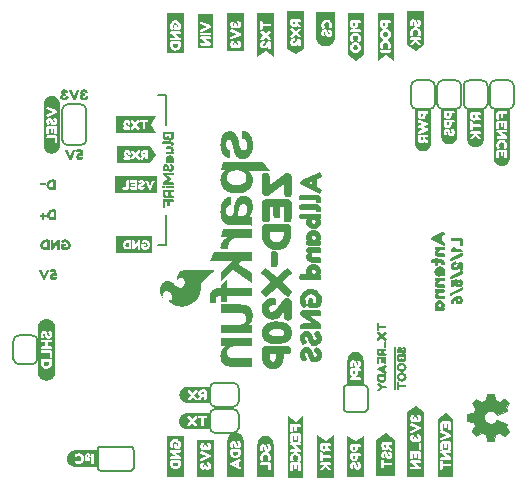
<source format=gbo>
%TF.GenerationSoftware,KiCad,Pcbnew,9.0.1*%
%TF.CreationDate,2025-04-16T09:50:42-06:00*%
%TF.ProjectId,SparkFun_GNSS_ZED-X20P,53706172-6b46-4756-9e5f-474e53535f5a,rev?*%
%TF.SameCoordinates,Original*%
%TF.FileFunction,Legend,Bot*%
%TF.FilePolarity,Positive*%
%FSLAX46Y46*%
G04 Gerber Fmt 4.6, Leading zero omitted, Abs format (unit mm)*
G04 Created by KiCad (PCBNEW 9.0.1) date 2025-04-16 09:50:42*
%MOMM*%
%LPD*%
G01*
G04 APERTURE LIST*
%ADD10C,0.203200*%
%ADD11C,0.152400*%
%ADD12C,0.000000*%
%ADD13C,0.029494*%
G04 APERTURE END LIST*
D10*
X13144500Y21590000D02*
X12509500Y21590000D01*
X13144500Y34290000D02*
X12509500Y34290000D01*
X13144500Y31750000D02*
X13144500Y34290000D01*
X13144500Y24130000D02*
X13144500Y21590000D01*
D11*
%TO.C,JP9*%
X7366000Y2730500D02*
X7366000Y4254500D01*
X7620000Y2476500D02*
X10160000Y2476500D01*
X10160000Y4508500D02*
X7620000Y4508500D01*
X10414000Y2730500D02*
X10414000Y4254500D01*
X7366000Y4254500D02*
G75*
G02*
X7620000Y4508500I254000J0D01*
G01*
X7620000Y2476500D02*
G75*
G02*
X7366000Y2730500I0J254000D01*
G01*
X10160000Y4508500D02*
G75*
G02*
X10414000Y4254500I0J-254000D01*
G01*
X10414000Y2730500D02*
G75*
G02*
X10160000Y2476500I-254000J0D01*
G01*
D12*
%TO.C,kibuzzard-67EC56CE*%
G36*
X38331856Y20808845D02*
G01*
X38351170Y20710132D01*
X38281785Y20648616D01*
X37393373Y20220862D01*
X37301098Y20200833D01*
X37234574Y20280948D01*
X37213830Y20378945D01*
X37283215Y20442607D01*
X38180211Y20871792D01*
X38269624Y20887529D01*
X38331856Y20808845D01*
G37*
G36*
X38331856Y19299546D02*
G01*
X38351170Y19200833D01*
X38281785Y19139317D01*
X37393373Y18711563D01*
X37301098Y18691534D01*
X37234574Y18771649D01*
X37213830Y18869646D01*
X37283215Y18933308D01*
X38180211Y19362493D01*
X38269624Y19378230D01*
X38331856Y19299546D01*
G37*
G36*
X38331856Y17894682D02*
G01*
X38351170Y17795969D01*
X38281785Y17734453D01*
X37393373Y17306699D01*
X37301098Y17286670D01*
X37234574Y17366785D01*
X37213830Y17464782D01*
X37283215Y17528444D01*
X38180211Y17957629D01*
X38269624Y17973366D01*
X38331856Y17894682D01*
G37*
G36*
X37672343Y21382521D02*
G01*
X37722414Y21297400D01*
X37680926Y21209417D01*
X37668051Y21195111D01*
X38151599Y21195111D01*
X38253172Y21166499D01*
X38281785Y21066356D01*
X38253172Y20964782D01*
X38153029Y20936170D01*
X37409109Y20936170D01*
X37306820Y20964782D01*
X37277493Y21064925D01*
X37301813Y21162207D01*
X37320411Y21185097D01*
X37483501Y21366785D01*
X37532142Y21410418D01*
X37577922Y21426871D01*
X37672343Y21382521D01*
G37*
G36*
X38196663Y22177228D02*
G01*
X38236005Y22163637D01*
X38268909Y22123580D01*
X38278923Y22049188D01*
X38278923Y21569932D01*
X38276778Y21529160D01*
X38264617Y21494825D01*
X38230283Y21466928D01*
X38167335Y21458344D01*
X38102958Y21466928D01*
X38069338Y21494825D01*
X38057893Y21527729D01*
X38055747Y21568501D01*
X38055747Y21917572D01*
X37409109Y21917572D01*
X37359753Y21919717D01*
X37320411Y21933308D01*
X37287507Y21973366D01*
X37277493Y22047758D01*
X37287507Y22123580D01*
X37320411Y22163637D01*
X37359753Y22177228D01*
X37407679Y22179374D01*
X38147307Y22179374D01*
X38196663Y22177228D01*
G37*
G36*
X38197378Y18624295D02*
G01*
X38223129Y18594253D01*
X38272486Y18496971D01*
X38291263Y18425440D01*
X38297521Y18348187D01*
X38286156Y18255197D01*
X38252060Y18172698D01*
X38195232Y18100690D01*
X38121715Y18045055D01*
X38037547Y18011674D01*
X37942729Y18000547D01*
X37857607Y18011992D01*
X37779639Y18046327D01*
X37708823Y18103552D01*
X37652791Y18175877D01*
X37619171Y18255515D01*
X37607965Y18342464D01*
X37607965Y18349617D01*
X37610826Y18373938D01*
X37535004Y18363923D01*
X37535004Y18143609D01*
X37532858Y18097829D01*
X37519982Y18060633D01*
X37482071Y18029875D01*
X37410540Y18020576D01*
X37332572Y18030590D01*
X37292514Y18062779D01*
X37278923Y18101406D01*
X37276062Y18150762D01*
X37274632Y18478373D01*
X37287507Y18546327D01*
X37325418Y18586384D01*
X37364760Y18602836D01*
X37404818Y18609989D01*
X37811112Y18662922D01*
X37852600Y18645039D01*
X37895519Y18581377D01*
X37924131Y18488387D01*
X37889796Y18408273D01*
X37869768Y18352479D01*
X37893373Y18289531D01*
X37952743Y18263780D01*
X38012829Y18288101D01*
X38034288Y18356770D01*
X38011398Y18439746D01*
X37964188Y18537028D01*
X38012829Y18625726D01*
X38110111Y18678659D01*
X38197378Y18624295D01*
G37*
G36*
X38296091Y16898974D02*
G01*
X38285520Y16807653D01*
X38253808Y16726346D01*
X38200955Y16655054D01*
X38132842Y16599816D01*
X38055350Y16566673D01*
X37968480Y16555626D01*
X37892578Y16566673D01*
X37823193Y16599816D01*
X37760325Y16655054D01*
X37710651Y16725233D01*
X37680847Y16803202D01*
X37670912Y16888959D01*
X37672262Y16896112D01*
X37905533Y16896112D01*
X37924846Y16837457D01*
X37975633Y16814567D01*
X38033573Y16836026D01*
X38051456Y16904696D01*
X38032858Y16971935D01*
X37972772Y16991964D01*
X37924131Y16966212D01*
X37905533Y16896112D01*
X37672262Y16896112D01*
X37685218Y16964782D01*
X37633001Y16930626D01*
X37585075Y16879660D01*
X37550740Y16808666D01*
X37539295Y16714424D01*
X37537149Y16665068D01*
X37523559Y16625726D01*
X37483501Y16592822D01*
X37409109Y16582808D01*
X37334002Y16592107D01*
X37294660Y16622865D01*
X37280354Y16660776D01*
X37277493Y16708702D01*
X37288044Y16825923D01*
X37319696Y16931520D01*
X37372450Y17025494D01*
X37446305Y17107843D01*
X37517893Y17162951D01*
X37597607Y17205812D01*
X37685447Y17236427D01*
X37781413Y17254796D01*
X37885504Y17260919D01*
X38004166Y17250190D01*
X38104547Y17218001D01*
X38186649Y17164353D01*
X38247450Y17091948D01*
X38283931Y17003488D01*
X38295425Y16904696D01*
X38296091Y16898974D01*
G37*
G36*
X38242443Y20136456D02*
G01*
X38281785Y20044896D01*
X38281785Y19528444D01*
X38278923Y19479088D01*
X38264617Y19438315D01*
X38225275Y19405411D01*
X38151599Y19395397D01*
X38075776Y19405411D01*
X38035719Y19437600D01*
X38021413Y19476227D01*
X38018552Y19525583D01*
X38018552Y19704410D01*
X37967765Y19618573D01*
X37892657Y19531305D01*
X37841871Y19489996D01*
X37781069Y19457629D01*
X37713115Y19436706D01*
X37640869Y19429732D01*
X37541203Y19441813D01*
X37452028Y19478055D01*
X37373344Y19538459D01*
X37312146Y19616189D01*
X37275426Y19704410D01*
X37263187Y19803122D01*
X37275903Y19906762D01*
X37314053Y19996414D01*
X37377636Y20072078D01*
X37456956Y20129303D01*
X37542316Y20163637D01*
X37633716Y20175082D01*
X37683072Y20172936D01*
X37722414Y20159345D01*
X37755318Y20119288D01*
X37765333Y20044896D01*
X37756034Y19969074D01*
X37725991Y19929016D01*
X37689510Y19915426D01*
X37643730Y19913280D01*
X37554675Y19885383D01*
X37524989Y19801692D01*
X37544303Y19729446D01*
X37581499Y19697972D01*
X37619410Y19692965D01*
X37674489Y19705662D01*
X37728137Y19743752D01*
X37776778Y19798294D01*
X37816835Y19860347D01*
X37857071Y19929374D01*
X37906248Y20004839D01*
X37959002Y20073866D01*
X38009968Y20123580D01*
X38076134Y20162207D01*
X38148737Y20175082D01*
X38242443Y20136456D01*
G37*
D11*
%TO.C,JP4*%
X4381500Y33020000D02*
X4381500Y30480000D01*
X4838700Y33477200D02*
X5956300Y33477200D01*
X4838700Y30022800D02*
X5956300Y30022800D01*
X6413500Y30480000D02*
X6413500Y33020000D01*
X4381500Y33020000D02*
G75*
G02*
X4838700Y33477200I457201J-1D01*
G01*
X4838700Y30022800D02*
G75*
G02*
X4381500Y30480000I0J457200D01*
G01*
X5956300Y33477200D02*
G75*
G02*
X6413500Y33020000I-1J-457201D01*
G01*
X6413500Y30480000D02*
G75*
G02*
X5956300Y30022800I-457200J0D01*
G01*
D12*
%TO.C,kibuzzard-6797D08B*%
G36*
X29183605Y4348389D02*
G01*
X29160429Y4284655D01*
X29089614Y4254397D01*
X29022661Y4282080D01*
X28995622Y4349676D01*
X28995622Y4487445D01*
X29183605Y4487445D01*
X29183605Y4348389D01*
G37*
G36*
X29183605Y3582294D02*
G01*
X29160429Y3518560D01*
X29089614Y3488303D01*
X29022661Y3515985D01*
X28995622Y3583582D01*
X28995622Y3721350D01*
X29183605Y3721350D01*
X29183605Y3582294D01*
G37*
G36*
X29888755Y3839805D02*
G01*
X29888755Y2887015D01*
X29888755Y2556114D01*
X29888755Y1912337D01*
X28531245Y1912337D01*
X28531245Y2556114D01*
X28531245Y2898603D01*
X28745837Y2898603D01*
X28754421Y2801465D01*
X28780172Y2719490D01*
X28823090Y2652681D01*
X28889399Y2606329D01*
X28968584Y2637230D01*
X29031030Y2713196D01*
X29007210Y2799462D01*
X28994979Y2814269D01*
X28980172Y2832294D01*
X28970515Y2857402D01*
X28966009Y2899891D01*
X28982103Y2947530D01*
X29021373Y2968131D01*
X29063219Y2945599D01*
X29085751Y2894741D01*
X29101845Y2816200D01*
X29121803Y2733796D01*
X29155279Y2660889D01*
X29204206Y2604397D01*
X29274056Y2568185D01*
X29370300Y2556114D01*
X29431781Y2561586D01*
X29487468Y2578003D01*
X29574378Y2634011D01*
X29631674Y2713196D01*
X29664506Y2801393D01*
X29674163Y2887015D01*
X29668369Y2959118D01*
X29654206Y3019633D01*
X29632961Y3069204D01*
X29608498Y3109118D01*
X29583391Y3140020D01*
X29560858Y3162552D01*
X29542833Y3176715D01*
X29533820Y3184440D01*
X29450129Y3216629D01*
X29367725Y3162552D01*
X29337969Y3109047D01*
X29346552Y3053253D01*
X29393476Y2995170D01*
X29440472Y2943024D01*
X29452704Y2892166D01*
X29434034Y2816200D01*
X29374163Y2793024D01*
X29334249Y2826500D01*
X29303991Y2927573D01*
X29287414Y2988893D01*
X29269871Y3037659D01*
X29228670Y3109762D01*
X29173305Y3161264D01*
X29103777Y3192166D01*
X29020086Y3202466D01*
X28945622Y3192881D01*
X28880172Y3164126D01*
X28823734Y3116200D01*
X28780458Y3053682D01*
X28754492Y2981150D01*
X28745837Y2898603D01*
X28531245Y2898603D01*
X28531245Y3838518D01*
X28760000Y3838518D01*
X28760000Y3582294D01*
X28765150Y3529827D01*
X28780601Y3475427D01*
X28805708Y3421350D01*
X28839828Y3369848D01*
X28885376Y3323979D01*
X28944764Y3286801D01*
X29014453Y3262176D01*
X29090901Y3253968D01*
X29167028Y3262015D01*
X29235751Y3286157D01*
X29294174Y3323013D01*
X29339399Y3369204D01*
X29373519Y3421350D01*
X29398627Y3476071D01*
X29414077Y3530953D01*
X29419227Y3583582D01*
X29419227Y3721350D01*
X29542833Y3721350D01*
X29587253Y3723281D01*
X29622017Y3735513D01*
X29650987Y3771565D01*
X29660000Y3839805D01*
X29650987Y3906758D01*
X29621373Y3942809D01*
X29585966Y3955041D01*
X29541545Y3956972D01*
X28877167Y3956972D01*
X28834034Y3955041D01*
X28798627Y3942809D01*
X28769013Y3906758D01*
X28760000Y3838518D01*
X28531245Y3838518D01*
X28531245Y4604612D01*
X28760000Y4604612D01*
X28760000Y4348389D01*
X28765150Y4295921D01*
X28780601Y4241522D01*
X28805708Y4187445D01*
X28839828Y4135942D01*
X28885376Y4090073D01*
X28944764Y4052895D01*
X29014453Y4028271D01*
X29090901Y4020063D01*
X29167028Y4028110D01*
X29235751Y4052251D01*
X29294174Y4089108D01*
X29339399Y4135299D01*
X29373519Y4187445D01*
X29398627Y4242166D01*
X29414077Y4297048D01*
X29419227Y4349676D01*
X29419227Y4487445D01*
X29542833Y4487445D01*
X29587253Y4489376D01*
X29622017Y4501608D01*
X29650987Y4537659D01*
X29660000Y4605899D01*
X29650987Y4672852D01*
X29621373Y4708904D01*
X29585966Y4721136D01*
X29541545Y4723067D01*
X28877167Y4723067D01*
X28834034Y4721136D01*
X28798627Y4708904D01*
X28769013Y4672852D01*
X28760000Y4604612D01*
X28531245Y4604612D01*
X28531245Y4723067D01*
X28531245Y4937659D01*
X28531245Y5390163D01*
X29210000Y4937659D01*
X29888755Y5390163D01*
X29888755Y4937659D01*
X29888755Y4723067D01*
X29888755Y4605899D01*
X29888755Y3839805D01*
G37*
%TO.C,kibuzzard-66CB830B*%
G36*
X3208476Y19485837D02*
G01*
X3280579Y19424678D01*
X3267704Y19335193D01*
X2962554Y18664378D01*
X2918777Y18616094D01*
X2846674Y18600000D01*
X2780365Y18617382D01*
X2735944Y18664378D01*
X2430794Y19335193D01*
X2415987Y19424034D01*
X2490021Y19485837D01*
X2585300Y19504506D01*
X2645815Y19431760D01*
X2849249Y18930901D01*
X3052682Y19431760D01*
X3111910Y19505150D01*
X3208476Y19485837D01*
G37*
G36*
X3827146Y19490987D02*
G01*
X3863197Y19456867D01*
X3878004Y19421459D01*
X3884442Y19385408D01*
X3932082Y19019742D01*
X3915987Y18982403D01*
X3858691Y18943777D01*
X3775000Y18918026D01*
X3702897Y18948927D01*
X3652682Y18966953D01*
X3596030Y18945708D01*
X3572854Y18892275D01*
X3594742Y18838197D01*
X3656545Y18818884D01*
X3731223Y18839485D01*
X3818777Y18881974D01*
X3898605Y18838197D01*
X3946245Y18750644D01*
X3897318Y18672103D01*
X3870279Y18648927D01*
X3782725Y18604506D01*
X3718348Y18587607D01*
X3648820Y18581974D01*
X3565129Y18592203D01*
X3490880Y18622890D01*
X3426073Y18674034D01*
X3376001Y18740200D01*
X3345959Y18815951D01*
X3335944Y18901288D01*
X3346245Y18977897D01*
X3377146Y19048069D01*
X3428648Y19111803D01*
X3493741Y19162232D01*
X3565415Y19192489D01*
X3643670Y19202575D01*
X3650107Y19202575D01*
X3671996Y19200000D01*
X3662983Y19268240D01*
X3464700Y19268240D01*
X3423498Y19270172D01*
X3390021Y19281760D01*
X3362339Y19315880D01*
X3353970Y19380258D01*
X3362983Y19450429D01*
X3391953Y19486481D01*
X3426717Y19498712D01*
X3471137Y19501288D01*
X3765987Y19502575D01*
X3827146Y19490987D01*
G37*
D11*
%TO.C,JP12*%
X16878300Y7226300D02*
X16878300Y6108700D01*
X17335500Y5651500D02*
X18859500Y5651500D01*
X18859500Y7683500D02*
X17335500Y7683500D01*
X19316700Y7226300D02*
X19316700Y6108700D01*
X16878300Y7226300D02*
G75*
G02*
X17335500Y7683500I457201J-1D01*
G01*
X17335500Y5651500D02*
G75*
G02*
X16878300Y6108700I1J457201D01*
G01*
X18859500Y7683500D02*
G75*
G02*
X19316700Y7226300I0J-457200D01*
G01*
X19316700Y6108700D02*
G75*
G02*
X18859500Y5651500I-457200J0D01*
G01*
D12*
%TO.C,kibuzzard-6797D229*%
G36*
X34971330Y39542561D02*
G01*
X34971330Y38625823D01*
X34971330Y38475179D01*
X34971330Y38475072D01*
X34290000Y38020851D01*
X33608670Y38475072D01*
X33608670Y38475179D01*
X33608670Y38622604D01*
X33826481Y38622604D01*
X33867039Y38535694D01*
X33911137Y38495780D01*
X33950730Y38481617D01*
X34033133Y38524106D01*
X34290644Y38776466D01*
X34544292Y38522818D01*
X34629914Y38478398D01*
X34711674Y38534406D01*
X34752876Y38625823D01*
X34697511Y38701788D01*
X34441288Y38927110D01*
X34622833Y38927110D01*
X34667253Y38929041D01*
X34702017Y38941273D01*
X34730987Y38977325D01*
X34740000Y39045565D01*
X34730987Y39112518D01*
X34701373Y39148569D01*
X34665966Y39160801D01*
X34621545Y39162732D01*
X33955880Y39162732D01*
X33912747Y39160801D01*
X33877339Y39148569D01*
X33847725Y39112518D01*
X33838712Y39044278D01*
X33847725Y38977325D01*
X33877339Y38941273D01*
X33912747Y38929041D01*
X33957167Y38927110D01*
X34134850Y38927110D01*
X33878627Y38703076D01*
X33826481Y38622604D01*
X33608670Y38622604D01*
X33608670Y39538698D01*
X33829700Y39538698D01*
X33837711Y39462017D01*
X33861745Y39383047D01*
X33901803Y39301788D01*
X33926266Y39267024D01*
X33953305Y39243205D01*
X33991931Y39230973D01*
X34064034Y39259299D01*
X34116180Y39307582D01*
X34133562Y39352003D01*
X34103948Y39421531D01*
X34098155Y39429900D01*
X34091073Y39440844D01*
X34083991Y39453076D01*
X34077554Y39470458D01*
X34072403Y39491059D01*
X34067897Y39516810D01*
X34066609Y39547711D01*
X34079485Y39621102D01*
X34117468Y39693848D01*
X34187639Y39751144D01*
X34235923Y39767561D01*
X34290644Y39773033D01*
X34360976Y39763215D01*
X34420043Y39733763D01*
X34465268Y39692078D01*
X34494077Y39645565D01*
X34514678Y39547711D01*
X34504056Y39479793D01*
X34472189Y39415093D01*
X34446438Y39350715D01*
X34464785Y39306938D01*
X34519828Y39260587D01*
X34594506Y39232260D01*
X34641502Y39250286D01*
X34680773Y39303076D01*
X34720830Y39379471D01*
X34744864Y39459299D01*
X34752876Y39542561D01*
X34749013Y39597121D01*
X34737425Y39655222D01*
X34716663Y39716059D01*
X34685279Y39778827D01*
X34644721Y39839181D01*
X34596438Y39892775D01*
X34537049Y39938644D01*
X34463176Y39975823D01*
X34377876Y40000447D01*
X34284206Y40008655D01*
X34194077Y40000608D01*
X34111674Y39976466D01*
X34040054Y39939771D01*
X33982275Y39894063D01*
X33935279Y39840469D01*
X33896009Y39780114D01*
X33865590Y39717024D01*
X33845150Y39655222D01*
X33833562Y39595511D01*
X33829700Y39538698D01*
X33608670Y39538698D01*
X33608670Y40387196D01*
X33824549Y40387196D01*
X33833133Y40290057D01*
X33858884Y40208083D01*
X33901803Y40141273D01*
X33968112Y40094921D01*
X34047296Y40125823D01*
X34109742Y40201788D01*
X34085923Y40288054D01*
X34073691Y40302861D01*
X34058884Y40320887D01*
X34049227Y40345994D01*
X34044721Y40388484D01*
X34060815Y40436123D01*
X34100086Y40456724D01*
X34141931Y40434192D01*
X34164464Y40383333D01*
X34180558Y40304793D01*
X34200515Y40222389D01*
X34233991Y40149481D01*
X34282918Y40092990D01*
X34352768Y40056778D01*
X34449013Y40044707D01*
X34510494Y40050179D01*
X34566180Y40066595D01*
X34653090Y40122604D01*
X34710386Y40201788D01*
X34743219Y40289986D01*
X34752876Y40375608D01*
X34747082Y40447711D01*
X34732918Y40508226D01*
X34711674Y40557797D01*
X34687210Y40597711D01*
X34662103Y40628612D01*
X34639571Y40651144D01*
X34621545Y40665308D01*
X34612532Y40673033D01*
X34528841Y40705222D01*
X34446438Y40651144D01*
X34416681Y40597639D01*
X34425265Y40541845D01*
X34472189Y40483763D01*
X34519185Y40431617D01*
X34531416Y40380758D01*
X34512747Y40304793D01*
X34452876Y40281617D01*
X34412961Y40315093D01*
X34382704Y40416166D01*
X34366127Y40477486D01*
X34348584Y40526252D01*
X34307382Y40598355D01*
X34252017Y40649857D01*
X34182489Y40680758D01*
X34098798Y40691059D01*
X34024335Y40681474D01*
X33958884Y40652718D01*
X33902446Y40604793D01*
X33859170Y40542275D01*
X33833205Y40469742D01*
X33824549Y40387196D01*
X33608670Y40387196D01*
X33608670Y40710372D01*
X33608670Y41354149D01*
X34971330Y41354149D01*
X34971330Y40710372D01*
X34971330Y40375608D01*
X34971330Y39542561D01*
G37*
%TO.C,kibuzzard-67EC55E2*%
G36*
X7287167Y2809882D02*
G01*
X7072575Y2809882D01*
X6955408Y2809882D01*
X6672146Y2809882D01*
X5772146Y2809882D01*
X5460558Y2809882D01*
X5460451Y2809882D01*
X5393542Y2813169D01*
X5327278Y2822998D01*
X5262297Y2839275D01*
X5199224Y2861843D01*
X5138667Y2890485D01*
X5081208Y2924924D01*
X5027402Y2964829D01*
X4977767Y3009816D01*
X4932780Y3059452D01*
X4892874Y3113258D01*
X4858435Y3170716D01*
X4829794Y3231273D01*
X4807226Y3294346D01*
X4790949Y3359328D01*
X4781120Y3425592D01*
X4777833Y3492500D01*
X4781120Y3559408D01*
X4790949Y3625672D01*
X4807226Y3690654D01*
X4829794Y3753727D01*
X4844783Y3785418D01*
X5460558Y3785418D01*
X5488884Y3713315D01*
X5537167Y3661170D01*
X5581588Y3643788D01*
X5651116Y3673401D01*
X5659485Y3679195D01*
X5670429Y3686277D01*
X5682661Y3693358D01*
X5700043Y3699796D01*
X5720644Y3704946D01*
X5746395Y3709453D01*
X5777296Y3710740D01*
X5850687Y3697865D01*
X5923433Y3659882D01*
X5980730Y3589710D01*
X5997146Y3541427D01*
X6002618Y3486706D01*
X5992800Y3416373D01*
X5963348Y3357307D01*
X5921663Y3312082D01*
X5875150Y3283273D01*
X5777296Y3262672D01*
X5709378Y3273294D01*
X5644678Y3305161D01*
X5580300Y3330912D01*
X5536524Y3312564D01*
X5490172Y3257521D01*
X5461845Y3182843D01*
X5479871Y3135848D01*
X5532661Y3096577D01*
X5609056Y3056520D01*
X5688884Y3032486D01*
X5772146Y3024474D01*
X5826706Y3028337D01*
X5884807Y3039925D01*
X5945644Y3060687D01*
X6008412Y3092071D01*
X6068766Y3132629D01*
X6122361Y3180912D01*
X6168230Y3240300D01*
X6205408Y3314174D01*
X6228452Y3394002D01*
X6261416Y3394002D01*
X6268498Y3337994D01*
X6290386Y3308380D01*
X6315494Y3298079D01*
X6345107Y3296148D01*
X6672146Y3296148D01*
X6751974Y3324474D01*
X6781588Y3401727D01*
X6762597Y3473509D01*
X6705622Y3534345D01*
X6669249Y3559453D01*
X6614206Y3590998D01*
X6557715Y3624635D01*
X6516996Y3656019D01*
X6484163Y3724903D01*
X6487382Y3735204D01*
X6502833Y3752586D01*
X6533090Y3762242D01*
X6567210Y3748079D01*
X6581373Y3724903D01*
X6583305Y3709453D01*
X6586524Y3674045D01*
X6600043Y3643788D01*
X6632876Y3620612D01*
X6690172Y3612886D01*
X6742961Y3621899D01*
X6771288Y3648938D01*
X6780944Y3678552D01*
X6782876Y3709453D01*
X6764850Y3806019D01*
X6755408Y3820182D01*
X6836953Y3820182D01*
X6836953Y3154517D01*
X6838884Y3110097D01*
X6851116Y3075333D01*
X6887167Y3046363D01*
X6955408Y3037350D01*
X7022361Y3046363D01*
X7058412Y3075976D01*
X7070644Y3111384D01*
X7072575Y3155805D01*
X7072575Y3821470D01*
X7070644Y3864603D01*
X7058412Y3900011D01*
X7022361Y3929624D01*
X6954120Y3938637D01*
X6887167Y3929624D01*
X6851116Y3900011D01*
X6838884Y3864603D01*
X6836953Y3820182D01*
X6755408Y3820182D01*
X6710773Y3887135D01*
X6630622Y3942178D01*
X6534378Y3960526D01*
X6437167Y3942339D01*
X6356695Y3887779D01*
X6302618Y3806502D01*
X6284592Y3708165D01*
X6298755Y3631198D01*
X6341245Y3559954D01*
X6412060Y3494431D01*
X6345107Y3494431D01*
X6316781Y3492500D01*
X6291674Y3482200D01*
X6269142Y3451942D01*
X6261416Y3394002D01*
X6228452Y3394002D01*
X6230032Y3399474D01*
X6238240Y3493144D01*
X6230193Y3583273D01*
X6206052Y3665676D01*
X6169356Y3737296D01*
X6123648Y3795075D01*
X6070054Y3842071D01*
X6009700Y3881341D01*
X5946609Y3911760D01*
X5884807Y3932200D01*
X5825097Y3943788D01*
X5768283Y3947650D01*
X5691602Y3939639D01*
X5612632Y3915604D01*
X5531373Y3875547D01*
X5496609Y3851084D01*
X5472790Y3824045D01*
X5460558Y3785418D01*
X4844783Y3785418D01*
X4858435Y3814284D01*
X4892874Y3871742D01*
X4932780Y3925548D01*
X4977767Y3975184D01*
X5027402Y4020171D01*
X5081208Y4060076D01*
X5138667Y4094515D01*
X5199224Y4123157D01*
X5262297Y4145725D01*
X5327278Y4162002D01*
X5393542Y4171831D01*
X5460451Y4175118D01*
X5460558Y4175118D01*
X7072575Y4175118D01*
X7287167Y4175118D01*
X7287167Y2809882D01*
G37*
D11*
%TO.C,JP3*%
X36131500Y35052000D02*
X36131500Y33528000D01*
X37706300Y35509200D02*
X36588700Y35509200D01*
X37706300Y33070800D02*
X36588700Y33070800D01*
X38163500Y33528000D02*
X38163500Y35052000D01*
X36131500Y35052000D02*
G75*
G02*
X36588700Y35509200I457201J-1D01*
G01*
X36588700Y33070800D02*
G75*
G02*
X36131500Y33528000I0J457200D01*
G01*
X37706300Y35509200D02*
G75*
G02*
X38163500Y35052000I-1J-457201D01*
G01*
X38163500Y33528000D02*
G75*
G02*
X37706300Y33070800I-457200J0D01*
G01*
D12*
%TO.C,kibuzzard-6797D058*%
G36*
X10018749Y21398870D02*
G01*
X9926046Y21398870D01*
X9853656Y21412747D01*
X9792140Y21454378D01*
X9750080Y21515751D01*
X9736060Y21588856D01*
X9750080Y21662103D01*
X9792140Y21723906D01*
X9853943Y21765966D01*
X9927190Y21779986D01*
X10018749Y21779986D01*
X10018749Y21398870D01*
G37*
G36*
X12000628Y20890715D02*
G01*
X11809880Y20890715D01*
X11407018Y20890715D01*
X10891997Y20890715D01*
X10124043Y20890715D01*
X9526618Y20890715D01*
X8954372Y20890715D01*
X8954372Y21593433D01*
X9526618Y21593433D01*
X9533985Y21512926D01*
X9556088Y21438498D01*
X9592927Y21370150D01*
X9644500Y21307883D01*
X9706518Y21256059D01*
X9774686Y21219041D01*
X9849007Y21196831D01*
X9929479Y21189428D01*
X10124043Y21189428D01*
X10181840Y21197439D01*
X10213313Y21222046D01*
X10225330Y21254092D01*
X10228191Y21294721D01*
X10228191Y21882990D01*
X10292283Y21882990D01*
X10292283Y21292432D01*
X10294000Y21252947D01*
X10304872Y21222046D01*
X10336918Y21196295D01*
X10397576Y21188283D01*
X10456518Y21194578D01*
X10490280Y21219185D01*
X10786704Y21610601D01*
X10786704Y21292432D01*
X10788420Y21252947D01*
X10799293Y21222046D01*
X10831339Y21196295D01*
X10891997Y21188283D01*
X10950938Y21196295D01*
X10981840Y21222046D01*
X10992712Y21253519D01*
X10995001Y21293577D01*
X10995001Y21579700D01*
X11078549Y21579700D01*
X11078549Y21345079D01*
X11106017Y21279270D01*
X11138349Y21247940D01*
X11180409Y21221474D01*
X11243737Y21196676D01*
X11319274Y21181798D01*
X11407018Y21176838D01*
X11486561Y21184635D01*
X11560380Y21208026D01*
X11628478Y21247010D01*
X11690852Y21301588D01*
X11742927Y21367039D01*
X11780123Y21438641D01*
X11802440Y21516395D01*
X11809880Y21600300D01*
X11802333Y21680308D01*
X11779694Y21754378D01*
X11741961Y21822511D01*
X11689136Y21884707D01*
X11625724Y21936531D01*
X11556232Y21973548D01*
X11480659Y21995758D01*
X11399007Y22003162D01*
X11339636Y21999013D01*
X11275974Y21986567D01*
X11215745Y21966681D01*
X11166675Y21940215D01*
X11134629Y21917325D01*
X11113456Y21893290D01*
X11102583Y21860100D01*
X11128907Y21796009D01*
X11171253Y21750515D01*
X11213599Y21735351D01*
X11275402Y21761674D01*
X11334057Y21785708D01*
X11404729Y21793720D01*
X11479980Y21779557D01*
X11543213Y21737067D01*
X11586131Y21673977D01*
X11600438Y21598011D01*
X11585559Y21519614D01*
X11540924Y21451516D01*
X11476546Y21404306D01*
X11402440Y21388569D01*
X11336632Y21392289D01*
X11287991Y21403448D01*
X11287991Y21501874D01*
X11372684Y21501874D01*
X11403585Y21503591D01*
X11427619Y21512747D01*
X11447076Y21539642D01*
X11452798Y21591144D01*
X11446503Y21641502D01*
X11425330Y21668398D01*
X11400151Y21677554D01*
X11369250Y21679270D01*
X11168964Y21679270D01*
X11124901Y21671259D01*
X11098005Y21656381D01*
X11084272Y21633491D01*
X11079121Y21608312D01*
X11078549Y21579700D01*
X10995001Y21579700D01*
X10995001Y21887568D01*
X10992712Y21925908D01*
X10981267Y21956237D01*
X10949794Y21980844D01*
X10889708Y21988283D01*
X10837634Y21981416D01*
X10808449Y21967110D01*
X10787848Y21943648D01*
X10501725Y21559099D01*
X10501725Y21887568D01*
X10499436Y21925336D01*
X10487991Y21955665D01*
X10455945Y21980272D01*
X10396432Y21988283D01*
X10336918Y21980272D01*
X10304872Y21953948D01*
X10294000Y21922475D01*
X10292283Y21882990D01*
X10228191Y21882990D01*
X10228191Y21886423D01*
X10226475Y21924764D01*
X10215602Y21956237D01*
X10183556Y21981989D01*
X10122898Y21989428D01*
X9926046Y21989428D01*
X9847076Y21982132D01*
X9773828Y21960243D01*
X9706303Y21923763D01*
X9644500Y21872690D01*
X9592927Y21811459D01*
X9556088Y21744506D01*
X9533985Y21671831D01*
X9526618Y21593433D01*
X8954372Y21593433D01*
X8954372Y22289285D01*
X9526618Y22289285D01*
X11809880Y22289285D01*
X12000628Y22289285D01*
X12000628Y20890715D01*
G37*
%TO.C,kibuzzard-6797D07B*%
G36*
X19109871Y2968423D02*
G01*
X18984979Y3028938D01*
X19109871Y3089453D01*
X19109871Y2968423D01*
G37*
G36*
X19260515Y3953401D02*
G01*
X19244903Y3871964D01*
X19198069Y3802758D01*
X19129024Y3755440D01*
X19046781Y3739667D01*
X18964378Y3755440D01*
X18894850Y3802758D01*
X18847532Y3872285D01*
X18831760Y3954689D01*
X18831760Y4057693D01*
X19260515Y4057693D01*
X19260515Y3953401D01*
G37*
G36*
X19732618Y4176148D02*
G01*
X19732618Y2746964D01*
X19732618Y2567994D01*
X19732618Y1924217D01*
X18367382Y1924217D01*
X18367382Y2567994D01*
X18367382Y3027650D01*
X18596137Y3027650D01*
X18613519Y2964882D01*
X18665665Y2920783D01*
X19333906Y2597607D01*
X19425322Y2580225D01*
X19488412Y2651685D01*
X19507082Y2746964D01*
X19433047Y2810054D01*
X19310730Y2869281D01*
X19310730Y3186019D01*
X19434335Y3245247D01*
X19505794Y3309624D01*
X19487124Y3403616D01*
X19424678Y3475719D01*
X19333906Y3458981D01*
X18664378Y3135805D01*
X18614807Y3090740D01*
X18596137Y3027650D01*
X18367382Y3027650D01*
X18367382Y4174861D01*
X18596137Y4174861D01*
X18596137Y3953401D01*
X18604345Y3864560D01*
X18628970Y3782157D01*
X18670011Y3706191D01*
X18727468Y3636663D01*
X18796352Y3578643D01*
X18871674Y3537200D01*
X18953433Y3512334D01*
X19041631Y3504045D01*
X19132202Y3512334D01*
X19215933Y3537200D01*
X19292825Y3578643D01*
X19362876Y3636663D01*
X19421178Y3706432D01*
X19462822Y3783122D01*
X19487808Y3866733D01*
X19496137Y3957264D01*
X19496137Y4176148D01*
X19487124Y4241170D01*
X19459442Y4276577D01*
X19423391Y4290097D01*
X19377682Y4293315D01*
X18712017Y4293315D01*
X18668884Y4291384D01*
X18633476Y4279152D01*
X18604506Y4243101D01*
X18596137Y4174861D01*
X18367382Y4174861D01*
X18367382Y4689882D01*
X18581974Y4689882D01*
X18590558Y4592743D01*
X18616309Y4510769D01*
X18659227Y4443959D01*
X18725536Y4397607D01*
X18804721Y4428509D01*
X18867167Y4504474D01*
X18843348Y4590740D01*
X18831116Y4605547D01*
X18816309Y4623573D01*
X18806652Y4648680D01*
X18802146Y4691170D01*
X18818240Y4738809D01*
X18857511Y4759410D01*
X18899356Y4736878D01*
X18921888Y4686019D01*
X18937983Y4607479D01*
X18957940Y4525075D01*
X18991416Y4452167D01*
X19040343Y4395676D01*
X19110193Y4359464D01*
X19206438Y4347393D01*
X19267918Y4352865D01*
X19323605Y4369281D01*
X19410515Y4425290D01*
X19467811Y4504474D01*
X19500644Y4592672D01*
X19510300Y4678294D01*
X19504506Y4750397D01*
X19490343Y4810912D01*
X19469099Y4860483D01*
X19444635Y4900397D01*
X19419528Y4931298D01*
X19396996Y4953830D01*
X19378970Y4967994D01*
X19369957Y4975719D01*
X19286266Y5007908D01*
X19203863Y4953830D01*
X19174106Y4900325D01*
X19182690Y4844531D01*
X19229614Y4786449D01*
X19276609Y4734303D01*
X19288841Y4683444D01*
X19270172Y4607479D01*
X19210300Y4584303D01*
X19170386Y4617779D01*
X19140129Y4718852D01*
X19123552Y4780172D01*
X19106009Y4828938D01*
X19064807Y4901041D01*
X19009442Y4952543D01*
X18939914Y4983444D01*
X18856223Y4993745D01*
X18781760Y4984160D01*
X18716309Y4955404D01*
X18659871Y4907479D01*
X18616595Y4844961D01*
X18590629Y4772428D01*
X18581974Y4689882D01*
X18367382Y4689882D01*
X18367382Y5013058D01*
X18367382Y5013165D01*
X18370669Y5080074D01*
X18380498Y5146337D01*
X18396775Y5211319D01*
X18419343Y5274392D01*
X18447985Y5334949D01*
X18482424Y5392407D01*
X18522329Y5446214D01*
X18567316Y5495849D01*
X18616952Y5540836D01*
X18670758Y5580741D01*
X18728216Y5615181D01*
X18788773Y5643822D01*
X18851846Y5666390D01*
X18916828Y5682667D01*
X18983092Y5692496D01*
X19050000Y5695783D01*
X19116908Y5692496D01*
X19183172Y5682667D01*
X19248154Y5666390D01*
X19311227Y5643822D01*
X19371784Y5615181D01*
X19429242Y5580741D01*
X19483048Y5540836D01*
X19532684Y5495849D01*
X19577671Y5446214D01*
X19617576Y5392407D01*
X19652015Y5334949D01*
X19680657Y5274392D01*
X19703225Y5211319D01*
X19719502Y5146337D01*
X19729331Y5080074D01*
X19732618Y5013165D01*
X19732618Y5013058D01*
X19732618Y4678294D01*
X19732618Y4176148D01*
G37*
%TO.C,kibuzzard-64C3DF93*%
G36*
X3284457Y11561445D02*
G01*
X3267471Y11474450D01*
X3216512Y11396345D01*
X3139836Y11341100D01*
X3045697Y11322685D01*
X2951241Y11340624D01*
X2873612Y11394440D01*
X2821701Y11472386D01*
X2804397Y11562715D01*
X2804397Y11684635D01*
X3284457Y11684635D01*
X3284457Y11561445D01*
G37*
G36*
X3787800Y12869545D02*
G01*
X3787800Y12085955D01*
X3787800Y11565255D01*
X3787800Y11097895D01*
X3787800Y10833312D01*
X3784218Y10760386D01*
X3773504Y10688163D01*
X3755764Y10617337D01*
X3731166Y10548592D01*
X3699949Y10482589D01*
X3662412Y10419963D01*
X3618918Y10361318D01*
X3569885Y10307218D01*
X3515786Y10258185D01*
X3457141Y10214691D01*
X3394515Y10177155D01*
X3328512Y10145938D01*
X3259766Y10121340D01*
X3188941Y10103599D01*
X3116718Y10092886D01*
X3043792Y10089303D01*
X2970866Y10092886D01*
X2898643Y10103599D01*
X2827818Y10121340D01*
X2759072Y10145938D01*
X2693069Y10177155D01*
X2630443Y10214691D01*
X2571798Y10258185D01*
X2517699Y10307218D01*
X2468666Y10361318D01*
X2425172Y10419963D01*
X2387635Y10482589D01*
X2356418Y10548592D01*
X2331820Y10617337D01*
X2314080Y10688163D01*
X2303366Y10760386D01*
X2299784Y10833312D01*
X2299784Y11097895D01*
X2299784Y11796395D01*
X2578337Y11796395D01*
X2579607Y11561445D01*
X2587902Y11472148D01*
X2612786Y11388408D01*
X2654259Y11310223D01*
X2712322Y11237595D01*
X2782489Y11176476D01*
X2860277Y11132820D01*
X2945685Y11106626D01*
X3038712Y11097895D01*
X3132097Y11106428D01*
X3218576Y11132026D01*
X3298149Y11174690D01*
X3370817Y11234420D01*
X3431380Y11306294D01*
X3474640Y11385391D01*
X3500595Y11471712D01*
X3509247Y11565255D01*
X3509247Y11797665D01*
X3501310Y11860530D01*
X3477497Y11894185D01*
X3396217Y11909425D01*
X2690097Y11909425D01*
X2645647Y11907520D01*
X2612627Y11895455D01*
X2586909Y11861800D01*
X2578337Y11796395D01*
X2299784Y11796395D01*
X2299784Y12541885D01*
X2579607Y12541885D01*
X2591355Y12471083D01*
X2626597Y12436475D01*
X2692637Y12430125D01*
X3322557Y12430125D01*
X3322557Y12084685D01*
X3332082Y12023725D01*
X3361927Y11998325D01*
X3415902Y11991975D01*
X3469877Y11998325D01*
X3497817Y12019915D01*
X3510517Y12085955D01*
X3510517Y12543155D01*
X3498452Y12613640D01*
X3462257Y12647295D01*
X3397487Y12654915D01*
X2691367Y12654915D01*
X2647552Y12653010D01*
X2613897Y12640945D01*
X2588179Y12607290D01*
X2579607Y12541885D01*
X2299784Y12541885D01*
X2299784Y13429615D01*
X2579607Y13429615D01*
X2591355Y13358813D01*
X2626597Y13324205D01*
X2692637Y13317855D01*
X2951717Y13317855D01*
X2951717Y12981305D01*
X2691367Y12981305D01*
X2647552Y12979400D01*
X2613897Y12967335D01*
X2587227Y12933045D01*
X2579607Y12872085D01*
X2585957Y12813665D01*
X2601197Y12780645D01*
X2626597Y12762865D01*
X2692637Y12756515D01*
X3397487Y12756515D01*
X3441302Y12758420D01*
X3474957Y12770485D01*
X3500675Y12804140D01*
X3509247Y12869545D01*
X3497499Y12940030D01*
X3462257Y12973685D01*
X3396217Y12981305D01*
X3138407Y12981305D01*
X3138407Y13317855D01*
X3397487Y13317855D01*
X3441302Y13319760D01*
X3474957Y13331825D01*
X3500675Y13365480D01*
X3509247Y13430885D01*
X3497499Y13501370D01*
X3462257Y13535025D01*
X3396217Y13542645D01*
X2691367Y13542645D01*
X2647552Y13540740D01*
X2613897Y13528675D01*
X2588179Y13495020D01*
X2579607Y13429615D01*
X2299784Y13429615D01*
X2299784Y13975715D01*
X2564367Y13975715D01*
X2569288Y13902849D01*
X2584052Y13836650D01*
X2624057Y13749655D01*
X2648187Y13717905D01*
X2710417Y13678535D01*
X2780267Y13709015D01*
X2827892Y13752830D01*
X2843767Y13797915D01*
X2818367Y13863955D01*
X2805667Y13878560D01*
X2789157Y13898245D01*
X2772647Y13966190D01*
X2792332Y14034770D01*
X2846942Y14062075D01*
X2903457Y14029690D01*
X2932667Y13949045D01*
X2942351Y13898563D01*
X2956162Y13843635D01*
X2973783Y13788708D01*
X2994897Y13738225D01*
X3026171Y13693934D01*
X3074272Y13657580D01*
X3137296Y13633291D01*
X3213337Y13625195D01*
X3290966Y13633450D01*
X3358752Y13658215D01*
X3414473Y13696315D01*
X3455907Y13744575D01*
X3493301Y13814707D01*
X3515738Y13887944D01*
X3523217Y13964285D01*
X3519566Y14022388D01*
X3508612Y14077315D01*
X3472417Y14163675D01*
X3432412Y14220825D01*
X3393677Y14257655D01*
X3379707Y14269085D01*
X3306682Y14302105D01*
X3269058Y14288453D01*
X3220957Y14247495D01*
X3190477Y14180185D01*
X3206352Y14137640D01*
X3253977Y14081125D01*
X3295252Y14030325D01*
X3314937Y13969365D01*
X3304213Y13903748D01*
X3272039Y13864378D01*
X3218417Y13851255D01*
X3169522Y13883640D01*
X3140947Y13964285D01*
X3129358Y14014450D01*
X3112372Y14068425D01*
X3090941Y14122400D01*
X3066017Y14172565D01*
X3031568Y14216856D01*
X2981562Y14253210D01*
X2917903Y14277499D01*
X2842497Y14285595D01*
X2771165Y14276352D01*
X2706184Y14248624D01*
X2647552Y14202410D01*
X2601338Y14140251D01*
X2573610Y14064686D01*
X2564367Y13975715D01*
X2299784Y13975715D01*
X2299784Y14302105D01*
X2299784Y14566688D01*
X2303366Y14639614D01*
X2314080Y14711837D01*
X2331820Y14782663D01*
X2356418Y14851408D01*
X2387635Y14917411D01*
X2425172Y14980037D01*
X2468666Y15038682D01*
X2517699Y15092782D01*
X2571798Y15141815D01*
X2630443Y15185309D01*
X2693069Y15222845D01*
X2759072Y15254062D01*
X2827818Y15278660D01*
X2898643Y15296401D01*
X2970866Y15307114D01*
X3043792Y15310697D01*
X3116718Y15307114D01*
X3188941Y15296401D01*
X3259766Y15278660D01*
X3328512Y15254062D01*
X3394515Y15222845D01*
X3457141Y15185309D01*
X3515786Y15141815D01*
X3569885Y15092782D01*
X3618918Y15038682D01*
X3662412Y14980037D01*
X3699949Y14917411D01*
X3731166Y14851408D01*
X3755764Y14782663D01*
X3773504Y14711837D01*
X3784218Y14639614D01*
X3787800Y14566688D01*
X3787800Y14302105D01*
X3787800Y13964285D01*
X3787800Y12869545D01*
G37*
%TO.C,kibuzzard-67FD7841*%
G36*
X4126738Y22029700D02*
G01*
X4162146Y22002017D01*
X4175021Y21967897D01*
X4177597Y21924764D01*
X4177597Y21256524D01*
X4175021Y21211459D01*
X4162790Y21176052D01*
X4128026Y21147082D01*
X4061717Y21138069D01*
X3993476Y21147082D01*
X3957425Y21176052D01*
X3945193Y21210815D01*
X3943262Y21255236D01*
X3943262Y21613176D01*
X3609785Y21172833D01*
X3571803Y21145150D01*
X3505494Y21138069D01*
X3437253Y21147082D01*
X3401202Y21176052D01*
X3388970Y21210815D01*
X3387039Y21255236D01*
X3387039Y21919614D01*
X3388970Y21964034D01*
X3401202Y21999442D01*
X3437253Y22029056D01*
X3504206Y22038069D01*
X3571159Y22029056D01*
X3607210Y22001373D01*
X3620086Y21967253D01*
X3622661Y21924764D01*
X3622661Y21555236D01*
X3944549Y21987854D01*
X3967725Y22014249D01*
X4000558Y22030343D01*
X4059142Y22038069D01*
X4126738Y22029700D01*
G37*
G36*
X3264721Y22030987D02*
G01*
X3300773Y22002017D01*
X3313004Y21966609D01*
X3314936Y21923476D01*
X3314936Y21257811D01*
X3311717Y21212103D01*
X3298197Y21176052D01*
X3262790Y21148369D01*
X3197768Y21139356D01*
X3079313Y21139356D01*
X2978884Y21139356D01*
X2888353Y21147685D01*
X2804742Y21172672D01*
X2728053Y21214316D01*
X2658283Y21272618D01*
X2600263Y21342669D01*
X2558820Y21419560D01*
X2533954Y21503291D01*
X2526136Y21588712D01*
X2761288Y21588712D01*
X2777060Y21506470D01*
X2824378Y21437425D01*
X2893584Y21390590D01*
X2975021Y21374979D01*
X3079313Y21374979D01*
X3079313Y21803734D01*
X2976309Y21803734D01*
X2893906Y21787961D01*
X2824378Y21740644D01*
X2777060Y21671116D01*
X2761288Y21588712D01*
X2526136Y21588712D01*
X2525665Y21593863D01*
X2533954Y21682060D01*
X2558820Y21763820D01*
X2600263Y21839142D01*
X2658283Y21908026D01*
X2727811Y21965483D01*
X2803777Y22006524D01*
X2886180Y22031148D01*
X2975021Y22039356D01*
X3196481Y22039356D01*
X3264721Y22030987D01*
G37*
G36*
X4723962Y22046478D02*
G01*
X4808981Y22021491D01*
X4887159Y21979847D01*
X4958498Y21921545D01*
X5017927Y21851575D01*
X5060376Y21774925D01*
X5085845Y21691596D01*
X5094335Y21601588D01*
X5085966Y21507194D01*
X5060858Y21419721D01*
X5019013Y21339168D01*
X4960429Y21265536D01*
X4890258Y21204136D01*
X4813648Y21160279D01*
X4730601Y21133965D01*
X4641116Y21125193D01*
X4542403Y21130773D01*
X4457425Y21147511D01*
X4386180Y21175408D01*
X4338863Y21205182D01*
X4302489Y21240429D01*
X4271588Y21314464D01*
X4271588Y21578412D01*
X4272232Y21610601D01*
X4278026Y21638927D01*
X4293476Y21664678D01*
X4323734Y21681416D01*
X4373305Y21690429D01*
X4598627Y21690429D01*
X4633391Y21688498D01*
X4661717Y21678197D01*
X4685536Y21647940D01*
X4692618Y21591288D01*
X4686180Y21533348D01*
X4664292Y21503090D01*
X4637253Y21492790D01*
X4602489Y21490858D01*
X4507210Y21490858D01*
X4507210Y21380129D01*
X4561931Y21367575D01*
X4635966Y21363391D01*
X4719335Y21381094D01*
X4791760Y21434206D01*
X4841974Y21510815D01*
X4858712Y21599013D01*
X4842618Y21684474D01*
X4794335Y21755451D01*
X4723197Y21803251D01*
X4638541Y21819185D01*
X4559034Y21810172D01*
X4493047Y21783133D01*
X4423519Y21753519D01*
X4375880Y21770579D01*
X4328240Y21821760D01*
X4298627Y21893863D01*
X4310858Y21931202D01*
X4334678Y21958240D01*
X4370730Y21983991D01*
X4425933Y22013766D01*
X4493691Y22036137D01*
X4565311Y22050139D01*
X4632103Y22054807D01*
X4723962Y22046478D01*
G37*
%TO.C,kibuzzard-6797D0B5*%
G36*
X19731974Y39406833D02*
G01*
X19731974Y38578936D01*
X19731974Y38231296D01*
X19731974Y38016704D01*
X18368026Y38016704D01*
X18368026Y38231296D01*
X18368026Y38578936D01*
X18587768Y38578936D01*
X18597496Y38485302D01*
X18626681Y38405259D01*
X18675322Y38338807D01*
X18735837Y38289093D01*
X18800644Y38259265D01*
X18869742Y38249322D01*
X18964056Y38271532D01*
X19028112Y38338163D01*
X19097639Y38266060D01*
X19149142Y38239987D01*
X19210944Y38231296D01*
X19294278Y38242240D01*
X19367454Y38275073D01*
X19430472Y38329794D01*
X19478755Y38401253D01*
X19507725Y38484300D01*
X19517382Y38578936D01*
X19507725Y38666918D01*
X19478755Y38747176D01*
X19430472Y38819708D01*
X19369456Y38876933D01*
X19302289Y38911268D01*
X19228970Y38922712D01*
X19168133Y38890524D01*
X19147854Y38793957D01*
X19162017Y38723142D01*
X19222532Y38685803D01*
X19229614Y38683227D01*
X19245064Y38673571D01*
X19264378Y38654258D01*
X19279828Y38623356D01*
X19286910Y38577648D01*
X19266953Y38497176D01*
X19213519Y38466918D01*
X19157511Y38491704D01*
X19138841Y38566060D01*
X19138841Y38601468D01*
X19133047Y38631082D01*
X19116953Y38660052D01*
X19083476Y38675502D01*
X19026824Y38683227D01*
X18962446Y38674858D01*
X18928970Y38647820D01*
X18918026Y38614987D01*
X18916094Y38573785D01*
X18916094Y38564773D01*
X18907725Y38504901D01*
X18874893Y38486232D01*
X18830472Y38507476D01*
X18814378Y38566060D01*
X18827253Y38621425D01*
X18865880Y38658764D01*
X18918956Y38697963D01*
X18933977Y38752040D01*
X18910944Y38820996D01*
X18840129Y38884730D01*
X18751288Y38866060D01*
X18746781Y38864129D01*
X18732618Y38857047D01*
X18711373Y38844172D01*
X18685622Y38823571D01*
X18657940Y38795245D01*
X18631545Y38757262D01*
X18609013Y38709622D01*
X18593562Y38650395D01*
X18587768Y38578936D01*
X18368026Y38578936D01*
X18368026Y39672069D01*
X18595494Y39672069D01*
X18668884Y39612841D01*
X19169742Y39409408D01*
X18668884Y39205974D01*
X18596137Y39145459D01*
X18614807Y39050180D01*
X18676609Y38976146D01*
X18765451Y38990953D01*
X19436266Y39296103D01*
X19483262Y39340524D01*
X19500644Y39406833D01*
X19484549Y39478936D01*
X19436266Y39522712D01*
X18765451Y39827863D01*
X18675966Y39840738D01*
X18614807Y39768635D01*
X18595494Y39672069D01*
X18368026Y39672069D01*
X18368026Y40243742D01*
X18587768Y40243742D01*
X18597496Y40150109D01*
X18626681Y40070066D01*
X18675322Y40003614D01*
X18735837Y39953900D01*
X18800644Y39924072D01*
X18869742Y39914129D01*
X18964056Y39936339D01*
X19028112Y40002970D01*
X19097639Y39930867D01*
X19149142Y39904794D01*
X19210944Y39896103D01*
X19294278Y39907047D01*
X19367454Y39939880D01*
X19430472Y39994601D01*
X19478755Y40066060D01*
X19507725Y40149107D01*
X19517382Y40243742D01*
X19507725Y40331725D01*
X19478755Y40411983D01*
X19430472Y40484515D01*
X19369456Y40541740D01*
X19302289Y40576074D01*
X19228970Y40587519D01*
X19168133Y40555330D01*
X19147854Y40458764D01*
X19162017Y40387948D01*
X19222532Y40350609D01*
X19229614Y40348034D01*
X19245064Y40338378D01*
X19264378Y40319064D01*
X19279828Y40288163D01*
X19286910Y40242455D01*
X19266953Y40161983D01*
X19213519Y40131725D01*
X19157511Y40156511D01*
X19138841Y40230867D01*
X19138841Y40266275D01*
X19133047Y40295888D01*
X19116953Y40324858D01*
X19083476Y40340309D01*
X19026824Y40348034D01*
X18962446Y40339665D01*
X18928970Y40312627D01*
X18918026Y40279794D01*
X18916094Y40238592D01*
X18916094Y40229579D01*
X18907725Y40169708D01*
X18874893Y40151039D01*
X18830472Y40172283D01*
X18814378Y40230867D01*
X18827253Y40286232D01*
X18865880Y40323571D01*
X18918956Y40362770D01*
X18933977Y40416847D01*
X18910944Y40485803D01*
X18840129Y40549536D01*
X18751288Y40530867D01*
X18746781Y40528936D01*
X18732618Y40521854D01*
X18711373Y40508979D01*
X18685622Y40488378D01*
X18657940Y40460052D01*
X18631545Y40422069D01*
X18609013Y40374429D01*
X18593562Y40315202D01*
X18587768Y40243742D01*
X18368026Y40243742D01*
X18368026Y40587519D01*
X18368026Y41231296D01*
X19731974Y41231296D01*
X19731974Y40587519D01*
X19731974Y40243742D01*
X19731974Y39406833D01*
G37*
%TO.C,kibuzzard-6797D04A*%
G36*
X11855897Y31750000D02*
G01*
X12323231Y31048999D01*
X11855897Y31048999D01*
X11665148Y31048999D01*
X11317223Y31048999D01*
X10294047Y31048999D01*
X10041114Y31048999D01*
X9521515Y31048999D01*
X8949269Y31048999D01*
X8949269Y31450715D01*
X9521515Y31450715D01*
X9529526Y31391774D01*
X9555849Y31360300D01*
X9588467Y31348856D01*
X9627952Y31346567D01*
X10041114Y31346567D01*
X10114362Y31378040D01*
X10145263Y31453004D01*
X10134962Y31511087D01*
X10104061Y31564020D01*
X10064290Y31604793D01*
X10009068Y31646996D01*
X9948696Y31686338D01*
X9893475Y31718526D01*
X9843832Y31750572D01*
X9800198Y31789485D01*
X9769726Y31832403D01*
X9759569Y31876466D01*
X9763575Y31906795D01*
X9788754Y31936552D01*
X9846550Y31952003D01*
X9913503Y31928255D01*
X9935821Y31857010D01*
X9937538Y31820386D01*
X9948410Y31791202D01*
X9980456Y31767167D01*
X10041114Y31759728D01*
X10100628Y31767740D01*
X10132673Y31794063D01*
X10143546Y31825536D01*
X10145263Y31865021D01*
X10136107Y31938142D01*
X10108639Y32006430D01*
X10078548Y32048140D01*
X10170442Y32048140D01*
X10209354Y31974893D01*
X10415363Y31749428D01*
X10210499Y31523963D01*
X10171014Y31450143D01*
X10216221Y31377468D01*
X10294047Y31336838D01*
X10363861Y31384335D01*
X10554991Y31594921D01*
X10747266Y31384335D01*
X10817080Y31336838D01*
X10894905Y31377468D01*
X10940113Y31450143D01*
X10900628Y31523963D01*
X10695764Y31749428D01*
X10901772Y31974893D01*
X10940113Y32048140D01*
X10931300Y32063019D01*
X10967008Y32063019D01*
X10973875Y32012661D01*
X10996193Y31985765D01*
X11022516Y31976609D01*
X11055134Y31974893D01*
X11213074Y31974893D01*
X11213074Y31450715D01*
X11214791Y31412375D01*
X11225663Y31382046D01*
X11257709Y31356867D01*
X11317223Y31348856D01*
X11376164Y31356867D01*
X11407065Y31382618D01*
X11417366Y31413519D01*
X11419083Y31451860D01*
X11419083Y31974893D01*
X11578167Y31974893D01*
X11610785Y31976609D01*
X11636536Y31985765D01*
X11658281Y32012661D01*
X11665148Y32064163D01*
X11658281Y32113948D01*
X11635964Y32140272D01*
X11609641Y32149428D01*
X11577023Y32151144D01*
X11053990Y32151144D01*
X11021372Y32149428D01*
X10995621Y32140272D01*
X10973875Y32113376D01*
X10967008Y32063019D01*
X10931300Y32063019D01*
X10896050Y32122532D01*
X10818224Y32163162D01*
X10748410Y32115665D01*
X10554991Y31903934D01*
X10362716Y32115665D01*
X10292902Y32163162D01*
X10215077Y32122532D01*
X10170442Y32048140D01*
X10078548Y32048140D01*
X10062859Y32069886D01*
X10002329Y32120752D01*
X9930607Y32151272D01*
X9847695Y32161445D01*
X9768725Y32151653D01*
X9698148Y32122278D01*
X9635964Y32073319D01*
X9587641Y32010372D01*
X9558647Y31939032D01*
X9548982Y31859299D01*
X9554562Y31801502D01*
X9571300Y31747139D01*
X9597194Y31698498D01*
X9630241Y31657868D01*
X9700055Y31597783D01*
X9768725Y31557153D01*
X9625663Y31557153D01*
X9586178Y31554864D01*
X9555277Y31543419D01*
X9529526Y31511373D01*
X9521515Y31450715D01*
X8949269Y31450715D01*
X8949269Y32451001D01*
X9521515Y32451001D01*
X11665148Y32451001D01*
X11855897Y32451001D01*
X12323231Y32451001D01*
X11855897Y31750000D01*
G37*
D11*
%TO.C,JP7*%
X250250Y13462000D02*
X250250Y11938000D01*
X1825050Y13919200D02*
X707450Y13919200D01*
X1825050Y11480800D02*
X707450Y11480800D01*
X2282250Y11938000D02*
X2282250Y13462000D01*
X250250Y13462000D02*
G75*
G02*
X707450Y13919200I457201J-1D01*
G01*
X707450Y11480800D02*
G75*
G02*
X250250Y11938000I0J457200D01*
G01*
X1825050Y13919200D02*
G75*
G02*
X2282250Y13462000I-1J-457201D01*
G01*
X2282250Y11938000D02*
G75*
G02*
X1825050Y11480800I-457200J0D01*
G01*
D12*
%TO.C,kibuzzard-6797D096*%
G36*
X37504249Y5449172D02*
G01*
X37504249Y4816983D01*
X37504249Y4054751D01*
X37504249Y2933292D01*
X37504249Y2539301D01*
X37504249Y1895524D01*
X36155751Y1895524D01*
X36155751Y2539301D01*
X36155751Y3225567D01*
X36387082Y3225567D01*
X36387082Y2637155D01*
X36389013Y2600460D01*
X36399313Y2571490D01*
X36429571Y2547026D01*
X36486223Y2539301D01*
X36542876Y2547026D01*
X36573133Y2572133D01*
X36583433Y2601747D01*
X36585365Y2638442D01*
X36585365Y2816125D01*
X37175064Y2816125D01*
X37218197Y2818056D01*
X37252318Y2830288D01*
X37280644Y2866339D01*
X37289657Y2933292D01*
X37280644Y2999601D01*
X37251674Y3034365D01*
X37216910Y3045953D01*
X37173777Y3047884D01*
X36585365Y3047884D01*
X36585365Y3226854D01*
X36583433Y3263550D01*
X36573133Y3292520D01*
X36542876Y3316983D01*
X36484936Y3324709D01*
X36428927Y3316983D01*
X36399313Y3291876D01*
X36389013Y3262262D01*
X36387082Y3225567D01*
X36155751Y3225567D01*
X36155751Y4052176D01*
X36389657Y4052176D01*
X36397382Y3993593D01*
X36413476Y3960760D01*
X36439871Y3937584D01*
X36872489Y3615696D01*
X36502961Y3615696D01*
X36460472Y3613121D01*
X36426352Y3600245D01*
X36398670Y3564193D01*
X36389657Y3497241D01*
X36398670Y3430288D01*
X36428283Y3394236D01*
X36463691Y3382005D01*
X36508112Y3380073D01*
X37172489Y3380073D01*
X37216910Y3382005D01*
X37251674Y3394236D01*
X37280644Y3430288D01*
X37289657Y3498528D01*
X37282575Y3564837D01*
X37254893Y3602820D01*
X36814549Y3936296D01*
X37172489Y3936296D01*
X37216910Y3938228D01*
X37251674Y3950460D01*
X37280644Y3986511D01*
X37289657Y4054751D01*
X37280644Y4121060D01*
X37251674Y4155824D01*
X37216266Y4168056D01*
X37171202Y4170631D01*
X36502961Y4170631D01*
X36459828Y4168056D01*
X36425708Y4155181D01*
X36398026Y4119773D01*
X36389657Y4052176D01*
X36155751Y4052176D01*
X36155751Y4813121D01*
X36388369Y4813121D01*
X36388369Y4341876D01*
X36390300Y4297455D01*
X36402532Y4262691D01*
X36438584Y4233721D01*
X36506824Y4224709D01*
X36573777Y4233721D01*
X36609828Y4263335D01*
X36622060Y4298743D01*
X36623991Y4343163D01*
X36623991Y4698528D01*
X36738584Y4698528D01*
X36738584Y4460331D01*
X36740515Y4418485D01*
X36750815Y4387584D01*
X36781717Y4363121D01*
X36840300Y4356039D01*
X36897597Y4363121D01*
X36927210Y4388228D01*
X36937511Y4420417D01*
X36939442Y4462906D01*
X36939442Y4698528D01*
X37054034Y4698528D01*
X37054034Y4341876D01*
X37055966Y4297455D01*
X37068197Y4262691D01*
X37104249Y4233721D01*
X37172489Y4224709D01*
X37239442Y4233721D01*
X37275494Y4263335D01*
X37287725Y4298743D01*
X37289657Y4343163D01*
X37289657Y4816983D01*
X37280644Y4883936D01*
X37251030Y4919987D01*
X37215622Y4932219D01*
X37171202Y4934151D01*
X36505536Y4934151D01*
X36413476Y4907756D01*
X36388369Y4813121D01*
X36155751Y4813121D01*
X36155751Y5714408D01*
X36383219Y5714408D01*
X36456609Y5655181D01*
X36957468Y5451747D01*
X36456609Y5248314D01*
X36383863Y5187799D01*
X36402532Y5092520D01*
X36464335Y5018485D01*
X36553176Y5033292D01*
X37223991Y5338442D01*
X37270987Y5382863D01*
X37288369Y5449172D01*
X37272275Y5521275D01*
X37223991Y5565052D01*
X36553176Y5870202D01*
X36463691Y5883078D01*
X36402532Y5810975D01*
X36383219Y5714408D01*
X36155751Y5714408D01*
X36155751Y6526854D01*
X36388369Y6526854D01*
X36388369Y6055610D01*
X36390300Y6011189D01*
X36402532Y5976425D01*
X36438584Y5947455D01*
X36506824Y5938442D01*
X36573777Y5947455D01*
X36609828Y5977069D01*
X36622060Y6012477D01*
X36623991Y6056897D01*
X36623991Y6412262D01*
X36738584Y6412262D01*
X36738584Y6174065D01*
X36740515Y6132219D01*
X36750815Y6101318D01*
X36781717Y6076854D01*
X36840300Y6069773D01*
X36897597Y6076854D01*
X36927210Y6101962D01*
X36937511Y6134151D01*
X36939442Y6176640D01*
X36939442Y6412262D01*
X37054034Y6412262D01*
X37054034Y6055610D01*
X37055966Y6011189D01*
X37068197Y5976425D01*
X37104249Y5947455D01*
X37172489Y5938442D01*
X37239442Y5947455D01*
X37275494Y5977069D01*
X37287725Y6012477D01*
X37289657Y6056897D01*
X37289657Y6530717D01*
X37280644Y6597670D01*
X37251030Y6633721D01*
X37215622Y6645953D01*
X37171202Y6647884D01*
X36505536Y6647884D01*
X36413476Y6621490D01*
X36388369Y6526854D01*
X36155751Y6526854D01*
X36155751Y6647884D01*
X36155751Y6862477D01*
X36830000Y7311976D01*
X37504249Y6862477D01*
X37504249Y6647884D01*
X37504249Y6530717D01*
X37504249Y5449172D01*
G37*
%TO.C,kibuzzard-67EC532A*%
G36*
X24806180Y5502868D02*
G01*
X24806180Y4740637D01*
X24806180Y3545787D01*
X24806180Y3051366D01*
X24806180Y2459092D01*
X24806180Y1815315D01*
X23453820Y1815315D01*
X23453820Y2459092D01*
X23453820Y3047504D01*
X23677425Y3047504D01*
X23677425Y2576259D01*
X23679356Y2531838D01*
X23691588Y2497074D01*
X23727639Y2468104D01*
X23795880Y2459092D01*
X23862833Y2468104D01*
X23898884Y2497718D01*
X23911116Y2533126D01*
X23913047Y2577546D01*
X23913047Y2932911D01*
X24027639Y2932911D01*
X24027639Y2694714D01*
X24029571Y2652868D01*
X24039871Y2621967D01*
X24070773Y2597504D01*
X24129356Y2590422D01*
X24186652Y2597504D01*
X24216266Y2622611D01*
X24226567Y2654800D01*
X24228498Y2697289D01*
X24228498Y2932911D01*
X24343090Y2932911D01*
X24343090Y2576259D01*
X24345021Y2531838D01*
X24357253Y2497074D01*
X24393305Y2468104D01*
X24461545Y2459092D01*
X24528498Y2468104D01*
X24564549Y2497718D01*
X24576781Y2533126D01*
X24578712Y2577546D01*
X24578712Y3051366D01*
X24569700Y3118319D01*
X24540086Y3154371D01*
X24504678Y3166602D01*
X24460258Y3168534D01*
X23794592Y3168534D01*
X23702532Y3142139D01*
X23677425Y3047504D01*
X23453820Y3047504D01*
X23453820Y3541924D01*
X23668412Y3541924D01*
X23676423Y3465243D01*
X23700458Y3386273D01*
X23740515Y3305014D01*
X23764979Y3270250D01*
X23792017Y3246431D01*
X23830644Y3234199D01*
X23902747Y3262525D01*
X23954893Y3310808D01*
X23972275Y3355229D01*
X23942661Y3424757D01*
X23936867Y3433126D01*
X23929785Y3444070D01*
X23922704Y3456302D01*
X23916266Y3473684D01*
X23911116Y3494285D01*
X23906609Y3520036D01*
X23905322Y3550937D01*
X23918197Y3624328D01*
X23956180Y3697074D01*
X24026352Y3754371D01*
X24074635Y3770787D01*
X24129356Y3776259D01*
X24199689Y3766441D01*
X24258755Y3736989D01*
X24303981Y3695304D01*
X24332790Y3648791D01*
X24353391Y3550937D01*
X24342768Y3483019D01*
X24310901Y3418319D01*
X24285150Y3353941D01*
X24303498Y3310165D01*
X24358541Y3263813D01*
X24433219Y3235486D01*
X24480215Y3253512D01*
X24519485Y3306302D01*
X24559542Y3382697D01*
X24583577Y3462525D01*
X24591588Y3545787D01*
X24587725Y3600347D01*
X24576137Y3658448D01*
X24555376Y3719285D01*
X24523991Y3782053D01*
X24483433Y3842407D01*
X24435150Y3896001D01*
X24375762Y3941871D01*
X24301888Y3979049D01*
X24216588Y4003673D01*
X24122918Y4011881D01*
X24032790Y4003834D01*
X23950386Y3979692D01*
X23878766Y3942997D01*
X23820987Y3897289D01*
X23773991Y3843695D01*
X23734721Y3783340D01*
X23704303Y3720250D01*
X23683863Y3658448D01*
X23672275Y3598737D01*
X23668412Y3541924D01*
X23453820Y3541924D01*
X23453820Y4738062D01*
X23678712Y4738062D01*
X23686438Y4679478D01*
X23702532Y4646645D01*
X23728927Y4623469D01*
X24161545Y4301581D01*
X23792017Y4301581D01*
X23749528Y4299006D01*
X23715408Y4286130D01*
X23687725Y4250079D01*
X23678712Y4183126D01*
X23687725Y4116173D01*
X23717339Y4080122D01*
X23752747Y4067890D01*
X23797167Y4065959D01*
X24461545Y4065959D01*
X24505966Y4067890D01*
X24540730Y4080122D01*
X24569700Y4116173D01*
X24578712Y4184413D01*
X24571631Y4250722D01*
X24543948Y4288705D01*
X24103605Y4622182D01*
X24461545Y4622182D01*
X24505966Y4624113D01*
X24540730Y4636345D01*
X24569700Y4672396D01*
X24578712Y4740637D01*
X24569700Y4806946D01*
X24540730Y4841710D01*
X24505322Y4853941D01*
X24460258Y4856516D01*
X23792017Y4856516D01*
X23748884Y4853941D01*
X23714764Y4841066D01*
X23687082Y4805658D01*
X23678712Y4738062D01*
X23453820Y4738062D01*
X23453820Y5499006D01*
X23677425Y5499006D01*
X23677425Y5027761D01*
X23679356Y4983340D01*
X23691588Y4948577D01*
X23727639Y4919607D01*
X23795880Y4910594D01*
X23862833Y4919607D01*
X23898884Y4949220D01*
X23911116Y4984628D01*
X23913047Y5029049D01*
X23913047Y5384413D01*
X24027639Y5384413D01*
X24027639Y5146216D01*
X24029571Y5104371D01*
X24039871Y5073469D01*
X24070773Y5049006D01*
X24129356Y5041924D01*
X24186652Y5049006D01*
X24216266Y5074113D01*
X24226567Y5106302D01*
X24228498Y5148791D01*
X24228498Y5384413D01*
X24343090Y5384413D01*
X24343090Y5027761D01*
X24345021Y4983340D01*
X24357253Y4948577D01*
X24393305Y4919607D01*
X24461545Y4910594D01*
X24528498Y4919607D01*
X24564549Y4949220D01*
X24576781Y4984628D01*
X24578712Y5029049D01*
X24578712Y5502868D01*
X24569700Y5569821D01*
X24540086Y5605873D01*
X24504678Y5618104D01*
X24460258Y5620036D01*
X23794592Y5620036D01*
X23702532Y5593641D01*
X23677425Y5499006D01*
X23453820Y5499006D01*
X23453820Y6288276D01*
X23677425Y6288276D01*
X23677425Y5817031D01*
X23679356Y5773898D01*
X23691588Y5739134D01*
X23727639Y5710165D01*
X23795880Y5701152D01*
X23863476Y5710165D01*
X23898884Y5739778D01*
X23911116Y5775186D01*
X23913047Y5819607D01*
X23913047Y6173684D01*
X24027639Y6173684D01*
X24027639Y5936774D01*
X24029571Y5894928D01*
X24040515Y5864027D01*
X24071416Y5839564D01*
X24130644Y5832482D01*
X24186652Y5839564D01*
X24216266Y5864671D01*
X24226567Y5896216D01*
X24228498Y5938062D01*
X24228498Y6173684D01*
X24461545Y6173684D01*
X24505966Y6175615D01*
X24540730Y6187847D01*
X24569700Y6223898D01*
X24578712Y6292139D01*
X24569700Y6359092D01*
X24540086Y6395143D01*
X24504678Y6407375D01*
X24460258Y6409306D01*
X23794592Y6409306D01*
X23702532Y6382911D01*
X23677425Y6288276D01*
X23453820Y6288276D01*
X23453820Y6409306D01*
X23453820Y6623898D01*
X23453820Y7074685D01*
X24130000Y6623898D01*
X24806180Y7074685D01*
X24806180Y6623898D01*
X24806180Y6409306D01*
X24806180Y6292139D01*
X24806180Y5502868D01*
G37*
D11*
%TO.C,JP8*%
X40576500Y35052000D02*
X40576500Y33528000D01*
X42151300Y35509200D02*
X41033700Y35509200D01*
X42151300Y33070800D02*
X41033700Y33070800D01*
X42608500Y33528000D02*
X42608500Y35052000D01*
X40576500Y35052000D02*
G75*
G02*
X41033700Y35509200I457201J-1D01*
G01*
X41033700Y33070800D02*
G75*
G02*
X40576500Y33528000I0J457200D01*
G01*
X42151300Y35509200D02*
G75*
G02*
X42608500Y35052000I-1J-457201D01*
G01*
X42608500Y33528000D02*
G75*
G02*
X42151300Y33070800I-457200J0D01*
G01*
D12*
%TO.C,kibuzzard-6797D21D*%
G36*
X31721030Y40214540D02*
G01*
X31697854Y40150807D01*
X31627039Y40120549D01*
X31560086Y40148231D01*
X31533047Y40215828D01*
X31533047Y40353596D01*
X31721030Y40353596D01*
X31721030Y40214540D01*
G37*
G36*
X31836910Y39598929D02*
G01*
X31910300Y39552094D01*
X31960515Y39484015D01*
X31977253Y39404669D01*
X31960998Y39322749D01*
X31912232Y39254669D01*
X31839324Y39208800D01*
X31750644Y39193510D01*
X31662607Y39208961D01*
X31589056Y39255313D01*
X31539324Y39323231D01*
X31522747Y39403382D01*
X31539324Y39484497D01*
X31589056Y39552738D01*
X31662607Y39599090D01*
X31750644Y39614540D01*
X31836910Y39598929D01*
G37*
G36*
X32427468Y39398231D02*
G01*
X32427468Y38455742D01*
X32427468Y37974197D01*
X32427468Y37855742D01*
X32427468Y37641150D01*
X32427468Y37189505D01*
X31750000Y37641150D01*
X31072532Y37189505D01*
X31072532Y37641150D01*
X31072532Y37855742D01*
X31072532Y37972910D01*
X31297425Y37972910D01*
X31306438Y37905957D01*
X31336052Y37869905D01*
X31371459Y37857673D01*
X31415880Y37855742D01*
X32081545Y37855742D01*
X32125966Y37857673D01*
X32160730Y37869905D01*
X32189700Y37905957D01*
X32198712Y37974197D01*
X32189700Y38041150D01*
X32160086Y38077201D01*
X32124678Y38089433D01*
X32080258Y38091364D01*
X31414592Y38091364D01*
X31371459Y38089433D01*
X31336052Y38077201D01*
X31306438Y38041150D01*
X31297425Y37972910D01*
X31072532Y37972910D01*
X31072532Y38451879D01*
X31288412Y38451879D01*
X31296423Y38375198D01*
X31320458Y38296229D01*
X31360515Y38214970D01*
X31384979Y38180206D01*
X31412017Y38156386D01*
X31450644Y38144154D01*
X31522747Y38172480D01*
X31574893Y38220764D01*
X31592275Y38265184D01*
X31562661Y38334712D01*
X31556867Y38343081D01*
X31549785Y38354025D01*
X31542704Y38366257D01*
X31536266Y38383639D01*
X31531116Y38404240D01*
X31526609Y38429991D01*
X31525322Y38460892D01*
X31538197Y38534283D01*
X31576180Y38607030D01*
X31646352Y38664326D01*
X31694635Y38680742D01*
X31749356Y38686214D01*
X31819689Y38676397D01*
X31878755Y38646944D01*
X31923981Y38605259D01*
X31952790Y38558746D01*
X31973391Y38460892D01*
X31962768Y38392974D01*
X31930901Y38328274D01*
X31905150Y38263897D01*
X31923498Y38220120D01*
X31978541Y38173768D01*
X32053219Y38145442D01*
X32100215Y38163467D01*
X32139485Y38216257D01*
X32179542Y38292652D01*
X32203577Y38372480D01*
X32211588Y38455742D01*
X32207725Y38510302D01*
X32196137Y38568403D01*
X32175376Y38629240D01*
X32143991Y38692008D01*
X32103433Y38752362D01*
X32055150Y38805957D01*
X31995762Y38851826D01*
X31921888Y38889004D01*
X31836588Y38913628D01*
X31742918Y38921837D01*
X31652790Y38913789D01*
X31570386Y38889648D01*
X31498766Y38852952D01*
X31440987Y38807244D01*
X31393991Y38753650D01*
X31354721Y38693296D01*
X31324303Y38630206D01*
X31303863Y38568403D01*
X31292275Y38508693D01*
X31288412Y38451879D01*
X31072532Y38451879D01*
X31072532Y39408532D01*
X31287124Y39408532D01*
X31295534Y39318081D01*
X31320762Y39234712D01*
X31362808Y39158425D01*
X31421674Y39089219D01*
X31492690Y39031761D01*
X31571191Y38990721D01*
X31657175Y38966096D01*
X31750644Y38957888D01*
X31842503Y38965976D01*
X31927521Y38990238D01*
X32005700Y39030675D01*
X32077039Y39087287D01*
X32136467Y39155246D01*
X32178916Y39229723D01*
X32204386Y39310718D01*
X32212876Y39398231D01*
X32204506Y39488199D01*
X32179399Y39571407D01*
X32137554Y39647856D01*
X32078970Y39717545D01*
X32008557Y39775565D01*
X31931223Y39817008D01*
X31846969Y39841874D01*
X31755794Y39850163D01*
X31661642Y39842116D01*
X31574893Y39817974D01*
X31495547Y39777738D01*
X31423605Y39721407D01*
X31363895Y39653569D01*
X31321245Y39578811D01*
X31295655Y39497132D01*
X31287124Y39408532D01*
X31072532Y39408532D01*
X31072532Y40470764D01*
X31297425Y40470764D01*
X31297425Y40214540D01*
X31302575Y40162073D01*
X31318026Y40107673D01*
X31343133Y40053596D01*
X31377253Y40002094D01*
X31422800Y39956225D01*
X31482189Y39919047D01*
X31551878Y39894422D01*
X31628326Y39886214D01*
X31704453Y39894261D01*
X31773176Y39918403D01*
X31831599Y39955259D01*
X31876824Y40001450D01*
X31910944Y40053596D01*
X31936052Y40108317D01*
X31951502Y40163199D01*
X31956652Y40215828D01*
X31956652Y40353596D01*
X32080258Y40353596D01*
X32124678Y40355528D01*
X32159442Y40367759D01*
X32188412Y40403811D01*
X32197425Y40472051D01*
X32188412Y40539004D01*
X32158798Y40575055D01*
X32123391Y40587287D01*
X32078970Y40589219D01*
X31414592Y40589219D01*
X31371459Y40587287D01*
X31336052Y40575055D01*
X31306438Y40539004D01*
X31297425Y40470764D01*
X31072532Y40470764D01*
X31072532Y40589219D01*
X31072532Y41232995D01*
X32427468Y41232995D01*
X32427468Y40589219D01*
X32427468Y40472051D01*
X32427468Y39398231D01*
G37*
%TO.C,kibuzzard-6797D071*%
G36*
X17191974Y3704517D02*
G01*
X17191974Y2876620D01*
X17191974Y2528981D01*
X17191974Y1885204D01*
X15828026Y1885204D01*
X15828026Y2528981D01*
X15828026Y2876620D01*
X16047768Y2876620D01*
X16057496Y2782986D01*
X16086681Y2702943D01*
X16135322Y2636491D01*
X16195837Y2586778D01*
X16260644Y2556949D01*
X16329742Y2547006D01*
X16424056Y2569217D01*
X16488112Y2635848D01*
X16557639Y2563745D01*
X16609142Y2537672D01*
X16670944Y2528981D01*
X16754278Y2539925D01*
X16827454Y2572758D01*
X16890472Y2627479D01*
X16938755Y2698938D01*
X16967725Y2781985D01*
X16977382Y2876620D01*
X16967725Y2964603D01*
X16938755Y3044861D01*
X16890472Y3117393D01*
X16829456Y3174617D01*
X16762289Y3208952D01*
X16688970Y3220397D01*
X16628133Y3188208D01*
X16607854Y3091642D01*
X16622017Y3020826D01*
X16682532Y2983487D01*
X16689614Y2980912D01*
X16705064Y2971255D01*
X16724378Y2951942D01*
X16739828Y2921041D01*
X16746910Y2875333D01*
X16726953Y2794861D01*
X16673519Y2764603D01*
X16617511Y2789388D01*
X16598841Y2863745D01*
X16598841Y2899152D01*
X16593047Y2928766D01*
X16576953Y2957736D01*
X16543476Y2973187D01*
X16486824Y2980912D01*
X16422446Y2972543D01*
X16388970Y2945504D01*
X16378026Y2912672D01*
X16376094Y2871470D01*
X16376094Y2862457D01*
X16367725Y2802586D01*
X16334893Y2783916D01*
X16290472Y2805161D01*
X16274378Y2863745D01*
X16287253Y2919109D01*
X16325880Y2956448D01*
X16378956Y2995647D01*
X16393977Y3049725D01*
X16370944Y3118680D01*
X16300129Y3182414D01*
X16211288Y3163745D01*
X16206781Y3161813D01*
X16192618Y3154732D01*
X16171373Y3141856D01*
X16145622Y3121255D01*
X16117940Y3092929D01*
X16091545Y3054946D01*
X16069013Y3007307D01*
X16053562Y2948079D01*
X16047768Y2876620D01*
X15828026Y2876620D01*
X15828026Y3969753D01*
X16055494Y3969753D01*
X16128884Y3910526D01*
X16629742Y3707092D01*
X16128884Y3503659D01*
X16056137Y3443144D01*
X16074807Y3347865D01*
X16136609Y3273830D01*
X16225451Y3288637D01*
X16896266Y3593788D01*
X16943262Y3638208D01*
X16960644Y3704517D01*
X16944549Y3776620D01*
X16896266Y3820397D01*
X16225451Y4125547D01*
X16135966Y4138423D01*
X16074807Y4066320D01*
X16055494Y3969753D01*
X15828026Y3969753D01*
X15828026Y4541427D01*
X16047768Y4541427D01*
X16057496Y4447793D01*
X16086681Y4367750D01*
X16135322Y4301298D01*
X16195837Y4251584D01*
X16260644Y4221756D01*
X16329742Y4211813D01*
X16424056Y4234024D01*
X16488112Y4300655D01*
X16557639Y4228552D01*
X16609142Y4202479D01*
X16670944Y4193788D01*
X16754278Y4204732D01*
X16827454Y4237564D01*
X16890472Y4292285D01*
X16938755Y4363745D01*
X16967725Y4446792D01*
X16977382Y4541427D01*
X16967725Y4629410D01*
X16938755Y4709667D01*
X16890472Y4782200D01*
X16829456Y4839424D01*
X16762289Y4873759D01*
X16688970Y4885204D01*
X16628133Y4853015D01*
X16607854Y4756448D01*
X16622017Y4685633D01*
X16682532Y4648294D01*
X16689614Y4645719D01*
X16705064Y4636062D01*
X16724378Y4616749D01*
X16739828Y4585848D01*
X16746910Y4540139D01*
X16726953Y4459667D01*
X16673519Y4429410D01*
X16617511Y4454195D01*
X16598841Y4528552D01*
X16598841Y4563959D01*
X16593047Y4593573D01*
X16576953Y4622543D01*
X16543476Y4637994D01*
X16486824Y4645719D01*
X16422446Y4637350D01*
X16388970Y4610311D01*
X16378026Y4577479D01*
X16376094Y4536277D01*
X16376094Y4527264D01*
X16367725Y4467393D01*
X16334893Y4448723D01*
X16290472Y4469968D01*
X16274378Y4528552D01*
X16287253Y4583916D01*
X16325880Y4621255D01*
X16378956Y4660454D01*
X16393977Y4714531D01*
X16370944Y4783487D01*
X16300129Y4847221D01*
X16211288Y4828552D01*
X16206781Y4826620D01*
X16192618Y4819539D01*
X16171373Y4806663D01*
X16145622Y4786062D01*
X16117940Y4757736D01*
X16091545Y4719753D01*
X16069013Y4672114D01*
X16053562Y4612886D01*
X16047768Y4541427D01*
X15828026Y4541427D01*
X15828026Y4885204D01*
X15828026Y5099796D01*
X17191974Y5099796D01*
X17191974Y4885204D01*
X17191974Y4541427D01*
X17191974Y3704517D01*
G37*
%TO.C,kibuzzard-6797D081*%
G36*
X22268755Y3570617D02*
G01*
X22268755Y3060746D01*
X22268755Y2528986D01*
X22268755Y1885209D01*
X20911245Y1885209D01*
X20911245Y2528986D01*
X20911245Y3059458D01*
X21140000Y3059458D01*
X21149013Y2992505D01*
X21178627Y2956454D01*
X21214034Y2944222D01*
X21258455Y2942291D01*
X21840429Y2942291D01*
X21840429Y2628128D01*
X21842361Y2591432D01*
X21852661Y2561819D01*
X21882918Y2536711D01*
X21940858Y2528986D01*
X21997511Y2536711D01*
X22028412Y2561819D01*
X22039356Y2592720D01*
X22041288Y2629415D01*
X22041288Y3060746D01*
X22032275Y3127698D01*
X22002661Y3163750D01*
X21967253Y3175982D01*
X21922833Y3177913D01*
X21257167Y3177913D01*
X21214034Y3175982D01*
X21178627Y3163750D01*
X21149013Y3127698D01*
X21140000Y3059458D01*
X20911245Y3059458D01*
X20911245Y3566754D01*
X21130987Y3566754D01*
X21138999Y3490073D01*
X21163033Y3411103D01*
X21203090Y3329844D01*
X21227554Y3295080D01*
X21254592Y3271261D01*
X21293219Y3259029D01*
X21365322Y3287355D01*
X21417468Y3335638D01*
X21434850Y3380059D01*
X21405236Y3449587D01*
X21399442Y3457956D01*
X21392361Y3468900D01*
X21385279Y3481132D01*
X21378841Y3498514D01*
X21373691Y3519115D01*
X21369185Y3544866D01*
X21367897Y3575767D01*
X21380773Y3649158D01*
X21418755Y3721905D01*
X21488927Y3779201D01*
X21537210Y3795617D01*
X21591931Y3801089D01*
X21662264Y3791271D01*
X21721330Y3761819D01*
X21766556Y3720134D01*
X21795365Y3673621D01*
X21815966Y3575767D01*
X21805343Y3507849D01*
X21773476Y3443149D01*
X21747725Y3378771D01*
X21766073Y3334995D01*
X21821116Y3288643D01*
X21895794Y3260317D01*
X21942790Y3278342D01*
X21982060Y3331132D01*
X22022117Y3407527D01*
X22046152Y3487355D01*
X22054163Y3570617D01*
X22050300Y3625177D01*
X22038712Y3683278D01*
X22017951Y3744115D01*
X21986567Y3806883D01*
X21946009Y3867237D01*
X21897725Y3920832D01*
X21838337Y3966701D01*
X21764464Y4003879D01*
X21679163Y4028503D01*
X21585494Y4036711D01*
X21495365Y4028664D01*
X21412961Y4004523D01*
X21341341Y3967827D01*
X21283562Y3922119D01*
X21236567Y3868525D01*
X21197296Y3808171D01*
X21166878Y3745080D01*
X21146438Y3683278D01*
X21134850Y3623568D01*
X21130987Y3566754D01*
X20911245Y3566754D01*
X20911245Y4415252D01*
X21125837Y4415252D01*
X21134421Y4318113D01*
X21160172Y4236139D01*
X21203090Y4169329D01*
X21269399Y4122977D01*
X21348584Y4153879D01*
X21411030Y4229844D01*
X21387210Y4316111D01*
X21374979Y4330917D01*
X21360172Y4348943D01*
X21350515Y4374050D01*
X21346009Y4416540D01*
X21362103Y4464179D01*
X21401373Y4484780D01*
X21443219Y4462248D01*
X21465751Y4411389D01*
X21481845Y4332849D01*
X21501803Y4250445D01*
X21535279Y4177538D01*
X21584206Y4121046D01*
X21654056Y4084834D01*
X21750300Y4072763D01*
X21811781Y4078235D01*
X21867468Y4094651D01*
X21954378Y4150660D01*
X22011674Y4229844D01*
X22044506Y4318042D01*
X22054163Y4403664D01*
X22048369Y4475767D01*
X22034206Y4536282D01*
X22012961Y4585853D01*
X21988498Y4625767D01*
X21963391Y4656668D01*
X21940858Y4679201D01*
X21922833Y4693364D01*
X21913820Y4701089D01*
X21830129Y4733278D01*
X21747725Y4679201D01*
X21717969Y4625696D01*
X21726552Y4569902D01*
X21773476Y4511819D01*
X21820472Y4459673D01*
X21832704Y4408814D01*
X21814034Y4332849D01*
X21754163Y4309673D01*
X21714249Y4343149D01*
X21683991Y4444222D01*
X21667414Y4505542D01*
X21649871Y4554308D01*
X21608670Y4626411D01*
X21553305Y4677913D01*
X21483777Y4708814D01*
X21400086Y4719115D01*
X21325622Y4709530D01*
X21260172Y4680774D01*
X21203734Y4632849D01*
X21160458Y4570331D01*
X21134492Y4497799D01*
X21125837Y4415252D01*
X20911245Y4415252D01*
X20911245Y4738428D01*
X20911245Y4738535D01*
X20914513Y4805065D01*
X20924287Y4870954D01*
X20940472Y4935568D01*
X20962912Y4998284D01*
X20991391Y5058498D01*
X21025636Y5115632D01*
X21065315Y5169133D01*
X21110047Y5218488D01*
X21159402Y5263220D01*
X21212904Y5302900D01*
X21270037Y5337144D01*
X21330252Y5365624D01*
X21392968Y5388064D01*
X21457581Y5404249D01*
X21523470Y5414022D01*
X21590000Y5417291D01*
X21656530Y5414022D01*
X21722419Y5404249D01*
X21787032Y5388064D01*
X21849748Y5365624D01*
X21909963Y5337144D01*
X21967096Y5302900D01*
X22020598Y5263220D01*
X22069953Y5218488D01*
X22114685Y5169133D01*
X22154364Y5115632D01*
X22188609Y5058498D01*
X22217088Y4998284D01*
X22239528Y4935568D01*
X22255713Y4870954D01*
X22265487Y4805065D01*
X22268755Y4738535D01*
X22268755Y4738428D01*
X22268755Y4403664D01*
X22268755Y3570617D01*
G37*
%TO.C,kibuzzard-67EC559E*%
G36*
X39342318Y32436524D02*
G01*
X39319142Y32374721D01*
X39248326Y32345107D01*
X39181373Y32372790D01*
X39154335Y32439099D01*
X39154335Y32578155D01*
X39342318Y32578155D01*
X39342318Y32436524D01*
G37*
G36*
X40051330Y31670429D02*
G01*
X40051330Y30668712D01*
X40051330Y30518069D01*
X40051330Y30517961D01*
X40048050Y30451179D01*
X40038239Y30385040D01*
X40021993Y30320182D01*
X39999467Y30257227D01*
X39970880Y30196784D01*
X39936506Y30139434D01*
X39896676Y30085730D01*
X39851773Y30036188D01*
X39802231Y29991286D01*
X39748527Y29951456D01*
X39691177Y29917082D01*
X39630734Y29888494D01*
X39567780Y29865969D01*
X39502921Y29849722D01*
X39436782Y29839912D01*
X39370000Y29836631D01*
X39303218Y29839912D01*
X39237079Y29849722D01*
X39172220Y29865969D01*
X39109266Y29888494D01*
X39048823Y29917082D01*
X38991473Y29951456D01*
X38937769Y29991286D01*
X38888227Y30036188D01*
X38843324Y30085730D01*
X38803494Y30139434D01*
X38769120Y30196784D01*
X38740533Y30257227D01*
X38718007Y30320182D01*
X38701761Y30385040D01*
X38691950Y30451179D01*
X38688670Y30517961D01*
X38688670Y30518069D01*
X38688670Y30665494D01*
X38906481Y30665494D01*
X38947039Y30578584D01*
X38991137Y30538670D01*
X39030730Y30524506D01*
X39113133Y30566996D01*
X39370644Y30819356D01*
X39624292Y30565708D01*
X39709914Y30521288D01*
X39791674Y30577296D01*
X39832876Y30668712D01*
X39777511Y30744678D01*
X39521288Y30970000D01*
X39702833Y30970000D01*
X39747253Y30971931D01*
X39782017Y30984163D01*
X39810987Y31020215D01*
X39820000Y31088455D01*
X39810987Y31155408D01*
X39781373Y31191459D01*
X39745966Y31203691D01*
X39701545Y31205622D01*
X39035880Y31205622D01*
X38992747Y31203691D01*
X38957339Y31191459D01*
X38927725Y31155408D01*
X38918712Y31087167D01*
X38927725Y31020215D01*
X38957339Y30984163D01*
X38992747Y30971931D01*
X39037167Y30970000D01*
X39214850Y30970000D01*
X38958627Y30745966D01*
X38906481Y30665494D01*
X38688670Y30665494D01*
X38688670Y31962704D01*
X38917425Y31962704D01*
X38917425Y31374292D01*
X38919356Y31337597D01*
X38929657Y31308627D01*
X38959914Y31284163D01*
X39016567Y31276438D01*
X39073219Y31284163D01*
X39103476Y31309270D01*
X39113777Y31338884D01*
X39115708Y31375579D01*
X39115708Y31553262D01*
X39705408Y31553262D01*
X39748541Y31555193D01*
X39782661Y31567425D01*
X39810987Y31603476D01*
X39820000Y31670429D01*
X39810987Y31736738D01*
X39782017Y31771502D01*
X39747253Y31783090D01*
X39704120Y31785021D01*
X39115708Y31785021D01*
X39115708Y31963991D01*
X39113777Y32000687D01*
X39103476Y32029657D01*
X39073219Y32054120D01*
X39015279Y32061845D01*
X38959270Y32054120D01*
X38929657Y32029013D01*
X38919356Y31999399D01*
X38917425Y31962704D01*
X38688670Y31962704D01*
X38688670Y32695322D01*
X38918712Y32695322D01*
X38918712Y32436524D01*
X38923863Y32384217D01*
X38939313Y32330300D01*
X38964421Y32276545D01*
X38998541Y32224721D01*
X39044088Y32178530D01*
X39103476Y32141674D01*
X39173165Y32117532D01*
X39249614Y32109485D01*
X39346037Y32122074D01*
X39429299Y32159843D01*
X39499399Y32222790D01*
X39623004Y32130086D01*
X39711845Y32095322D01*
X39787811Y32157124D01*
X39823219Y32248541D01*
X39763348Y32320644D01*
X39576652Y32458412D01*
X39576652Y32578155D01*
X39701545Y32578155D01*
X39745966Y32580086D01*
X39780730Y32592318D01*
X39809700Y32628369D01*
X39818712Y32696609D01*
X39809700Y32763562D01*
X39780086Y32799614D01*
X39744678Y32811845D01*
X39700258Y32813777D01*
X39035880Y32813777D01*
X38992747Y32811845D01*
X38957339Y32799614D01*
X38927725Y32763562D01*
X38918712Y32695322D01*
X38688670Y32695322D01*
X38688670Y32813777D01*
X38688670Y33028369D01*
X40051330Y33028369D01*
X40051330Y32813777D01*
X40051330Y32248541D01*
X40051330Y31670429D01*
G37*
%TO.C,kibuzzard-67ED9D32*%
G36*
X25957511Y26507747D02*
G01*
X26202146Y26389292D01*
X26350215Y26263112D01*
X26312876Y26072554D01*
X26186695Y25929635D01*
X26003863Y25964399D01*
X24667382Y26610751D01*
X24563090Y26698948D01*
X24528326Y26824485D01*
X24529088Y26827060D01*
X25306009Y26827060D01*
X25555794Y26706030D01*
X25555794Y26948090D01*
X25306009Y26827060D01*
X24529088Y26827060D01*
X24565665Y26950665D01*
X24664807Y27040794D01*
X26003863Y27687146D01*
X26185408Y27720622D01*
X26310300Y27576416D01*
X26347639Y27388433D01*
X26204721Y27259678D01*
X25957511Y27141223D01*
X25957511Y26948090D01*
X25957511Y26507747D01*
G37*
G36*
X25960408Y25813755D02*
G01*
X26082403Y25794442D01*
X26242060Y25699163D01*
X26314163Y25539506D01*
X26326717Y25431352D01*
X26330901Y25287146D01*
X26327039Y25230494D01*
X26303863Y25180279D01*
X26233047Y25136502D01*
X26099142Y25122339D01*
X25972961Y25136502D01*
X25906009Y25180279D01*
X25884120Y25230494D01*
X25880258Y25284571D01*
X25866094Y25345086D01*
X25774678Y25354099D01*
X24664807Y25354099D01*
X24577253Y25359249D01*
X24505150Y25383712D01*
X24445923Y25453240D01*
X24427897Y25585858D01*
X24445923Y25719764D01*
X24503863Y25791867D01*
X24573391Y25816330D01*
X24662232Y25820193D01*
X25803004Y25820193D01*
X25960408Y25813755D01*
G37*
G36*
X25960408Y25012897D02*
G01*
X26082403Y24993584D01*
X26242060Y24898305D01*
X26314163Y24738648D01*
X26326717Y24630494D01*
X26330901Y24486288D01*
X26327039Y24429635D01*
X26303863Y24379421D01*
X26233047Y24335644D01*
X26099142Y24321481D01*
X25972961Y24335644D01*
X25906009Y24379421D01*
X25884120Y24429635D01*
X25880258Y24483712D01*
X25866094Y24544227D01*
X25774678Y24553240D01*
X24664807Y24553240D01*
X24577253Y24558391D01*
X24505150Y24582854D01*
X24445923Y24652382D01*
X24427897Y24785000D01*
X24445923Y24918906D01*
X24503863Y24991009D01*
X24573391Y25015472D01*
X24662232Y25019335D01*
X25803004Y25019335D01*
X25960408Y25012897D01*
G37*
G36*
X26184120Y16029635D02*
G01*
X26254936Y16005172D01*
X26312876Y15935644D01*
X26330901Y15803026D01*
X26312876Y15666545D01*
X26254936Y15594442D01*
X26185408Y15569979D01*
X26096567Y15566116D01*
X25380687Y15566116D01*
X26261373Y14899163D01*
X26316738Y14823197D01*
X26330901Y14690579D01*
X26312876Y14554099D01*
X26254936Y14481996D01*
X26185408Y14457532D01*
X26096567Y14453670D01*
X24767811Y14453670D01*
X24678970Y14457532D01*
X24608155Y14481996D01*
X24548927Y14554099D01*
X24530901Y14688004D01*
X24548927Y14821910D01*
X24604292Y14894013D01*
X24672532Y14919764D01*
X24757511Y14924914D01*
X25496567Y14924914D01*
X24631330Y15568691D01*
X24578541Y15615043D01*
X24546352Y15680708D01*
X24530901Y15797876D01*
X24547639Y15933069D01*
X24603004Y16003884D01*
X24671245Y16029635D01*
X24757511Y16034785D01*
X26093991Y16034785D01*
X26184120Y16029635D01*
G37*
G36*
X26182833Y21366545D02*
G01*
X26252361Y21342082D01*
X26310300Y21271266D01*
X26328326Y21138648D01*
X26310300Y21004742D01*
X26252361Y20932639D01*
X26182833Y20908176D01*
X26096567Y20904313D01*
X25674249Y20904313D01*
X25539056Y20852811D01*
X25488841Y20716330D01*
X25537768Y20581137D01*
X25674249Y20533498D01*
X26093991Y20533498D01*
X26180258Y20529635D01*
X26251073Y20505172D01*
X26310300Y20433069D01*
X26328326Y20296588D01*
X26310300Y20161395D01*
X26252361Y20090579D01*
X26182833Y20066116D01*
X26096567Y20062253D01*
X25674249Y20062253D01*
X25495136Y20077418D01*
X25338913Y20122911D01*
X25205579Y20198734D01*
X25104006Y20302310D01*
X25043062Y20431066D01*
X25022747Y20585000D01*
X25071674Y20771695D01*
X25182403Y20909464D01*
X25129614Y20917189D01*
X25080687Y20945515D01*
X25038197Y21015043D01*
X25022747Y21136073D01*
X25039485Y21269979D01*
X25094850Y21340794D01*
X25161803Y21365258D01*
X25246781Y21370408D01*
X26093991Y21370408D01*
X26182833Y21366545D01*
G37*
G36*
X26302575Y22101094D02*
G01*
X26233047Y21978133D01*
X26302575Y21905386D01*
X26325751Y21759249D01*
X26307725Y21625343D01*
X26249785Y21553240D01*
X26181545Y21528777D01*
X26093991Y21524914D01*
X25257082Y21524914D01*
X25170815Y21528777D01*
X25100000Y21553240D01*
X25040773Y21624056D01*
X25022747Y21756674D01*
X25049142Y21912468D01*
X25128326Y21978133D01*
X25051073Y22097232D01*
X25035403Y22189292D01*
X25488841Y22189292D01*
X25542918Y22059249D01*
X25674249Y22006459D01*
X25804292Y22059249D01*
X25859657Y22184142D01*
X25804292Y22319335D01*
X25676824Y22377275D01*
X25545494Y22321910D01*
X25488841Y22189292D01*
X25035403Y22189292D01*
X25025322Y22248519D01*
X25047353Y22396159D01*
X25113448Y22533498D01*
X25223605Y22660536D01*
X25361516Y22762110D01*
X25510873Y22823054D01*
X25671674Y22843369D01*
X25836767Y22823197D01*
X25988698Y22762682D01*
X26127468Y22661824D01*
X26237625Y22535215D01*
X26303720Y22397446D01*
X26325751Y22248519D01*
X26315631Y22184142D01*
X26302575Y22101094D01*
G37*
G36*
X26302575Y19208605D02*
G01*
X26233047Y19083712D01*
X26304506Y19010322D01*
X26328326Y18872554D01*
X26310300Y18739936D01*
X26251073Y18669120D01*
X26180258Y18644657D01*
X26093991Y18640794D01*
X24664807Y18640794D01*
X24578541Y18644657D01*
X24509013Y18669120D01*
X24451073Y18739936D01*
X24433047Y18875129D01*
X24445923Y18987146D01*
X24481974Y19054099D01*
X24536052Y19087575D01*
X24600429Y19097876D01*
X24667382Y19096588D01*
X25110300Y19096588D01*
X25046567Y19215687D01*
X25034247Y19297446D01*
X25491416Y19297446D01*
X25545494Y19166116D01*
X25676824Y19112039D01*
X25806867Y19166116D01*
X25862232Y19294871D01*
X25806867Y19426202D01*
X25676824Y19482854D01*
X25545494Y19428777D01*
X25491416Y19297446D01*
X25034247Y19297446D01*
X25025322Y19356674D01*
X25047353Y19504313D01*
X25113448Y19641652D01*
X25223605Y19768691D01*
X25361516Y19870265D01*
X25510873Y19931209D01*
X25671674Y19951524D01*
X25836767Y19931352D01*
X25988698Y19870837D01*
X26127468Y19769979D01*
X26237625Y19643369D01*
X26303720Y19505601D01*
X26325751Y19356674D01*
X26316078Y19294871D01*
X26302575Y19208605D01*
G37*
G36*
X26325751Y23515472D02*
G01*
X26303720Y23366545D01*
X26237625Y23228777D01*
X26127468Y23102167D01*
X25988698Y23001309D01*
X25836767Y22940794D01*
X25671674Y22920622D01*
X25510873Y22940937D01*
X25361516Y23001881D01*
X25223605Y23103455D01*
X25113448Y23230494D01*
X25047353Y23367833D01*
X25025322Y23515472D01*
X25034247Y23574700D01*
X25491416Y23574700D01*
X25545494Y23443369D01*
X25676824Y23389292D01*
X25806867Y23445944D01*
X25862232Y23577275D01*
X25806867Y23706030D01*
X25676824Y23760107D01*
X25545494Y23706030D01*
X25491416Y23574700D01*
X25034247Y23574700D01*
X25046567Y23656459D01*
X25110300Y23775558D01*
X24667382Y23775558D01*
X24600429Y23774270D01*
X24536052Y23784571D01*
X24481974Y23818047D01*
X24445923Y23885000D01*
X24433047Y23997017D01*
X24451073Y24132210D01*
X24509013Y24203026D01*
X24578541Y24227489D01*
X24664807Y24231352D01*
X26093991Y24231352D01*
X26180258Y24227489D01*
X26251073Y24203026D01*
X26310300Y24132210D01*
X26328326Y23999592D01*
X26304506Y23861824D01*
X26233047Y23788433D01*
X26302575Y23663541D01*
X26316078Y23577275D01*
X26325751Y23515472D01*
G37*
G36*
X26075966Y14278562D02*
G01*
X26093991Y14263112D01*
X26130043Y14234785D01*
X26175107Y14189721D01*
X26225322Y14127918D01*
X26274249Y14048090D01*
X26316738Y13948948D01*
X26345064Y13827918D01*
X26356652Y13683712D01*
X26337339Y13512468D01*
X26271674Y13336073D01*
X26157082Y13177704D01*
X25983262Y13065687D01*
X25871888Y13032854D01*
X25748927Y13021910D01*
X25556438Y13046052D01*
X25416738Y13118476D01*
X25318884Y13231459D01*
X25251931Y13377275D01*
X25212017Y13542082D01*
X25179828Y13699163D01*
X25134764Y13800880D01*
X25051073Y13845944D01*
X24972532Y13804742D01*
X24940343Y13709464D01*
X24949356Y13624485D01*
X24968670Y13574270D01*
X24998283Y13538219D01*
X25022747Y13508605D01*
X25070386Y13336073D01*
X24945494Y13184142D01*
X24787124Y13122339D01*
X24654506Y13215043D01*
X24568670Y13348662D01*
X24517167Y13512611D01*
X24500000Y13706888D01*
X24517310Y13871981D01*
X24569242Y14017046D01*
X24655794Y14142082D01*
X24768670Y14237933D01*
X24899571Y14295443D01*
X25048498Y14314614D01*
X25215880Y14294013D01*
X25354936Y14232210D01*
X25465665Y14129206D01*
X25548069Y13985000D01*
X25583155Y13887468D01*
X25616309Y13764828D01*
X25676824Y13562682D01*
X25756652Y13495730D01*
X25876395Y13542082D01*
X25913734Y13694013D01*
X25889270Y13795730D01*
X25795279Y13900021D01*
X25701431Y14016187D01*
X25684263Y14127775D01*
X25743777Y14234785D01*
X25908584Y14342940D01*
X26075966Y14278562D01*
G37*
G36*
X26075966Y12882854D02*
G01*
X26093991Y12867403D01*
X26130043Y12839077D01*
X26175107Y12794013D01*
X26225322Y12732210D01*
X26274249Y12652382D01*
X26316738Y12553240D01*
X26345064Y12432210D01*
X26356652Y12288004D01*
X26337339Y12116760D01*
X26271674Y11940365D01*
X26157082Y11781996D01*
X25983262Y11669979D01*
X25871888Y11637146D01*
X25748927Y11626202D01*
X25556438Y11650343D01*
X25416738Y11722768D01*
X25318884Y11835751D01*
X25251931Y11981567D01*
X25212017Y12146373D01*
X25179828Y12303455D01*
X25134764Y12405172D01*
X25051073Y12450236D01*
X24972532Y12409034D01*
X24940343Y12313755D01*
X24949356Y12228777D01*
X24968670Y12178562D01*
X24998283Y12142511D01*
X25022747Y12112897D01*
X25070386Y11940365D01*
X24945494Y11788433D01*
X24787124Y11726631D01*
X24654506Y11819335D01*
X24568670Y11952954D01*
X24517167Y12116903D01*
X24500000Y12311180D01*
X24517310Y12476273D01*
X24569242Y12621338D01*
X24655794Y12746373D01*
X24768670Y12842225D01*
X24899571Y12899735D01*
X25048498Y12918906D01*
X25215880Y12898305D01*
X25354936Y12836502D01*
X25465665Y12733498D01*
X25548069Y12589292D01*
X25583155Y12491760D01*
X25616309Y12369120D01*
X25676824Y12166974D01*
X25756652Y12100021D01*
X25876395Y12146373D01*
X25913734Y12298305D01*
X25889270Y12400021D01*
X25795279Y12504313D01*
X25701431Y12620479D01*
X25684263Y12732067D01*
X25743777Y12839077D01*
X25908584Y12947232D01*
X26075966Y12882854D01*
G37*
G36*
X25592650Y17851524D02*
G01*
X25767597Y17801309D01*
X25928702Y17717618D01*
X26075966Y17600451D01*
X26198766Y17460107D01*
X26286481Y17306888D01*
X26339109Y17140794D01*
X26356652Y16961824D01*
X26345494Y16764399D01*
X26312017Y16594442D01*
X26256223Y16451953D01*
X26196674Y16357318D01*
X26126180Y16284571D01*
X25978112Y16222768D01*
X25450215Y16222768D01*
X25385837Y16224056D01*
X25329185Y16235644D01*
X25277682Y16266545D01*
X25244206Y16327060D01*
X25226180Y16426202D01*
X25226180Y16876845D01*
X25230043Y16946373D01*
X25250644Y17003026D01*
X25311159Y17050665D01*
X25424464Y17064828D01*
X25540343Y17051953D01*
X25600858Y17008176D01*
X25621459Y16954099D01*
X25625322Y16884571D01*
X25625322Y16694013D01*
X25846781Y16694013D01*
X25871888Y16803455D01*
X25880258Y16951524D01*
X25844850Y17118262D01*
X25738627Y17263112D01*
X25585408Y17363541D01*
X25409013Y17397017D01*
X25238090Y17364828D01*
X25096137Y17268262D01*
X25000536Y17125987D01*
X24968670Y16956674D01*
X24986695Y16797661D01*
X25040773Y16665687D01*
X25100000Y16526631D01*
X25065880Y16431352D01*
X24963519Y16336073D01*
X24819313Y16276845D01*
X24744635Y16301309D01*
X24690558Y16348948D01*
X24639056Y16421052D01*
X24579506Y16531459D01*
X24534764Y16666974D01*
X24506760Y16810215D01*
X24497425Y16943798D01*
X24514083Y17127516D01*
X24564056Y17297554D01*
X24647344Y17453911D01*
X24763948Y17596588D01*
X24903889Y17715445D01*
X25057189Y17800343D01*
X25223847Y17851282D01*
X25403863Y17868262D01*
X25592650Y17851524D01*
G37*
D11*
%TO.C,JP11*%
X16878300Y9448800D02*
X16878300Y8331200D01*
X17335500Y7874000D02*
X18859500Y7874000D01*
X18859500Y9906000D02*
X17335500Y9906000D01*
X19316700Y9448800D02*
X19316700Y8331200D01*
X16878300Y9448800D02*
G75*
G02*
X17335500Y9906000I457201J-1D01*
G01*
X17335500Y7874000D02*
G75*
G02*
X16878300Y8331200I1J457201D01*
G01*
X18859500Y9906000D02*
G75*
G02*
X19316700Y9448800I0J-457200D01*
G01*
X19316700Y8331200D02*
G75*
G02*
X18859500Y7874000I-457200J0D01*
G01*
D12*
%TO.C,kibuzzard-6797D093*%
G36*
X34971974Y6063453D02*
G01*
X34971974Y5235556D01*
X34971974Y4775899D01*
X34971974Y4009805D01*
X34971974Y3247573D01*
X34971974Y2572895D01*
X34971974Y1929118D01*
X33608026Y1929118D01*
X33608026Y2572895D01*
X33608026Y3244998D01*
X33841931Y3244998D01*
X33849657Y3186415D01*
X33865751Y3153582D01*
X33892146Y3130406D01*
X34324764Y2808518D01*
X33955236Y2808518D01*
X33912747Y2805942D01*
X33878627Y2793067D01*
X33850944Y2757015D01*
X33841931Y2690063D01*
X33850944Y2623110D01*
X33880558Y2587058D01*
X33915966Y2574827D01*
X33960386Y2572895D01*
X34624764Y2572895D01*
X34669185Y2574827D01*
X34703948Y2587058D01*
X34732918Y2623110D01*
X34741931Y2691350D01*
X34734850Y2757659D01*
X34707167Y2795642D01*
X34266824Y3129118D01*
X34624764Y3129118D01*
X34669185Y3131050D01*
X34703948Y3143281D01*
X34732918Y3179333D01*
X34741931Y3247573D01*
X34732918Y3313882D01*
X34703948Y3348646D01*
X34668541Y3360878D01*
X34623476Y3363453D01*
X33955236Y3363453D01*
X33912103Y3360878D01*
X33877983Y3348003D01*
X33850300Y3312595D01*
X33841931Y3244998D01*
X33608026Y3244998D01*
X33608026Y4005942D01*
X33840644Y4005942D01*
X33840644Y3534698D01*
X33842575Y3490277D01*
X33854807Y3455513D01*
X33890858Y3426543D01*
X33959099Y3417530D01*
X34026052Y3426543D01*
X34062103Y3456157D01*
X34074335Y3491565D01*
X34076266Y3535985D01*
X34076266Y3891350D01*
X34190858Y3891350D01*
X34190858Y3653153D01*
X34192790Y3611307D01*
X34203090Y3580406D01*
X34233991Y3555942D01*
X34292575Y3548861D01*
X34349871Y3555942D01*
X34379485Y3581050D01*
X34389785Y3613239D01*
X34391717Y3655728D01*
X34391717Y3891350D01*
X34506309Y3891350D01*
X34506309Y3534698D01*
X34508240Y3490277D01*
X34520472Y3455513D01*
X34556524Y3426543D01*
X34624764Y3417530D01*
X34691717Y3426543D01*
X34727768Y3456157D01*
X34740000Y3491565D01*
X34741931Y3535985D01*
X34741931Y4009805D01*
X34732918Y4076758D01*
X34703305Y4112809D01*
X34667897Y4125041D01*
X34623476Y4126972D01*
X33957811Y4126972D01*
X33865751Y4100578D01*
X33840644Y4005942D01*
X33608026Y4005942D01*
X33608026Y4774612D01*
X34551373Y4774612D01*
X34551373Y4268603D01*
X34590000Y4196500D01*
X34640858Y4190063D01*
X34691717Y4195857D01*
X34718755Y4214526D01*
X34729056Y4269891D01*
X34729056Y4775899D01*
X34691717Y4848003D01*
X34640215Y4854440D01*
X34588712Y4849290D01*
X34561674Y4829977D01*
X34551373Y4774612D01*
X33608026Y4774612D01*
X33608026Y5235556D01*
X33827768Y5235556D01*
X33837496Y5141922D01*
X33866681Y5061879D01*
X33915322Y4995427D01*
X33975837Y4945714D01*
X34040644Y4915885D01*
X34109742Y4905942D01*
X34204056Y4928153D01*
X34268112Y4994784D01*
X34337639Y4922681D01*
X34389142Y4896608D01*
X34450944Y4887917D01*
X34534278Y4898861D01*
X34607454Y4931693D01*
X34670472Y4986415D01*
X34718755Y5057874D01*
X34747725Y5140921D01*
X34757382Y5235556D01*
X34747725Y5323539D01*
X34718755Y5403796D01*
X34670472Y5476329D01*
X34609456Y5533553D01*
X34542289Y5567888D01*
X34468970Y5579333D01*
X34408133Y5547144D01*
X34387854Y5450578D01*
X34402017Y5379762D01*
X34462532Y5342423D01*
X34469614Y5339848D01*
X34485064Y5330191D01*
X34504378Y5310878D01*
X34519828Y5279977D01*
X34526910Y5234269D01*
X34506953Y5153796D01*
X34453519Y5123539D01*
X34397511Y5148324D01*
X34378841Y5222681D01*
X34378841Y5258088D01*
X34373047Y5287702D01*
X34356953Y5316672D01*
X34323476Y5332123D01*
X34266824Y5339848D01*
X34202446Y5331479D01*
X34168970Y5304440D01*
X34158026Y5271608D01*
X34156094Y5230406D01*
X34156094Y5221393D01*
X34147725Y5161522D01*
X34114893Y5142852D01*
X34070472Y5164097D01*
X34054378Y5222681D01*
X34067253Y5278045D01*
X34105880Y5315384D01*
X34158956Y5354583D01*
X34173977Y5408661D01*
X34150944Y5477616D01*
X34080129Y5541350D01*
X33991288Y5522681D01*
X33986781Y5520749D01*
X33972618Y5513668D01*
X33951373Y5500792D01*
X33925622Y5480191D01*
X33897940Y5451865D01*
X33871545Y5413882D01*
X33849013Y5366243D01*
X33833562Y5307015D01*
X33827768Y5235556D01*
X33608026Y5235556D01*
X33608026Y6328689D01*
X33835494Y6328689D01*
X33908884Y6269462D01*
X34409742Y6066028D01*
X33908884Y5862595D01*
X33836137Y5802080D01*
X33854807Y5706801D01*
X33916609Y5632766D01*
X34005451Y5647573D01*
X34676266Y5952724D01*
X34723262Y5997144D01*
X34740644Y6063453D01*
X34724549Y6135556D01*
X34676266Y6179333D01*
X34005451Y6484483D01*
X33915966Y6497359D01*
X33854807Y6425256D01*
X33835494Y6328689D01*
X33608026Y6328689D01*
X33608026Y6900363D01*
X33827768Y6900363D01*
X33837496Y6806729D01*
X33866681Y6726686D01*
X33915322Y6660234D01*
X33975837Y6610520D01*
X34040644Y6580692D01*
X34109742Y6570749D01*
X34204056Y6592960D01*
X34268112Y6659590D01*
X34337639Y6587487D01*
X34389142Y6561415D01*
X34450944Y6552724D01*
X34534278Y6563668D01*
X34607454Y6596500D01*
X34670472Y6651221D01*
X34718755Y6722681D01*
X34747725Y6805728D01*
X34757382Y6900363D01*
X34747725Y6988346D01*
X34718755Y7068603D01*
X34670472Y7141136D01*
X34609456Y7198360D01*
X34542289Y7232695D01*
X34468970Y7244140D01*
X34408133Y7211951D01*
X34387854Y7115384D01*
X34402017Y7044569D01*
X34462532Y7007230D01*
X34469614Y7004655D01*
X34485064Y6994998D01*
X34504378Y6975685D01*
X34519828Y6944784D01*
X34526910Y6899075D01*
X34506953Y6818603D01*
X34453519Y6788346D01*
X34397511Y6813131D01*
X34378841Y6887487D01*
X34378841Y6922895D01*
X34373047Y6952509D01*
X34356953Y6981479D01*
X34323476Y6996930D01*
X34266824Y7004655D01*
X34202446Y6996286D01*
X34168970Y6969247D01*
X34158026Y6936415D01*
X34156094Y6895213D01*
X34156094Y6886200D01*
X34147725Y6826329D01*
X34114893Y6807659D01*
X34070472Y6828904D01*
X34054378Y6887487D01*
X34067253Y6942852D01*
X34105880Y6980191D01*
X34158956Y7019390D01*
X34173977Y7073467D01*
X34150944Y7142423D01*
X34080129Y7206157D01*
X33991288Y7187487D01*
X33986781Y7185556D01*
X33972618Y7178475D01*
X33951373Y7165599D01*
X33925622Y7144998D01*
X33897940Y7116672D01*
X33871545Y7078689D01*
X33849013Y7031050D01*
X33833562Y6971822D01*
X33827768Y6900363D01*
X33608026Y6900363D01*
X33608026Y7244140D01*
X33608026Y7458732D01*
X34290000Y7913382D01*
X34971974Y7458732D01*
X34971974Y7244140D01*
X34971974Y6900363D01*
X34971974Y6063453D01*
G37*
%TO.C,kibuzzard-6797D086*%
G36*
X26642318Y4409333D02*
G01*
X26619142Y4347530D01*
X26548326Y4317917D01*
X26481373Y4345599D01*
X26454335Y4411908D01*
X26454335Y4550964D01*
X26642318Y4550964D01*
X26642318Y4409333D01*
G37*
G36*
X27351330Y3643239D02*
G01*
X27351330Y2641522D01*
X27351330Y2490878D01*
X27351330Y1847101D01*
X25988670Y1847101D01*
X25988670Y2490878D01*
X25988670Y2638303D01*
X26206481Y2638303D01*
X26247039Y2551393D01*
X26291137Y2511479D01*
X26330730Y2497316D01*
X26413133Y2539805D01*
X26670644Y2792166D01*
X26924292Y2538518D01*
X27009914Y2494097D01*
X27091674Y2550106D01*
X27132876Y2641522D01*
X27077511Y2717487D01*
X26821288Y2942809D01*
X27002833Y2942809D01*
X27047253Y2944741D01*
X27082017Y2956972D01*
X27110987Y2993024D01*
X27120000Y3061264D01*
X27110987Y3128217D01*
X27081373Y3164269D01*
X27045966Y3176500D01*
X27001545Y3178432D01*
X26335880Y3178432D01*
X26292747Y3176500D01*
X26257339Y3164269D01*
X26227725Y3128217D01*
X26218712Y3059977D01*
X26227725Y2993024D01*
X26257339Y2956972D01*
X26292747Y2944741D01*
X26337167Y2942809D01*
X26514850Y2942809D01*
X26258627Y2718775D01*
X26206481Y2638303D01*
X25988670Y2638303D01*
X25988670Y3935513D01*
X26217425Y3935513D01*
X26217425Y3347101D01*
X26219356Y3310406D01*
X26229657Y3281436D01*
X26259914Y3256972D01*
X26316567Y3249247D01*
X26373219Y3256972D01*
X26403476Y3282080D01*
X26413777Y3311693D01*
X26415708Y3348389D01*
X26415708Y3526071D01*
X27005408Y3526071D01*
X27048541Y3528003D01*
X27082661Y3540234D01*
X27110987Y3576286D01*
X27120000Y3643239D01*
X27110987Y3709548D01*
X27082017Y3744312D01*
X27047253Y3755899D01*
X27004120Y3757831D01*
X26415708Y3757831D01*
X26415708Y3936801D01*
X26413777Y3973496D01*
X26403476Y4002466D01*
X26373219Y4026930D01*
X26315279Y4034655D01*
X26259270Y4026930D01*
X26229657Y4001822D01*
X26219356Y3972209D01*
X26217425Y3935513D01*
X25988670Y3935513D01*
X25988670Y4668131D01*
X26218712Y4668131D01*
X26218712Y4409333D01*
X26223863Y4357026D01*
X26239313Y4303110D01*
X26264421Y4249354D01*
X26298541Y4197530D01*
X26344088Y4151339D01*
X26403476Y4114483D01*
X26473165Y4090342D01*
X26549614Y4082294D01*
X26646037Y4094884D01*
X26729299Y4132652D01*
X26799399Y4195599D01*
X26923004Y4102895D01*
X27011845Y4068131D01*
X27087811Y4129934D01*
X27123219Y4221350D01*
X27063348Y4293453D01*
X26876652Y4431221D01*
X26876652Y4550964D01*
X27001545Y4550964D01*
X27045966Y4552895D01*
X27080730Y4565127D01*
X27109700Y4601178D01*
X27118712Y4669419D01*
X27109700Y4736372D01*
X27080086Y4772423D01*
X27044678Y4784655D01*
X27000258Y4786586D01*
X26335880Y4786586D01*
X26292747Y4784655D01*
X26257339Y4772423D01*
X26227725Y4736372D01*
X26218712Y4668131D01*
X25988670Y4668131D01*
X25988670Y4786586D01*
X25988670Y5001178D01*
X25988670Y5455399D01*
X26670000Y5001178D01*
X27351330Y5455399D01*
X27351330Y5001178D01*
X27351330Y4786586D01*
X27351330Y4221350D01*
X27351330Y3643239D01*
G37*
%TO.C,kibuzzard-6797D0B9*%
G36*
X22271330Y39045823D02*
G01*
X22271330Y38761273D01*
X22271330Y38176724D01*
X22271330Y37962132D01*
X22271330Y37507911D01*
X21590000Y37962132D01*
X20908670Y37507911D01*
X20908670Y37962132D01*
X20908670Y38176724D01*
X20908670Y38543677D01*
X21127124Y38543677D01*
X21138140Y38454835D01*
X21171187Y38375436D01*
X21226266Y38305479D01*
X21297082Y38251116D01*
X21377339Y38218498D01*
X21467039Y38207625D01*
X21532060Y38213902D01*
X21593219Y38232732D01*
X21647940Y38261863D01*
X21693648Y38299041D01*
X21761245Y38377582D01*
X21806953Y38454835D01*
X21806953Y38293891D01*
X21809528Y38249471D01*
X21822403Y38214707D01*
X21858455Y38185737D01*
X21926695Y38176724D01*
X21993004Y38185737D01*
X22028412Y38215351D01*
X22041288Y38252046D01*
X22043863Y38296466D01*
X22043863Y38761273D01*
X22008455Y38843677D01*
X21924120Y38878441D01*
X21858777Y38866853D01*
X21799227Y38832089D01*
X21753358Y38787346D01*
X21705880Y38725222D01*
X21661620Y38657303D01*
X21625408Y38595179D01*
X21589356Y38539331D01*
X21545579Y38490243D01*
X21497296Y38455962D01*
X21447725Y38444535D01*
X21413605Y38449041D01*
X21380129Y38477368D01*
X21362747Y38542389D01*
X21389464Y38617711D01*
X21469614Y38642818D01*
X21510815Y38644750D01*
X21543648Y38656981D01*
X21570687Y38693033D01*
X21579056Y38761273D01*
X21570043Y38828226D01*
X21540429Y38864278D01*
X21505021Y38876509D01*
X21460601Y38878441D01*
X21378340Y38868140D01*
X21301516Y38837239D01*
X21230129Y38785737D01*
X21172904Y38717639D01*
X21138569Y38636953D01*
X21127124Y38543677D01*
X20908670Y38543677D01*
X20908670Y39635522D01*
X21125193Y39635522D01*
X21178627Y39556981D01*
X21416824Y39339385D01*
X21178627Y39123076D01*
X21125193Y39044535D01*
X21170901Y38956981D01*
X21254592Y38906767D01*
X21336996Y38950544D01*
X21590644Y39182303D01*
X21844292Y38951831D01*
X21927339Y38907411D01*
X22009099Y38958269D01*
X22054807Y39045823D01*
X22001373Y39124363D01*
X21764464Y39339385D01*
X22001373Y39555694D01*
X22054807Y39634235D01*
X22009099Y39721788D01*
X21927339Y39772647D01*
X21844292Y39728226D01*
X21590644Y39497754D01*
X21336996Y39729514D01*
X21254592Y39772647D01*
X21170901Y39723076D01*
X21125193Y39635522D01*
X20908670Y39635522D01*
X20908670Y40489170D01*
X21138712Y40489170D01*
X21138712Y39900758D01*
X21140644Y39864063D01*
X21150944Y39835093D01*
X21181202Y39810629D01*
X21237854Y39802904D01*
X21294506Y39810629D01*
X21324764Y39835737D01*
X21335064Y39865351D01*
X21336996Y39902046D01*
X21336996Y40079728D01*
X21926695Y40079728D01*
X21969828Y40081660D01*
X22003948Y40093891D01*
X22032275Y40129943D01*
X22041288Y40196896D01*
X22032275Y40263205D01*
X22003305Y40297969D01*
X21968541Y40309557D01*
X21925408Y40311488D01*
X21336996Y40311488D01*
X21336996Y40490458D01*
X21335064Y40527153D01*
X21324764Y40556123D01*
X21294506Y40580587D01*
X21236567Y40588312D01*
X21180558Y40580587D01*
X21150944Y40555479D01*
X21140644Y40525866D01*
X21138712Y40489170D01*
X20908670Y40489170D01*
X20908670Y40588312D01*
X20908670Y41232089D01*
X22271330Y41232089D01*
X22271330Y40588312D01*
X22271330Y40196896D01*
X22271330Y39045823D01*
G37*
%TO.C,kibuzzard-6797D0BE*%
G36*
X24103605Y40333757D02*
G01*
X24080429Y40271955D01*
X24009614Y40242341D01*
X23942661Y40270023D01*
X23915622Y40336332D01*
X23915622Y40475388D01*
X24103605Y40475388D01*
X24103605Y40333757D01*
G37*
G36*
X24811330Y39240624D02*
G01*
X24811330Y38956075D01*
X24811330Y38371525D01*
X24811330Y38156933D01*
X24130000Y37702713D01*
X23448670Y38156933D01*
X23448670Y38371525D01*
X23448670Y38738478D01*
X23667124Y38738478D01*
X23678140Y38649637D01*
X23711187Y38570238D01*
X23766266Y38500281D01*
X23837082Y38445917D01*
X23917339Y38413299D01*
X24007039Y38402427D01*
X24072060Y38408704D01*
X24133219Y38427534D01*
X24187940Y38456665D01*
X24233648Y38493843D01*
X24301245Y38572384D01*
X24346953Y38649637D01*
X24346953Y38488693D01*
X24349528Y38444272D01*
X24362403Y38409508D01*
X24398455Y38380538D01*
X24466695Y38371525D01*
X24533004Y38380538D01*
X24568412Y38410152D01*
X24581288Y38446847D01*
X24583863Y38491268D01*
X24583863Y38956075D01*
X24548455Y39038478D01*
X24464120Y39073242D01*
X24398777Y39061654D01*
X24339227Y39026890D01*
X24293358Y38982148D01*
X24245880Y38920023D01*
X24201620Y38852105D01*
X24165408Y38789980D01*
X24129356Y38734133D01*
X24085579Y38685045D01*
X24037296Y38650764D01*
X23987725Y38639337D01*
X23953605Y38643843D01*
X23920129Y38672169D01*
X23902747Y38737191D01*
X23929464Y38812513D01*
X24009614Y38837620D01*
X24050815Y38839551D01*
X24083648Y38851783D01*
X24110687Y38887834D01*
X24119056Y38956075D01*
X24110043Y39023028D01*
X24080429Y39059079D01*
X24045021Y39071311D01*
X24000601Y39073242D01*
X23918340Y39062942D01*
X23841516Y39032040D01*
X23770129Y38980538D01*
X23712904Y38912441D01*
X23678569Y38831754D01*
X23667124Y38738478D01*
X23448670Y38738478D01*
X23448670Y39830324D01*
X23665193Y39830324D01*
X23718627Y39751783D01*
X23956824Y39534186D01*
X23718627Y39317877D01*
X23665193Y39239337D01*
X23710901Y39151783D01*
X23794592Y39101568D01*
X23876996Y39145345D01*
X24130644Y39377105D01*
X24384292Y39146633D01*
X24467339Y39102212D01*
X24549099Y39153070D01*
X24594807Y39240624D01*
X24541373Y39319165D01*
X24304464Y39534186D01*
X24541373Y39750495D01*
X24594807Y39829036D01*
X24549099Y39916590D01*
X24467339Y39967448D01*
X24384292Y39923028D01*
X24130644Y39692555D01*
X23876996Y39924315D01*
X23794592Y39967448D01*
X23710901Y39917877D01*
X23665193Y39830324D01*
X23448670Y39830324D01*
X23448670Y40592555D01*
X23680000Y40592555D01*
X23680000Y40333757D01*
X23685150Y40281450D01*
X23700601Y40227534D01*
X23725708Y40173779D01*
X23759828Y40121955D01*
X23805376Y40075764D01*
X23864764Y40038907D01*
X23934453Y40014766D01*
X24010901Y40006719D01*
X24107325Y40019308D01*
X24190587Y40057076D01*
X24260687Y40120023D01*
X24384292Y40027319D01*
X24473133Y39992555D01*
X24549099Y40054358D01*
X24584506Y40145774D01*
X24524635Y40217877D01*
X24337940Y40355646D01*
X24337940Y40475388D01*
X24462833Y40475388D01*
X24507253Y40477319D01*
X24542017Y40489551D01*
X24570987Y40525603D01*
X24580000Y40593843D01*
X24570987Y40660796D01*
X24541373Y40696847D01*
X24505966Y40709079D01*
X24461545Y40711010D01*
X23797167Y40711010D01*
X23754034Y40709079D01*
X23718627Y40696847D01*
X23689013Y40660796D01*
X23680000Y40592555D01*
X23448670Y40592555D01*
X23448670Y40711010D01*
X23448670Y41354787D01*
X24811330Y41354787D01*
X24811330Y40711010D01*
X24811330Y40145774D01*
X24811330Y39240624D01*
G37*
%TO.C,G\u002A\u002A\u002A*%
G36*
X20443933Y20223859D02*
G01*
X19550278Y20223859D01*
X19283762Y19947583D01*
X20443933Y19234936D01*
X20443933Y18371255D01*
X18802313Y19460789D01*
X17847548Y18481161D01*
X17847548Y19324860D01*
X18782097Y20223859D01*
X16858393Y20223859D01*
X17249454Y20936970D01*
X20443933Y20936970D01*
X20443933Y20223859D01*
G37*
G36*
X20444019Y22171838D02*
G01*
X19274088Y22171838D01*
X19188563Y22169734D01*
X19105573Y22163251D01*
X19025531Y22152130D01*
X18986743Y22144751D01*
X18948846Y22136117D01*
X18911892Y22126195D01*
X18875932Y22114953D01*
X18841017Y22102359D01*
X18807199Y22088381D01*
X18774530Y22072987D01*
X18743059Y22056145D01*
X18712841Y22037822D01*
X18683924Y22017987D01*
X18656362Y21996608D01*
X18630205Y21973652D01*
X18605505Y21949086D01*
X18582313Y21922880D01*
X18560681Y21895001D01*
X18540660Y21865417D01*
X18522302Y21834095D01*
X18505657Y21801004D01*
X18490779Y21766111D01*
X18477717Y21729384D01*
X18466524Y21690792D01*
X18457250Y21650302D01*
X18449948Y21607881D01*
X18444668Y21563499D01*
X18441463Y21517122D01*
X18440383Y21468719D01*
X18440860Y21435843D01*
X18442241Y21401814D01*
X18444450Y21367326D01*
X18447411Y21333079D01*
X18451047Y21299768D01*
X18455282Y21268090D01*
X18460040Y21238744D01*
X18465245Y21212426D01*
X17802555Y21212426D01*
X17797274Y21231268D01*
X17792458Y21250188D01*
X17788182Y21269245D01*
X17784518Y21288495D01*
X17781540Y21307995D01*
X17779323Y21327803D01*
X17778521Y21337841D01*
X17777938Y21347976D01*
X17777581Y21358218D01*
X17777460Y21368571D01*
X17778118Y21401903D01*
X17780076Y21435087D01*
X17783312Y21468091D01*
X17787803Y21500880D01*
X17793525Y21533422D01*
X17800456Y21565683D01*
X17808574Y21597631D01*
X17817854Y21629232D01*
X17828275Y21660452D01*
X17839813Y21691259D01*
X17852446Y21721620D01*
X17866150Y21751500D01*
X17880903Y21780868D01*
X17896681Y21809689D01*
X17913463Y21837931D01*
X17931224Y21865560D01*
X17949943Y21892542D01*
X17969596Y21918846D01*
X17990160Y21944437D01*
X18011613Y21969282D01*
X18033931Y21993349D01*
X18057092Y22016603D01*
X18081072Y22039012D01*
X18105850Y22060542D01*
X18131401Y22081160D01*
X18157704Y22100833D01*
X18184735Y22119528D01*
X18212471Y22137212D01*
X18240890Y22153851D01*
X18269968Y22169411D01*
X18299683Y22183861D01*
X18330011Y22197166D01*
X18330011Y22206925D01*
X17847634Y22206925D01*
X17968692Y22884950D01*
X20444019Y22884950D01*
X20444019Y22171838D01*
G37*
G36*
X18324649Y17937318D02*
G01*
X20444234Y17937318D01*
X20444234Y17224206D01*
X18324649Y17224206D01*
X18324649Y16732301D01*
X17847615Y16732301D01*
X17847615Y17224206D01*
X17692166Y17224206D01*
X17653225Y17223311D01*
X17617384Y17220579D01*
X17600600Y17218503D01*
X17584560Y17215945D01*
X17569255Y17212894D01*
X17554675Y17209343D01*
X17540808Y17205283D01*
X17527645Y17200707D01*
X17515176Y17195605D01*
X17503391Y17189971D01*
X17492280Y17183794D01*
X17481832Y17177068D01*
X17472037Y17169784D01*
X17462885Y17161934D01*
X17454367Y17153509D01*
X17446472Y17144502D01*
X17439189Y17134903D01*
X17432509Y17124705D01*
X17426422Y17113899D01*
X17420917Y17102478D01*
X17415984Y17090432D01*
X17411614Y17077755D01*
X17407796Y17064436D01*
X17404520Y17050469D01*
X17401775Y17035845D01*
X17399552Y17020555D01*
X17397841Y17004592D01*
X17396631Y16987947D01*
X17395676Y16952579D01*
X17395906Y16920524D01*
X17396602Y16888055D01*
X17397771Y16855303D01*
X17399423Y16822399D01*
X17401564Y16789473D01*
X17404204Y16756656D01*
X17407350Y16724079D01*
X17411011Y16691872D01*
X16878443Y16691872D01*
X16876183Y16737399D01*
X16873262Y16783755D01*
X16866622Y16878165D01*
X16863496Y16925828D01*
X16860896Y16973534D01*
X16859118Y17021088D01*
X16858460Y17068294D01*
X16859410Y17122038D01*
X16862239Y17174051D01*
X16866911Y17224331D01*
X16873391Y17272883D01*
X16881644Y17319707D01*
X16891636Y17364806D01*
X16903331Y17408180D01*
X16916695Y17449832D01*
X16931693Y17489763D01*
X16948289Y17527976D01*
X16966450Y17564471D01*
X16986140Y17599251D01*
X17007324Y17632318D01*
X17029967Y17663672D01*
X17054035Y17693317D01*
X17079492Y17721253D01*
X17106304Y17747483D01*
X17134436Y17772007D01*
X17163853Y17794829D01*
X17194519Y17815949D01*
X17226401Y17835370D01*
X17259463Y17853092D01*
X17293671Y17869119D01*
X17328988Y17883451D01*
X17365382Y17896090D01*
X17402816Y17907039D01*
X17441256Y17916298D01*
X17480667Y17923870D01*
X17521013Y17929756D01*
X17562261Y17933959D01*
X17604375Y17936479D01*
X17647321Y17937318D01*
X17847615Y17937318D01*
X17847615Y18154575D01*
X18324649Y18640671D01*
X18324649Y17937318D01*
G37*
G36*
X20444179Y12988739D02*
G01*
X19083483Y12988739D01*
X18988210Y12986789D01*
X18943267Y12984337D01*
X18900095Y12980885D01*
X18858679Y12976424D01*
X18818999Y12970944D01*
X18781039Y12964434D01*
X18744782Y12956884D01*
X18710209Y12948283D01*
X18677304Y12938622D01*
X18646049Y12927890D01*
X18616426Y12916076D01*
X18588418Y12903171D01*
X18562008Y12889165D01*
X18537178Y12874046D01*
X18513910Y12857804D01*
X18492189Y12840430D01*
X18471994Y12821913D01*
X18453311Y12802242D01*
X18436120Y12781408D01*
X18420405Y12759399D01*
X18406147Y12736207D01*
X18393331Y12711820D01*
X18381937Y12686228D01*
X18371950Y12659421D01*
X18363350Y12631389D01*
X18356122Y12602121D01*
X18350246Y12571607D01*
X18345707Y12539837D01*
X18342487Y12506800D01*
X18340567Y12472486D01*
X18339931Y12436885D01*
X18340549Y12406013D01*
X18342405Y12376382D01*
X18345498Y12347977D01*
X18349831Y12320779D01*
X18355403Y12294773D01*
X18362217Y12269939D01*
X18370272Y12246262D01*
X18379570Y12223724D01*
X18390112Y12202307D01*
X18401898Y12181996D01*
X18414930Y12162772D01*
X18429209Y12144618D01*
X18444735Y12127517D01*
X18461509Y12111452D01*
X18479533Y12096406D01*
X18498807Y12082362D01*
X18519332Y12069301D01*
X18541110Y12057208D01*
X18564140Y12046065D01*
X18588425Y12035855D01*
X18640759Y12018164D01*
X18698121Y12003998D01*
X18760518Y11993219D01*
X18827957Y11985690D01*
X18900445Y11981274D01*
X18977991Y11979832D01*
X20444179Y11979832D01*
X20444179Y11266722D01*
X18846939Y11266722D01*
X18729054Y11269050D01*
X18616532Y11276400D01*
X18509683Y11289325D01*
X18408815Y11308376D01*
X18360721Y11320371D01*
X18314239Y11334105D01*
X18269407Y11349647D01*
X18226264Y11367065D01*
X18184848Y11386428D01*
X18145199Y11407805D01*
X18107354Y11431266D01*
X18071353Y11456879D01*
X18037234Y11484714D01*
X18005037Y11514838D01*
X17974798Y11547322D01*
X17946558Y11582234D01*
X17920355Y11619643D01*
X17896228Y11659618D01*
X17874215Y11702228D01*
X17854355Y11747543D01*
X17836686Y11795630D01*
X17821248Y11846559D01*
X17808079Y11900399D01*
X17797217Y11957220D01*
X17788702Y12017089D01*
X17782572Y12080075D01*
X17778866Y12146249D01*
X17777622Y12215678D01*
X17779218Y12272347D01*
X17784031Y12329029D01*
X17792096Y12385518D01*
X17803450Y12441611D01*
X17818129Y12497102D01*
X17836168Y12551787D01*
X17857604Y12605460D01*
X17882474Y12657916D01*
X17910812Y12708951D01*
X17942656Y12758360D01*
X17959903Y12782390D01*
X17978040Y12805937D01*
X17997072Y12828975D01*
X18017002Y12851479D01*
X18037836Y12873422D01*
X18059578Y12894779D01*
X18082232Y12915525D01*
X18105803Y12935634D01*
X18130295Y12955080D01*
X18155713Y12973838D01*
X18182061Y12991881D01*
X18209345Y13009186D01*
X18209345Y13024522D01*
X17847794Y13024522D01*
X17847794Y13702315D01*
X20444179Y13702315D01*
X20444179Y12988739D01*
G37*
G36*
X19562861Y16529605D02*
G01*
X19675412Y16522254D01*
X19782281Y16509329D01*
X19883160Y16490278D01*
X19931257Y16478283D01*
X19977741Y16464549D01*
X20022573Y16449008D01*
X20065715Y16431590D01*
X20107129Y16412227D01*
X20146775Y16390849D01*
X20184615Y16367389D01*
X20220611Y16341775D01*
X20254724Y16313941D01*
X20286915Y16283817D01*
X20317147Y16251333D01*
X20345380Y16216421D01*
X20371576Y16179012D01*
X20395696Y16139036D01*
X20417702Y16096426D01*
X20437555Y16051112D01*
X20455216Y16003025D01*
X20470648Y15952095D01*
X20483812Y15898255D01*
X20494669Y15841435D01*
X20503180Y15781566D01*
X20509307Y15718579D01*
X20513012Y15652405D01*
X20514255Y15582976D01*
X20512659Y15526343D01*
X20507846Y15469682D01*
X20499779Y15413202D01*
X20488423Y15357108D01*
X20473741Y15301608D01*
X20455696Y15246908D01*
X20434253Y15193216D01*
X20409374Y15140738D01*
X20381023Y15089682D01*
X20349164Y15040253D01*
X20331908Y15016215D01*
X20313760Y14992661D01*
X20294718Y14969617D01*
X20274776Y14947110D01*
X20253929Y14925165D01*
X20232174Y14903808D01*
X20209505Y14883066D01*
X20185918Y14862963D01*
X20161408Y14843526D01*
X20135971Y14824781D01*
X20109603Y14806753D01*
X20082298Y14789468D01*
X20082298Y14774365D01*
X20444083Y14774365D01*
X20444083Y14096107D01*
X17847698Y14096107D01*
X17847698Y14809451D01*
X19208628Y14809451D01*
X19303818Y14811404D01*
X19348724Y14813860D01*
X19391861Y14817316D01*
X19433245Y14821783D01*
X19472895Y14827271D01*
X19510827Y14833790D01*
X19547059Y14841350D01*
X19581608Y14849962D01*
X19614492Y14859636D01*
X19645727Y14870383D01*
X19675332Y14882212D01*
X19703324Y14895134D01*
X19729719Y14909159D01*
X19754536Y14924298D01*
X19777792Y14940560D01*
X19799503Y14957957D01*
X19819688Y14976498D01*
X19838364Y14996194D01*
X19855548Y15017055D01*
X19871258Y15039091D01*
X19885510Y15062313D01*
X19898323Y15086730D01*
X19909713Y15112354D01*
X19919699Y15139194D01*
X19928296Y15167261D01*
X19935523Y15196565D01*
X19941398Y15227117D01*
X19945936Y15258926D01*
X19949157Y15292003D01*
X19951076Y15326359D01*
X19951712Y15362002D01*
X19951095Y15392874D01*
X19949241Y15422500D01*
X19946151Y15450899D01*
X19941822Y15478088D01*
X19936255Y15504084D01*
X19929448Y15528905D01*
X19921400Y15552569D01*
X19912110Y15575091D01*
X19901576Y15596490D01*
X19889799Y15616784D01*
X19876777Y15635989D01*
X19862508Y15654122D01*
X19846992Y15671202D01*
X19830229Y15687246D01*
X19812216Y15702270D01*
X19792953Y15716293D01*
X19772438Y15729332D01*
X19750672Y15741403D01*
X19727652Y15752525D01*
X19703378Y15762714D01*
X19651063Y15780366D01*
X19593719Y15794497D01*
X19531337Y15805246D01*
X19463910Y15812752D01*
X19391429Y15817153D01*
X19313886Y15818590D01*
X17847698Y15818590D01*
X17847698Y16531932D01*
X19444937Y16531932D01*
X19562861Y16529605D01*
G37*
G36*
X19153458Y28576547D02*
G01*
X21358084Y28576547D01*
X21992429Y27863435D01*
X20123094Y27863435D01*
X20123094Y27852979D01*
X20169610Y27818809D01*
X20213292Y27782164D01*
X20254117Y27743161D01*
X20292063Y27701916D01*
X20327107Y27658548D01*
X20359224Y27613173D01*
X20388393Y27565908D01*
X20414589Y27516871D01*
X20437791Y27466178D01*
X20457973Y27413947D01*
X20475115Y27360294D01*
X20489191Y27305337D01*
X20500180Y27249192D01*
X20508058Y27191978D01*
X20512801Y27133810D01*
X20514388Y27074807D01*
X20512509Y27004380D01*
X20506946Y26936217D01*
X20497809Y26870315D01*
X20485208Y26806674D01*
X20469253Y26745290D01*
X20450055Y26686163D01*
X20427723Y26629291D01*
X20402369Y26574671D01*
X20374101Y26522302D01*
X20343031Y26472182D01*
X20309268Y26424310D01*
X20272923Y26378683D01*
X20234106Y26335299D01*
X20192927Y26294157D01*
X20149497Y26255255D01*
X20103925Y26218591D01*
X20056321Y26184163D01*
X20006796Y26151970D01*
X19955461Y26122009D01*
X19902424Y26094279D01*
X19791690Y26045504D01*
X19675475Y26005630D01*
X19554661Y25974642D01*
X19430130Y25952526D01*
X19302763Y25939267D01*
X19173441Y25934851D01*
X19036151Y25939167D01*
X18901586Y25952195D01*
X18770593Y25974051D01*
X18706700Y25988326D01*
X18644016Y26004853D01*
X18582649Y26023645D01*
X18522704Y26044718D01*
X18464286Y26068086D01*
X18407501Y26093765D01*
X18352455Y26121767D01*
X18299254Y26152109D01*
X18248003Y26184805D01*
X18198808Y26219869D01*
X18151776Y26257317D01*
X18107011Y26297162D01*
X18064620Y26339420D01*
X18024708Y26384106D01*
X17987382Y26431233D01*
X17952746Y26480818D01*
X17920907Y26532873D01*
X17891970Y26587415D01*
X17866042Y26644457D01*
X17843227Y26704014D01*
X17823633Y26766102D01*
X17807363Y26830734D01*
X17794525Y26897926D01*
X17785224Y26967692D01*
X17779566Y27040047D01*
X17777657Y27115005D01*
X17779075Y27174714D01*
X17783368Y27233282D01*
X17788055Y27270454D01*
X18314871Y27270454D01*
X18316095Y27228477D01*
X18319712Y27188184D01*
X18325645Y27149552D01*
X18333816Y27112559D01*
X18344147Y27077181D01*
X18356559Y27043394D01*
X18370974Y27011177D01*
X18387313Y26980505D01*
X18405499Y26951357D01*
X18425454Y26923708D01*
X18447098Y26897535D01*
X18470354Y26872817D01*
X18495144Y26849529D01*
X18521389Y26827648D01*
X18549011Y26807152D01*
X18577932Y26788017D01*
X18608073Y26770221D01*
X18639357Y26753740D01*
X18705038Y26724631D01*
X18774350Y26700507D01*
X18846667Y26681183D01*
X18921361Y26666474D01*
X18997809Y26656196D01*
X19075383Y26650164D01*
X19153458Y26648195D01*
X19232203Y26649997D01*
X19309915Y26655567D01*
X19386037Y26665147D01*
X19460009Y26678982D01*
X19496015Y26687572D01*
X19531273Y26697316D01*
X19565716Y26708246D01*
X19599271Y26720391D01*
X19631870Y26733784D01*
X19663444Y26748453D01*
X19693921Y26764429D01*
X19723233Y26781743D01*
X19751309Y26800426D01*
X19778079Y26820507D01*
X19803475Y26842018D01*
X19827425Y26864988D01*
X19849861Y26889448D01*
X19870712Y26915429D01*
X19889909Y26942961D01*
X19907381Y26972075D01*
X19923059Y27002800D01*
X19936874Y27035169D01*
X19948754Y27069209D01*
X19958631Y27104954D01*
X19966435Y27142432D01*
X19972095Y27181674D01*
X19975543Y27222712D01*
X19976708Y27265574D01*
X19975543Y27308064D01*
X19972095Y27348806D01*
X19966435Y27387829D01*
X19958631Y27425157D01*
X19948754Y27460816D01*
X19936874Y27494834D01*
X19923059Y27527235D01*
X19907381Y27558046D01*
X19889909Y27587293D01*
X19870712Y27615002D01*
X19849861Y27641200D01*
X19827425Y27665911D01*
X19803475Y27689163D01*
X19778079Y27710981D01*
X19751309Y27731392D01*
X19723233Y27750422D01*
X19693921Y27768096D01*
X19663444Y27784440D01*
X19599271Y27813246D01*
X19531273Y27837048D01*
X19460009Y27856054D01*
X19386037Y27870474D01*
X19309915Y27880515D01*
X19232203Y27886387D01*
X19153458Y27888298D01*
X19074579Y27886493D01*
X18996408Y27880916D01*
X18919550Y27871322D01*
X18844609Y27857470D01*
X18808046Y27848871D01*
X18772189Y27839116D01*
X18737113Y27828174D01*
X18702895Y27816015D01*
X18669609Y27802610D01*
X18637331Y27787926D01*
X18606137Y27771934D01*
X18576102Y27754604D01*
X18547302Y27735905D01*
X18519813Y27715806D01*
X18493710Y27694278D01*
X18469068Y27671289D01*
X18445963Y27646810D01*
X18424471Y27620809D01*
X18404667Y27593257D01*
X18386627Y27564124D01*
X18370427Y27533377D01*
X18356141Y27500988D01*
X18343846Y27466926D01*
X18333616Y27431161D01*
X18325529Y27393661D01*
X18319658Y27354397D01*
X18316081Y27313338D01*
X18314871Y27270454D01*
X17788055Y27270454D01*
X17790598Y27290626D01*
X17800824Y27346668D01*
X17814106Y27401326D01*
X17830505Y27454521D01*
X17850081Y27506171D01*
X17861080Y27531393D01*
X17872895Y27556198D01*
X17885534Y27580577D01*
X17899006Y27604520D01*
X17913317Y27628017D01*
X17928475Y27651057D01*
X17944487Y27673631D01*
X17961361Y27695729D01*
X17979105Y27717340D01*
X17997726Y27738455D01*
X18017232Y27759063D01*
X18037630Y27779155D01*
X18058927Y27798721D01*
X18081132Y27817750D01*
X18104251Y27836232D01*
X18128293Y27854157D01*
X18153265Y27871516D01*
X18179173Y27888298D01*
X18179173Y27898289D01*
X17847829Y27898289D01*
X17968656Y28576547D01*
X19153458Y28576547D01*
G37*
G36*
X19784899Y25728369D02*
G01*
X19832335Y25725032D01*
X19878106Y25719531D01*
X19922217Y25711918D01*
X19964677Y25702243D01*
X20005494Y25690556D01*
X20044674Y25676908D01*
X20082225Y25661350D01*
X20118155Y25643931D01*
X20152472Y25624703D01*
X20185182Y25603715D01*
X20216294Y25581019D01*
X20245815Y25556665D01*
X20273752Y25530703D01*
X20300114Y25503184D01*
X20324906Y25474159D01*
X20348138Y25443677D01*
X20369817Y25411790D01*
X20389949Y25378547D01*
X20408543Y25344000D01*
X20425607Y25308199D01*
X20441147Y25271195D01*
X20455171Y25233037D01*
X20467687Y25193777D01*
X20488225Y25112150D01*
X20502820Y25026720D01*
X20511533Y24937889D01*
X20514424Y24846062D01*
X20513412Y24785692D01*
X20510309Y24725369D01*
X20505020Y24665246D01*
X20497448Y24605479D01*
X20487495Y24546222D01*
X20475067Y24487631D01*
X20460065Y24429860D01*
X20442393Y24373065D01*
X20421955Y24317399D01*
X20398653Y24263018D01*
X20372392Y24210077D01*
X20343074Y24158731D01*
X20310603Y24109134D01*
X20274881Y24061442D01*
X20235814Y24015809D01*
X20193303Y23972390D01*
X20225139Y23969631D01*
X20256988Y23965611D01*
X20288777Y23960443D01*
X20320433Y23954237D01*
X20351882Y23947105D01*
X20383051Y23939159D01*
X20413865Y23930510D01*
X20444252Y23921271D01*
X20444252Y23198632D01*
X20422974Y23210366D01*
X20398827Y23221186D01*
X20372003Y23231112D01*
X20342693Y23240167D01*
X20311088Y23248372D01*
X20277382Y23255749D01*
X20241764Y23262321D01*
X20204428Y23268108D01*
X20125363Y23277417D01*
X20041721Y23283850D01*
X19955035Y23287582D01*
X19866838Y23288788D01*
X18515434Y23288788D01*
X18458550Y23290591D01*
X18404566Y23295910D01*
X18353410Y23304613D01*
X18305012Y23316566D01*
X18259298Y23331636D01*
X18216197Y23349688D01*
X18175638Y23370591D01*
X18137549Y23394210D01*
X18101857Y23420412D01*
X18068492Y23449064D01*
X18037381Y23480032D01*
X18008453Y23513183D01*
X17981635Y23548384D01*
X17956857Y23585500D01*
X17934045Y23624400D01*
X17913130Y23664949D01*
X17876697Y23750461D01*
X17846986Y23840971D01*
X17823421Y23935410D01*
X17805428Y24032712D01*
X17792433Y24131810D01*
X17783861Y24231637D01*
X17779140Y24331125D01*
X17777693Y24429208D01*
X17780167Y24538469D01*
X17787834Y24647245D01*
X17801062Y24754698D01*
X17820219Y24859989D01*
X17832135Y24911561D01*
X17845672Y24962279D01*
X17860875Y25012036D01*
X17877791Y25060729D01*
X17896464Y25108253D01*
X17916942Y25154502D01*
X17939270Y25199372D01*
X17963494Y25242757D01*
X17989660Y25284554D01*
X18017814Y25324658D01*
X18048003Y25362963D01*
X18080271Y25399364D01*
X18114666Y25433758D01*
X18151233Y25466038D01*
X18190018Y25496100D01*
X18231067Y25523840D01*
X18274426Y25549152D01*
X18320141Y25571932D01*
X18368258Y25592075D01*
X18418824Y25609475D01*
X18471883Y25624029D01*
X18527483Y25635631D01*
X18585668Y25644177D01*
X18646486Y25649561D01*
X18646486Y24936217D01*
X18620624Y24933438D01*
X18595748Y24929814D01*
X18571847Y24925351D01*
X18548910Y24920056D01*
X18526927Y24913936D01*
X18505886Y24907000D01*
X18485777Y24899255D01*
X18466589Y24890707D01*
X18448311Y24881365D01*
X18430932Y24871235D01*
X18414442Y24860325D01*
X18398830Y24848642D01*
X18384084Y24836194D01*
X18370195Y24822989D01*
X18357151Y24809032D01*
X18344942Y24794332D01*
X18333556Y24778897D01*
X18322983Y24762733D01*
X18313212Y24745847D01*
X18304232Y24728248D01*
X18296033Y24709943D01*
X18288604Y24690938D01*
X18281933Y24671242D01*
X18276011Y24650861D01*
X18266367Y24608076D01*
X18259585Y24562642D01*
X18255579Y24514618D01*
X18254264Y24464062D01*
X18254906Y24417558D01*
X18257029Y24372231D01*
X18260925Y24328333D01*
X18266887Y24286115D01*
X18270735Y24265715D01*
X18275209Y24245829D01*
X18280346Y24226489D01*
X18286183Y24207727D01*
X18292756Y24189573D01*
X18300103Y24172059D01*
X18308259Y24155218D01*
X18317261Y24139079D01*
X18327147Y24123674D01*
X18337951Y24109036D01*
X18349712Y24095195D01*
X18362466Y24082183D01*
X18376250Y24070031D01*
X18391099Y24058771D01*
X18407051Y24048434D01*
X18424143Y24039051D01*
X18442410Y24030655D01*
X18461890Y24023276D01*
X18482619Y24016946D01*
X18504635Y24011697D01*
X18527972Y24007559D01*
X18552669Y24004565D01*
X18578762Y24002745D01*
X18606287Y24002132D01*
X19173477Y24002132D01*
X19439993Y24002132D01*
X19511695Y24004079D01*
X19554660Y24007649D01*
X19600975Y24013960D01*
X19649594Y24023771D01*
X19699471Y24037838D01*
X19724554Y24046704D01*
X19749559Y24056919D01*
X19774357Y24068577D01*
X19798815Y24081773D01*
X19822804Y24096601D01*
X19846192Y24113156D01*
X19868849Y24131533D01*
X19890644Y24151827D01*
X19911447Y24174131D01*
X19931127Y24198542D01*
X19949552Y24225153D01*
X19966593Y24254060D01*
X19982119Y24285357D01*
X19995999Y24319139D01*
X20008101Y24355500D01*
X20018297Y24394535D01*
X20026454Y24436339D01*
X20032443Y24481007D01*
X20036132Y24528634D01*
X20037390Y24579313D01*
X20036539Y24622365D01*
X20033865Y24664559D01*
X20029193Y24705629D01*
X20022345Y24745312D01*
X20018050Y24764550D01*
X20013145Y24783342D01*
X20007607Y24801654D01*
X20001415Y24819454D01*
X19994546Y24836708D01*
X19986978Y24853383D01*
X19978689Y24869447D01*
X19969658Y24884866D01*
X19959861Y24899606D01*
X19949277Y24913636D01*
X19937883Y24926921D01*
X19925658Y24939429D01*
X19912580Y24951127D01*
X19898625Y24961981D01*
X19883773Y24971958D01*
X19868000Y24981026D01*
X19851286Y24989151D01*
X19833607Y24996300D01*
X19814942Y25002440D01*
X19795268Y25007538D01*
X19774564Y25011560D01*
X19752807Y25014475D01*
X19729975Y25016247D01*
X19706046Y25016846D01*
X19682106Y25016262D01*
X19659196Y25014532D01*
X19637290Y25011689D01*
X19616363Y25007768D01*
X19596389Y25002800D01*
X19577344Y24996819D01*
X19559200Y24989859D01*
X19541934Y24981952D01*
X19525520Y24973132D01*
X19509931Y24963432D01*
X19495144Y24952885D01*
X19481131Y24941524D01*
X19467869Y24929384D01*
X19455330Y24916496D01*
X19443491Y24902895D01*
X19432326Y24888612D01*
X19421808Y24873683D01*
X19411913Y24858139D01*
X19393889Y24825342D01*
X19378050Y24790487D01*
X19364193Y24753840D01*
X19352114Y24715667D01*
X19341610Y24676234D01*
X19332476Y24635806D01*
X19324510Y24594649D01*
X19273479Y24260748D01*
X19265755Y24221838D01*
X19257066Y24184339D01*
X19247212Y24148486D01*
X19235993Y24114514D01*
X19223210Y24082658D01*
X19208663Y24053152D01*
X19200666Y24039354D01*
X19192152Y24026232D01*
X19183098Y24013814D01*
X19173477Y24002132D01*
X18606287Y24002132D01*
X18657410Y24004443D01*
X18701970Y24016525D01*
X18740521Y24037733D01*
X18773616Y24067424D01*
X18801811Y24104955D01*
X18825659Y24149681D01*
X18845715Y24200959D01*
X18862533Y24258145D01*
X18888671Y24387667D01*
X18908508Y24533097D01*
X18947014Y24851087D01*
X18974551Y25013346D01*
X18992330Y25093039D01*
X19013523Y25170916D01*
X19038682Y25246334D01*
X19068363Y25318648D01*
X19103120Y25387215D01*
X19143507Y25451391D01*
X19190078Y25510533D01*
X19243387Y25563997D01*
X19303989Y25611139D01*
X19372438Y25651315D01*
X19449288Y25683883D01*
X19535094Y25708197D01*
X19630409Y25723615D01*
X19706046Y25727834D01*
X19735788Y25729493D01*
X19784899Y25728369D01*
G37*
G36*
X19663529Y31262718D02*
G01*
X19724057Y31255498D01*
X19781959Y31245156D01*
X19837280Y31231797D01*
X19890062Y31215521D01*
X19940350Y31196431D01*
X19988186Y31174629D01*
X20033614Y31150217D01*
X20076678Y31123297D01*
X20117420Y31093971D01*
X20155885Y31062342D01*
X20192116Y31028511D01*
X20226155Y30992581D01*
X20258048Y30954654D01*
X20287836Y30914831D01*
X20315564Y30873215D01*
X20341275Y30829909D01*
X20365013Y30785013D01*
X20406740Y30690864D01*
X20441095Y30591585D01*
X20468424Y30487992D01*
X20489075Y30380903D01*
X20503396Y30271135D01*
X20511733Y30159505D01*
X20514435Y30046828D01*
X20511789Y29936675D01*
X20503616Y29827173D01*
X20489561Y29719212D01*
X20469270Y29613685D01*
X20456676Y29562111D01*
X20442390Y29511480D01*
X20426368Y29461903D01*
X20408566Y29413490D01*
X20388940Y29366354D01*
X20367445Y29320605D01*
X20344037Y29276355D01*
X20318672Y29233715D01*
X20291306Y29192797D01*
X20261894Y29153712D01*
X20230392Y29116571D01*
X20196756Y29081485D01*
X20160942Y29048567D01*
X20122905Y29017927D01*
X20082601Y28989677D01*
X20039986Y28963927D01*
X19995016Y28940790D01*
X19947646Y28920377D01*
X19897832Y28902799D01*
X19845530Y28888167D01*
X19790696Y28876592D01*
X19733285Y28868187D01*
X19673253Y28863063D01*
X19610556Y28861330D01*
X19566338Y28862510D01*
X19524010Y28866003D01*
X19483521Y28871736D01*
X19444820Y28879635D01*
X19407858Y28889629D01*
X19372582Y28901643D01*
X19338944Y28915606D01*
X19306891Y28931444D01*
X19276375Y28949085D01*
X19247344Y28968456D01*
X19219747Y28989483D01*
X19193534Y29012095D01*
X19168655Y29036218D01*
X19145060Y29061779D01*
X19122696Y29088706D01*
X19101515Y29116925D01*
X19062495Y29176951D01*
X19027597Y29241274D01*
X18996416Y29309311D01*
X18968547Y29380479D01*
X18943586Y29454196D01*
X18921129Y29529879D01*
X18900772Y29606945D01*
X18882109Y29684812D01*
X18864919Y29760105D01*
X18848714Y29834923D01*
X18817619Y29980718D01*
X18801910Y30050485D01*
X18785549Y30117359D01*
X18768125Y30180734D01*
X18749229Y30240006D01*
X18739101Y30267914D01*
X18728451Y30294570D01*
X18717228Y30319898D01*
X18705382Y30343821D01*
X18692861Y30366266D01*
X18679613Y30387155D01*
X18665588Y30406414D01*
X18650734Y30423966D01*
X18635000Y30439736D01*
X18618335Y30453650D01*
X18600688Y30465630D01*
X18582007Y30475601D01*
X18562242Y30483488D01*
X18541341Y30489215D01*
X18519254Y30492707D01*
X18495928Y30493888D01*
X18476222Y30493205D01*
X18457602Y30491195D01*
X18440039Y30487914D01*
X18423501Y30483420D01*
X18407959Y30477770D01*
X18393382Y30471020D01*
X18379741Y30463229D01*
X18367004Y30454452D01*
X18355142Y30444748D01*
X18344125Y30434173D01*
X18333922Y30422784D01*
X18324503Y30410639D01*
X18315838Y30397794D01*
X18307897Y30384307D01*
X18300650Y30370235D01*
X18294065Y30355634D01*
X18282766Y30325077D01*
X18273757Y30293092D01*
X18266797Y30260137D01*
X18261644Y30226667D01*
X18258057Y30193141D01*
X18255794Y30160014D01*
X18254614Y30127743D01*
X18254274Y30096786D01*
X18255192Y30049341D01*
X18258069Y30003170D01*
X18263086Y29958485D01*
X18270427Y29915498D01*
X18275026Y29894708D01*
X18280274Y29874421D01*
X18286195Y29854665D01*
X18292811Y29835467D01*
X18300145Y29816852D01*
X18308220Y29798847D01*
X18317058Y29781478D01*
X18326683Y29764773D01*
X18337118Y29748757D01*
X18348384Y29733457D01*
X18360506Y29718900D01*
X18373506Y29705112D01*
X18387407Y29692120D01*
X18402231Y29679950D01*
X18418001Y29668628D01*
X18434741Y29658181D01*
X18452474Y29648637D01*
X18471221Y29640020D01*
X18491006Y29632358D01*
X18511852Y29625677D01*
X18533781Y29620004D01*
X18556817Y29615365D01*
X18580982Y29611786D01*
X18606299Y29609295D01*
X18606299Y28931502D01*
X18547784Y28938077D01*
X18491844Y28947334D01*
X18438433Y28959194D01*
X18387502Y28973577D01*
X18339006Y28990403D01*
X18292896Y29009594D01*
X18249126Y29031068D01*
X18207650Y29054747D01*
X18168418Y29080551D01*
X18131386Y29108399D01*
X18096505Y29138212D01*
X18063729Y29169911D01*
X18033010Y29203416D01*
X18004302Y29238646D01*
X17977557Y29275523D01*
X17952729Y29313966D01*
X17929770Y29353896D01*
X17908633Y29395233D01*
X17871638Y29481809D01*
X17841368Y29573056D01*
X17817445Y29668336D01*
X17799494Y29767012D01*
X17787137Y29868446D01*
X17780000Y29972000D01*
X17777704Y30077035D01*
X17779781Y30181582D01*
X17786328Y30285612D01*
X17797815Y30388266D01*
X17814715Y30488685D01*
X17825342Y30537788D01*
X17837499Y30586010D01*
X17851245Y30633243D01*
X17866639Y30679380D01*
X17883740Y30724314D01*
X17902607Y30767937D01*
X17923299Y30810142D01*
X17945874Y30850821D01*
X17970393Y30889867D01*
X17996913Y30927173D01*
X18025494Y30962631D01*
X18056195Y30996133D01*
X18089075Y31027572D01*
X18124192Y31056841D01*
X18161606Y31083833D01*
X18201376Y31108439D01*
X18243560Y31130553D01*
X18288218Y31150067D01*
X18335408Y31166873D01*
X18385189Y31180865D01*
X18437622Y31191934D01*
X18492763Y31199974D01*
X18550673Y31204877D01*
X18611411Y31206535D01*
X18653749Y31205356D01*
X18694229Y31201866D01*
X18732904Y31196140D01*
X18769825Y31188248D01*
X18805046Y31178265D01*
X18838619Y31166261D01*
X18870596Y31152311D01*
X18901029Y31136486D01*
X18929971Y31118859D01*
X18957474Y31099503D01*
X18983591Y31078490D01*
X19008374Y31055892D01*
X19031875Y31031784D01*
X19054147Y31006236D01*
X19075242Y30979322D01*
X19095213Y30951114D01*
X19131990Y30891106D01*
X19164897Y30826795D01*
X19194353Y30758760D01*
X19220778Y30687582D01*
X19244590Y30613841D01*
X19266208Y30538119D01*
X19304540Y30383053D01*
X19323985Y30290381D01*
X19343093Y30202674D01*
X19362098Y30120072D01*
X19381233Y30042715D01*
X19400733Y29970742D01*
X19420832Y29904294D01*
X19431179Y29873186D01*
X19441764Y29843511D01*
X19452616Y29815287D01*
X19463764Y29788531D01*
X19475237Y29763262D01*
X19487065Y29739497D01*
X19499277Y29717252D01*
X19511902Y29696546D01*
X19524970Y29677395D01*
X19538509Y29659819D01*
X19552549Y29643833D01*
X19567120Y29629456D01*
X19582250Y29616705D01*
X19597969Y29605597D01*
X19614306Y29596150D01*
X19631291Y29588381D01*
X19648952Y29582309D01*
X19667319Y29577949D01*
X19686422Y29575321D01*
X19706288Y29574441D01*
X19729317Y29575211D01*
X19751362Y29577481D01*
X19772439Y29581189D01*
X19792566Y29586275D01*
X19811758Y29592679D01*
X19830032Y29600339D01*
X19847405Y29609194D01*
X19863894Y29619185D01*
X19879515Y29630250D01*
X19894284Y29642328D01*
X19908218Y29655359D01*
X19921335Y29669282D01*
X19933650Y29684036D01*
X19945179Y29699561D01*
X19955941Y29715795D01*
X19965951Y29732678D01*
X19983781Y29768148D01*
X19998803Y29805485D01*
X20011150Y29844202D01*
X20020954Y29883813D01*
X20028349Y29923834D01*
X20033466Y29963776D01*
X20036439Y30003155D01*
X20037401Y30041484D01*
X20035857Y30093125D01*
X20031182Y30144271D01*
X20023310Y30194531D01*
X20018154Y30219206D01*
X20012176Y30243513D01*
X20005365Y30267403D01*
X19997714Y30290826D01*
X19989215Y30313735D01*
X19979859Y30336079D01*
X19969639Y30357810D01*
X19958547Y30378879D01*
X19946573Y30399237D01*
X19933711Y30418836D01*
X19919951Y30437626D01*
X19905286Y30455558D01*
X19889707Y30472584D01*
X19873206Y30488654D01*
X19855776Y30503719D01*
X19837408Y30517732D01*
X19818093Y30530642D01*
X19797824Y30542400D01*
X19776592Y30552959D01*
X19754390Y30562269D01*
X19731209Y30570280D01*
X19707040Y30576945D01*
X19681877Y30582214D01*
X19655710Y30586038D01*
X19628531Y30588368D01*
X19600333Y30589156D01*
X19600333Y31266716D01*
X19663529Y31262718D01*
G37*
G36*
X14964557Y19462941D02*
G01*
X17317896Y19462941D01*
X17264061Y19418684D01*
X17202175Y19367046D01*
X17121784Y19299011D01*
X17026493Y19217034D01*
X16919907Y19123572D01*
X16805631Y19021081D01*
X16687271Y18912016D01*
X16442807Y18689811D01*
X16390168Y18640811D01*
X16341376Y18593343D01*
X16296659Y18546863D01*
X16256244Y18500826D01*
X16220361Y18454689D01*
X16189237Y18407906D01*
X16175530Y18384103D01*
X16163100Y18359935D01*
X16151972Y18335333D01*
X16142178Y18310230D01*
X16133744Y18284557D01*
X16126699Y18258247D01*
X16121072Y18231231D01*
X16116891Y18203442D01*
X16114186Y18174811D01*
X16112983Y18145271D01*
X16113313Y18114753D01*
X16115203Y18083189D01*
X16118930Y17963775D01*
X16115189Y17848521D01*
X16104206Y17737387D01*
X16086208Y17630327D01*
X16061422Y17527301D01*
X16030074Y17428264D01*
X15992391Y17333175D01*
X15948600Y17241989D01*
X15898928Y17154665D01*
X15843600Y17071158D01*
X15782844Y16991428D01*
X15716887Y16915429D01*
X15645955Y16843121D01*
X15570274Y16774459D01*
X15490072Y16709401D01*
X15405576Y16647903D01*
X15321978Y16593708D01*
X15237946Y16545692D01*
X15153657Y16503644D01*
X15069289Y16467351D01*
X14985016Y16436602D01*
X14901017Y16411183D01*
X14817467Y16390884D01*
X14734543Y16375491D01*
X14652422Y16364792D01*
X14571279Y16358576D01*
X14491293Y16356630D01*
X14412639Y16358741D01*
X14335493Y16364698D01*
X14260033Y16374288D01*
X14114876Y16403520D01*
X13978579Y16444737D01*
X13852556Y16496244D01*
X13738218Y16556341D01*
X13636978Y16623332D01*
X13550249Y16695518D01*
X13479443Y16771202D01*
X13450453Y16809825D01*
X13425973Y16848685D01*
X13406180Y16887571D01*
X13391251Y16926271D01*
X13403358Y16923848D01*
X13417346Y16921573D01*
X13435606Y16919260D01*
X13457375Y16917411D01*
X13481889Y16916530D01*
X13508384Y16917118D01*
X13536098Y16919678D01*
X13550173Y16921855D01*
X13564266Y16924713D01*
X13578282Y16928316D01*
X13592126Y16932727D01*
X13605701Y16938007D01*
X13618913Y16944221D01*
X13631667Y16951430D01*
X13643865Y16959698D01*
X13655414Y16969087D01*
X13666218Y16979661D01*
X13676181Y16991482D01*
X13685209Y17004613D01*
X13693204Y17019117D01*
X13700073Y17035057D01*
X13705719Y17052495D01*
X13710048Y17071495D01*
X13712011Y17085543D01*
X13712996Y17100082D01*
X13713035Y17115074D01*
X13712161Y17130481D01*
X13710404Y17146266D01*
X13707796Y17162389D01*
X13700155Y17195499D01*
X13689490Y17229506D01*
X13676053Y17264105D01*
X13660099Y17298991D01*
X13641880Y17333858D01*
X13621648Y17368401D01*
X13599657Y17402315D01*
X13576159Y17435294D01*
X13551408Y17467033D01*
X13525656Y17497227D01*
X13499156Y17525570D01*
X13472162Y17551757D01*
X13444925Y17575484D01*
X13411692Y17601178D01*
X13395402Y17612599D01*
X13379324Y17623087D01*
X13363455Y17632654D01*
X13347789Y17641312D01*
X13332324Y17649076D01*
X13317055Y17655956D01*
X13301978Y17661968D01*
X13287089Y17667122D01*
X13272384Y17671432D01*
X13257858Y17674911D01*
X13243508Y17677572D01*
X13229330Y17679427D01*
X13215319Y17680489D01*
X13201471Y17680772D01*
X13187783Y17680287D01*
X13174250Y17679048D01*
X13160868Y17677067D01*
X13147633Y17674357D01*
X13134541Y17670931D01*
X13121587Y17666802D01*
X13108769Y17661983D01*
X13096081Y17656487D01*
X13071082Y17643512D01*
X13046556Y17627980D01*
X13022471Y17609995D01*
X12998795Y17589658D01*
X12981717Y17573170D01*
X12966124Y17556043D01*
X12951954Y17538353D01*
X12939145Y17520175D01*
X12927636Y17501586D01*
X12917364Y17482663D01*
X12908268Y17463481D01*
X12900286Y17444117D01*
X12893355Y17424647D01*
X12887416Y17405147D01*
X12878259Y17366365D01*
X12872322Y17328379D01*
X12869110Y17291801D01*
X12868127Y17257241D01*
X12868880Y17225309D01*
X12870874Y17196615D01*
X12873615Y17171769D01*
X12879357Y17136065D01*
X12882150Y17123079D01*
X12862551Y17147360D01*
X12840985Y17176577D01*
X12814185Y17216168D01*
X12784107Y17265377D01*
X12752706Y17323446D01*
X12737122Y17355566D01*
X12721940Y17389618D01*
X12707407Y17425507D01*
X12693765Y17463138D01*
X12681260Y17502416D01*
X12670137Y17543246D01*
X12660640Y17585535D01*
X12653013Y17629188D01*
X12647502Y17674109D01*
X12644349Y17720205D01*
X12643802Y17767380D01*
X12646102Y17815540D01*
X12651496Y17864591D01*
X12660228Y17914437D01*
X12672543Y17964985D01*
X12688684Y18016139D01*
X12708897Y18067805D01*
X12733426Y18119888D01*
X12762515Y18172294D01*
X12796410Y18224928D01*
X12829097Y18269994D01*
X12862481Y18311345D01*
X12896529Y18349042D01*
X12931207Y18383148D01*
X12966481Y18413724D01*
X13002316Y18440831D01*
X13038681Y18464532D01*
X13075540Y18484888D01*
X13112859Y18501961D01*
X13150606Y18515812D01*
X13188746Y18526503D01*
X13227246Y18534097D01*
X13266071Y18538653D01*
X13305189Y18540235D01*
X13344564Y18538904D01*
X13384164Y18534722D01*
X13423955Y18527750D01*
X13463902Y18518050D01*
X13503972Y18505684D01*
X13544132Y18490713D01*
X13584347Y18473199D01*
X13624584Y18453204D01*
X13664808Y18430789D01*
X13704987Y18406017D01*
X13745086Y18378948D01*
X13785072Y18349645D01*
X13824910Y18318170D01*
X13864568Y18284583D01*
X13943205Y18211323D01*
X14020712Y18130359D01*
X14055568Y18094277D01*
X14090539Y18062369D01*
X14125537Y18034517D01*
X14160470Y18010602D01*
X14195247Y17990506D01*
X14229779Y17974111D01*
X14263975Y17961297D01*
X14297744Y17951946D01*
X14330995Y17945941D01*
X14363638Y17943161D01*
X14395583Y17943490D01*
X14426740Y17946808D01*
X14457016Y17952996D01*
X14486323Y17961937D01*
X14514568Y17973512D01*
X14541663Y17987603D01*
X14567516Y18004090D01*
X14592037Y18022856D01*
X14615135Y18043781D01*
X14636720Y18066748D01*
X14656701Y18091638D01*
X14674988Y18118332D01*
X14691489Y18146712D01*
X14706116Y18176660D01*
X14718776Y18208057D01*
X14729380Y18240784D01*
X14737836Y18274723D01*
X14744055Y18309755D01*
X14747946Y18345763D01*
X14749419Y18382627D01*
X14748382Y18420229D01*
X14744745Y18458450D01*
X14740864Y18484321D01*
X14735919Y18509213D01*
X14729963Y18533126D01*
X14723045Y18556055D01*
X14715216Y18577997D01*
X14706527Y18598951D01*
X14697028Y18618912D01*
X14686771Y18637879D01*
X14675806Y18655848D01*
X14664184Y18672817D01*
X14651955Y18688783D01*
X14639170Y18703742D01*
X14625880Y18717692D01*
X14612136Y18730630D01*
X14597988Y18742554D01*
X14583487Y18753460D01*
X14568684Y18763346D01*
X14553630Y18772208D01*
X14538374Y18780044D01*
X14522969Y18786851D01*
X14507464Y18792627D01*
X14491910Y18797367D01*
X14476359Y18801070D01*
X14460860Y18803733D01*
X14445465Y18805353D01*
X14430223Y18805926D01*
X14415187Y18805451D01*
X14400407Y18803923D01*
X14385932Y18801341D01*
X14371815Y18797702D01*
X14358106Y18793002D01*
X14344855Y18787239D01*
X14333880Y18781341D01*
X14323178Y18774667D01*
X14312755Y18767281D01*
X14302614Y18759245D01*
X14292762Y18750624D01*
X14283202Y18741479D01*
X14264981Y18721874D01*
X14247991Y18700934D01*
X14232271Y18679165D01*
X14217861Y18657072D01*
X14204800Y18635160D01*
X14193127Y18613934D01*
X14182883Y18593899D01*
X14166838Y18559425D01*
X14153623Y18526996D01*
X14149770Y18537493D01*
X14145595Y18550196D01*
X14140491Y18567495D01*
X14134884Y18589112D01*
X14129202Y18614767D01*
X14123872Y18644180D01*
X14119321Y18677071D01*
X14115976Y18713163D01*
X14114889Y18732321D01*
X14114265Y18752174D01*
X14114155Y18772687D01*
X14114614Y18793826D01*
X14115695Y18815555D01*
X14117451Y18837839D01*
X14119936Y18860644D01*
X14123203Y18883934D01*
X14127305Y18907674D01*
X14132297Y18931831D01*
X14138230Y18956368D01*
X14145160Y18981251D01*
X14153138Y19006444D01*
X14162219Y19031914D01*
X14180859Y19077292D01*
X14202375Y19121416D01*
X14214300Y19142927D01*
X14227051Y19164028D01*
X14240663Y19184686D01*
X14255171Y19204869D01*
X14270611Y19224545D01*
X14287018Y19243681D01*
X14304429Y19262246D01*
X14322877Y19280207D01*
X14342400Y19297532D01*
X14363032Y19314188D01*
X14384809Y19330144D01*
X14407766Y19345366D01*
X14431939Y19359824D01*
X14457363Y19373484D01*
X14484074Y19386315D01*
X14512107Y19398284D01*
X14541498Y19409358D01*
X14572282Y19419506D01*
X14604495Y19428696D01*
X14638172Y19436894D01*
X14673349Y19444070D01*
X14710061Y19450190D01*
X14748343Y19455222D01*
X14788232Y19459135D01*
X14829762Y19461895D01*
X14872969Y19463471D01*
X14917889Y19463830D01*
X14964557Y19462941D01*
G37*
%TO.C,kibuzzard-6797D06C*%
G36*
X14184853Y3030864D02*
G01*
X14169242Y2949426D01*
X14122407Y2880220D01*
X14053362Y2832902D01*
X13971120Y2817130D01*
X13888716Y2832902D01*
X13819188Y2880220D01*
X13771871Y2949748D01*
X13756098Y3032151D01*
X13756098Y3135156D01*
X14184853Y3135156D01*
X14184853Y3030864D01*
G37*
G36*
X14649231Y4117559D02*
G01*
X14649231Y3253611D01*
X14649231Y2581508D01*
X14649231Y1937731D01*
X13290433Y1937731D01*
X13290433Y2581508D01*
X13290433Y3252323D01*
X13520476Y3252323D01*
X13520476Y3030864D01*
X13528684Y2942023D01*
X13553308Y2859619D01*
X13594349Y2783653D01*
X13651806Y2714126D01*
X13720690Y2656105D01*
X13796012Y2614662D01*
X13877772Y2589796D01*
X13965969Y2581508D01*
X14056541Y2589796D01*
X14140272Y2614662D01*
X14217163Y2656105D01*
X14287214Y2714126D01*
X14345516Y2783895D01*
X14387160Y2860585D01*
X14412147Y2944195D01*
X14420476Y3034726D01*
X14420476Y3253611D01*
X14411463Y3318632D01*
X14383780Y3354040D01*
X14347729Y3367559D01*
X14302021Y3370778D01*
X13636356Y3370778D01*
X13593223Y3368847D01*
X13557815Y3356615D01*
X13528845Y3320563D01*
X13520476Y3252323D01*
X13290433Y3252323D01*
X13290433Y4114984D01*
X13521763Y4114984D01*
X13529489Y4056400D01*
X13545583Y4023568D01*
X13571978Y4000392D01*
X14004596Y3678503D01*
X13635068Y3678503D01*
X13592579Y3675928D01*
X13558459Y3663053D01*
X13530776Y3627001D01*
X13521763Y3560048D01*
X13530776Y3493095D01*
X13560390Y3457044D01*
X13595798Y3444812D01*
X13640218Y3442881D01*
X14304596Y3442881D01*
X14349017Y3444812D01*
X14383780Y3457044D01*
X14412750Y3493095D01*
X14421763Y3561336D01*
X14414682Y3627645D01*
X14386999Y3665628D01*
X13946656Y3999104D01*
X14304596Y3999104D01*
X14349017Y4001035D01*
X14383780Y4013267D01*
X14412750Y4049319D01*
X14421763Y4117559D01*
X14412750Y4183868D01*
X14383780Y4218632D01*
X14348373Y4230864D01*
X14303308Y4233439D01*
X13635068Y4233439D01*
X13591935Y4230864D01*
X13557815Y4217988D01*
X13530132Y4182580D01*
X13521763Y4114984D01*
X13290433Y4114984D01*
X13290433Y4687945D01*
X13505025Y4687945D01*
X13509693Y4621153D01*
X13523695Y4549533D01*
X13546066Y4481776D01*
X13575841Y4426572D01*
X13601592Y4390520D01*
X13628630Y4366701D01*
X13665969Y4354469D01*
X13738072Y4384083D01*
X13789253Y4431722D01*
X13806313Y4479362D01*
X13776699Y4548889D01*
X13749660Y4614877D01*
X13740647Y4694383D01*
X13756581Y4779040D01*
X13804381Y4850177D01*
X13875358Y4898460D01*
X13960819Y4914555D01*
X14049017Y4897817D01*
X14125626Y4847602D01*
X14178738Y4775177D01*
X14196441Y4691808D01*
X14192257Y4617774D01*
X14179703Y4563053D01*
X14068974Y4563053D01*
X14068974Y4658332D01*
X14067042Y4693095D01*
X14056742Y4720134D01*
X14026484Y4742023D01*
X13968544Y4748460D01*
X13911892Y4741379D01*
X13881635Y4717559D01*
X13871334Y4689233D01*
X13869403Y4654469D01*
X13869403Y4429147D01*
X13878416Y4379576D01*
X13895154Y4349319D01*
X13920905Y4333868D01*
X13949231Y4328074D01*
X13981420Y4327430D01*
X14245368Y4327430D01*
X14319403Y4358332D01*
X14354650Y4394705D01*
X14384424Y4442023D01*
X14412321Y4513267D01*
X14429059Y4598246D01*
X14434639Y4696958D01*
X14425867Y4786443D01*
X14399553Y4869490D01*
X14355696Y4946100D01*
X14294296Y5016271D01*
X14220664Y5074855D01*
X14140111Y5116701D01*
X14052638Y5141808D01*
X13958244Y5150177D01*
X13868236Y5141687D01*
X13784907Y5116218D01*
X13708257Y5073769D01*
X13638287Y5014340D01*
X13579985Y4943002D01*
X13538341Y4864823D01*
X13513354Y4779804D01*
X13505025Y4687945D01*
X13290433Y4687945D01*
X13290433Y5150177D01*
X13290433Y5364769D01*
X14649231Y5364769D01*
X14649231Y5150177D01*
X14649231Y4696958D01*
X14649231Y4117559D01*
G37*
%TO.C,kibuzzard-67EC5590*%
G36*
X37121105Y32576633D02*
G01*
X37097929Y32512900D01*
X37027114Y32482642D01*
X36960161Y32510324D01*
X36933122Y32577921D01*
X36933122Y32715689D01*
X37121105Y32715689D01*
X37121105Y32576633D01*
G37*
G36*
X37121105Y31810539D02*
G01*
X37097929Y31746805D01*
X37027114Y31716548D01*
X36960161Y31744230D01*
X36933122Y31811827D01*
X36933122Y31949595D01*
X37121105Y31949595D01*
X37121105Y31810539D01*
G37*
G36*
X37826255Y32068050D02*
G01*
X37826255Y31115260D01*
X37826255Y30784359D01*
X37826255Y30784251D01*
X37822987Y30717722D01*
X37813213Y30651833D01*
X37797028Y30587219D01*
X37774588Y30524503D01*
X37746109Y30464288D01*
X37711864Y30407155D01*
X37672185Y30353654D01*
X37627453Y30304299D01*
X37578098Y30259567D01*
X37524596Y30219887D01*
X37467463Y30185643D01*
X37407248Y30157163D01*
X37344532Y30134723D01*
X37279919Y30118538D01*
X37214030Y30108765D01*
X37147500Y30105496D01*
X37080970Y30108765D01*
X37015081Y30118538D01*
X36950468Y30134723D01*
X36887752Y30157163D01*
X36827537Y30185643D01*
X36770404Y30219887D01*
X36716902Y30259567D01*
X36667547Y30304299D01*
X36622815Y30353654D01*
X36583136Y30407155D01*
X36548891Y30464288D01*
X36520412Y30524503D01*
X36497972Y30587219D01*
X36481787Y30651833D01*
X36472013Y30717722D01*
X36468745Y30784251D01*
X36468745Y30784359D01*
X36468745Y31126848D01*
X36683337Y31126848D01*
X36691921Y31029709D01*
X36717672Y30947735D01*
X36760590Y30880925D01*
X36826899Y30834573D01*
X36906084Y30865475D01*
X36968530Y30941440D01*
X36944710Y31027706D01*
X36932479Y31042513D01*
X36917672Y31060539D01*
X36908015Y31085646D01*
X36903509Y31128136D01*
X36919603Y31175775D01*
X36958873Y31196376D01*
X37000719Y31173844D01*
X37023251Y31122985D01*
X37039345Y31044445D01*
X37059303Y30962041D01*
X37092779Y30889133D01*
X37141706Y30832642D01*
X37211556Y30796430D01*
X37307800Y30784359D01*
X37369281Y30789831D01*
X37424968Y30806247D01*
X37511878Y30862256D01*
X37569174Y30941440D01*
X37602006Y31029638D01*
X37611663Y31115260D01*
X37605869Y31187363D01*
X37591706Y31247878D01*
X37570461Y31297449D01*
X37545998Y31337363D01*
X37520891Y31368264D01*
X37498358Y31390797D01*
X37480333Y31404960D01*
X37471320Y31412685D01*
X37387629Y31444874D01*
X37305225Y31390797D01*
X37275469Y31337292D01*
X37284052Y31281498D01*
X37330976Y31223415D01*
X37377972Y31171269D01*
X37390204Y31120410D01*
X37371534Y31044445D01*
X37311663Y31021269D01*
X37271749Y31054745D01*
X37241491Y31155818D01*
X37224914Y31217138D01*
X37207371Y31265904D01*
X37166170Y31338007D01*
X37110805Y31389509D01*
X37041277Y31420410D01*
X36957586Y31430711D01*
X36883122Y31421126D01*
X36817672Y31392370D01*
X36761234Y31344445D01*
X36717958Y31281927D01*
X36691992Y31209395D01*
X36683337Y31126848D01*
X36468745Y31126848D01*
X36468745Y32066762D01*
X36697500Y32066762D01*
X36697500Y31810539D01*
X36702650Y31758071D01*
X36718101Y31703672D01*
X36743208Y31649595D01*
X36777328Y31598093D01*
X36822876Y31552224D01*
X36882264Y31515045D01*
X36951953Y31490421D01*
X37028401Y31482213D01*
X37104528Y31490260D01*
X37173251Y31514402D01*
X37231674Y31551258D01*
X37276899Y31597449D01*
X37311019Y31649595D01*
X37336127Y31704316D01*
X37351577Y31759198D01*
X37356727Y31811827D01*
X37356727Y31949595D01*
X37480333Y31949595D01*
X37524753Y31951526D01*
X37559517Y31963758D01*
X37588487Y31999809D01*
X37597500Y32068050D01*
X37588487Y32135003D01*
X37558873Y32171054D01*
X37523466Y32183286D01*
X37479045Y32185217D01*
X36814667Y32185217D01*
X36771534Y32183286D01*
X36736127Y32171054D01*
X36706513Y32135003D01*
X36697500Y32066762D01*
X36468745Y32066762D01*
X36468745Y32832857D01*
X36697500Y32832857D01*
X36697500Y32576633D01*
X36702650Y32524166D01*
X36718101Y32469767D01*
X36743208Y32415689D01*
X36777328Y32364187D01*
X36822876Y32318318D01*
X36882264Y32281140D01*
X36951953Y32256515D01*
X37028401Y32248307D01*
X37104528Y32256354D01*
X37173251Y32280496D01*
X37231674Y32317352D01*
X37276899Y32363543D01*
X37311019Y32415689D01*
X37336127Y32470410D01*
X37351577Y32525292D01*
X37356727Y32577921D01*
X37356727Y32715689D01*
X37480333Y32715689D01*
X37524753Y32717621D01*
X37559517Y32729852D01*
X37588487Y32765904D01*
X37597500Y32834144D01*
X37588487Y32901097D01*
X37558873Y32937148D01*
X37523466Y32949380D01*
X37479045Y32951312D01*
X36814667Y32951312D01*
X36771534Y32949380D01*
X36736127Y32937148D01*
X36706513Y32901097D01*
X36697500Y32832857D01*
X36468745Y32832857D01*
X36468745Y32951312D01*
X36468745Y33165904D01*
X37826255Y33165904D01*
X37826255Y32951312D01*
X37826255Y32834144D01*
X37826255Y32068050D01*
G37*
%TO.C,kibuzzard-6797D0AD*%
G36*
X14185021Y38479179D02*
G01*
X14169410Y38397741D01*
X14122575Y38328535D01*
X14053530Y38281218D01*
X13971288Y38265445D01*
X13888884Y38281218D01*
X13819356Y38328535D01*
X13772039Y38398063D01*
X13756266Y38480467D01*
X13756266Y38583471D01*
X14185021Y38583471D01*
X14185021Y38479179D01*
G37*
G36*
X14649399Y39565874D02*
G01*
X14649399Y38701926D01*
X14649399Y38029823D01*
X14649399Y37815231D01*
X13290601Y37815231D01*
X13290601Y38029823D01*
X13290601Y38700638D01*
X13520644Y38700638D01*
X13520644Y38479179D01*
X13528852Y38390338D01*
X13553476Y38307935D01*
X13594517Y38231969D01*
X13651974Y38162441D01*
X13720858Y38104421D01*
X13796180Y38062977D01*
X13877940Y38038112D01*
X13966137Y38029823D01*
X14056709Y38038112D01*
X14140440Y38062977D01*
X14217331Y38104421D01*
X14287382Y38162441D01*
X14345684Y38232210D01*
X14387328Y38308900D01*
X14412315Y38392511D01*
X14420644Y38483042D01*
X14420644Y38701926D01*
X14411631Y38766947D01*
X14383948Y38802355D01*
X14347897Y38815874D01*
X14302189Y38819093D01*
X13636524Y38819093D01*
X13593391Y38817162D01*
X13557983Y38804930D01*
X13529013Y38768879D01*
X13520644Y38700638D01*
X13290601Y38700638D01*
X13290601Y39563299D01*
X13521931Y39563299D01*
X13529657Y39504716D01*
X13545751Y39471883D01*
X13572146Y39448707D01*
X14004764Y39126819D01*
X13635236Y39126819D01*
X13592747Y39124244D01*
X13558627Y39111368D01*
X13530944Y39075317D01*
X13521931Y39008364D01*
X13530944Y38941411D01*
X13560558Y38905359D01*
X13595966Y38893128D01*
X13640386Y38891196D01*
X14304764Y38891196D01*
X14349185Y38893128D01*
X14383948Y38905359D01*
X14412918Y38941411D01*
X14421931Y39009651D01*
X14414850Y39075960D01*
X14387167Y39113943D01*
X13946824Y39447420D01*
X14304764Y39447420D01*
X14349185Y39449351D01*
X14383948Y39461583D01*
X14412918Y39497634D01*
X14421931Y39565874D01*
X14412918Y39632183D01*
X14383948Y39666947D01*
X14348541Y39679179D01*
X14303476Y39681754D01*
X13635236Y39681754D01*
X13592103Y39679179D01*
X13557983Y39666304D01*
X13530300Y39630896D01*
X13521931Y39563299D01*
X13290601Y39563299D01*
X13290601Y40136261D01*
X13505193Y40136261D01*
X13509861Y40069469D01*
X13523863Y39997849D01*
X13546234Y39930091D01*
X13576009Y39874887D01*
X13601760Y39838836D01*
X13628798Y39815016D01*
X13666137Y39802784D01*
X13738240Y39832398D01*
X13789421Y39880038D01*
X13806481Y39927677D01*
X13776867Y39997205D01*
X13749828Y40063192D01*
X13740815Y40142698D01*
X13756749Y40227355D01*
X13804549Y40298492D01*
X13875526Y40346776D01*
X13960987Y40362870D01*
X14049185Y40346132D01*
X14125794Y40295917D01*
X14178906Y40223492D01*
X14196609Y40140123D01*
X14192425Y40066089D01*
X14179871Y40011368D01*
X14069142Y40011368D01*
X14069142Y40106647D01*
X14067210Y40141411D01*
X14056910Y40168450D01*
X14026652Y40190338D01*
X13968712Y40196776D01*
X13912060Y40189694D01*
X13881803Y40165874D01*
X13871502Y40137548D01*
X13869571Y40102784D01*
X13869571Y39877462D01*
X13878584Y39827892D01*
X13895322Y39797634D01*
X13921073Y39782183D01*
X13949399Y39776389D01*
X13981588Y39775746D01*
X14245536Y39775746D01*
X14319571Y39806647D01*
X14354818Y39843020D01*
X14384592Y39890338D01*
X14412489Y39961583D01*
X14429227Y40046561D01*
X14434807Y40145274D01*
X14426035Y40234759D01*
X14399721Y40317806D01*
X14355864Y40394415D01*
X14294464Y40464587D01*
X14220832Y40523171D01*
X14140279Y40565016D01*
X14052806Y40590123D01*
X13958412Y40598492D01*
X13868404Y40590003D01*
X13785075Y40564533D01*
X13708425Y40522084D01*
X13638455Y40462656D01*
X13580153Y40391317D01*
X13538509Y40313138D01*
X13513522Y40228120D01*
X13505193Y40136261D01*
X13290601Y40136261D01*
X13290601Y40598492D01*
X13290601Y41242269D01*
X14649399Y41242269D01*
X14649399Y40598492D01*
X14649399Y40145274D01*
X14649399Y39565874D01*
G37*
%TO.C,kibuzzard-67EC56E0*%
G36*
X36533197Y21891964D02*
G01*
X36696288Y21812994D01*
X36795000Y21728873D01*
X36770107Y21601835D01*
X36685987Y21506556D01*
X36564099Y21529732D01*
X35673112Y21960633D01*
X35603584Y22019431D01*
X35580408Y22103122D01*
X35580916Y22104839D01*
X36098863Y22104839D01*
X36265386Y22024152D01*
X36265386Y22185526D01*
X36098863Y22104839D01*
X35580916Y22104839D01*
X35605300Y22187242D01*
X35671395Y22247328D01*
X36564099Y22678230D01*
X36685129Y22700547D01*
X36768391Y22604410D01*
X36793283Y22479088D01*
X36698004Y22393251D01*
X36533197Y22314281D01*
X36533197Y22185526D01*
X36533197Y21891964D01*
G37*
G36*
X36683412Y21439603D02*
G01*
X36729764Y21423294D01*
X36768391Y21376084D01*
X36780408Y21287672D01*
X36768391Y21198401D01*
X36729764Y21150333D01*
X36683412Y21134024D01*
X36625901Y21131448D01*
X36344356Y21131448D01*
X36254227Y21097114D01*
X36220751Y21006127D01*
X36253369Y20915998D01*
X36344356Y20884238D01*
X36624185Y20884238D01*
X36681695Y20881663D01*
X36728906Y20865354D01*
X36768391Y20817285D01*
X36780408Y20726298D01*
X36768391Y20636170D01*
X36729764Y20588959D01*
X36683412Y20572650D01*
X36625901Y20570075D01*
X36344356Y20570075D01*
X36224948Y20580185D01*
X36120799Y20610514D01*
X36031910Y20661062D01*
X35964194Y20730113D01*
X35923565Y20815950D01*
X35910021Y20918573D01*
X35942639Y21043036D01*
X36016459Y21134882D01*
X35981266Y21140032D01*
X35948648Y21158916D01*
X35920322Y21205268D01*
X35910021Y21285955D01*
X35921180Y21375225D01*
X35958090Y21422436D01*
X36002725Y21438745D01*
X36059378Y21442178D01*
X36624185Y21442178D01*
X36683412Y21439603D01*
G37*
G36*
X36683412Y18812994D02*
G01*
X36729764Y18796685D01*
X36768391Y18749474D01*
X36780408Y18661062D01*
X36768391Y18571792D01*
X36729764Y18523723D01*
X36683412Y18507414D01*
X36625901Y18504839D01*
X36344356Y18504839D01*
X36254227Y18470504D01*
X36220751Y18379517D01*
X36253369Y18289388D01*
X36344356Y18257629D01*
X36624185Y18257629D01*
X36681695Y18255054D01*
X36728906Y18238745D01*
X36768391Y18190676D01*
X36780408Y18099689D01*
X36768391Y18009560D01*
X36729764Y17962350D01*
X36683412Y17946041D01*
X36625901Y17943466D01*
X36344356Y17943466D01*
X36224948Y17953575D01*
X36120799Y17983904D01*
X36031910Y18034453D01*
X35964194Y18103504D01*
X35923565Y18189341D01*
X35910021Y18291964D01*
X35942639Y18416427D01*
X36016459Y18508273D01*
X35981266Y18513423D01*
X35948648Y18532307D01*
X35920322Y18578659D01*
X35910021Y18659345D01*
X35921180Y18748616D01*
X35958090Y18795826D01*
X36002725Y18812135D01*
X36059378Y18815569D01*
X36624185Y18815569D01*
X36683412Y18812994D01*
G37*
G36*
X36683412Y17841320D02*
G01*
X36729764Y17825011D01*
X36768391Y17777800D01*
X36780408Y17689388D01*
X36768391Y17600118D01*
X36729764Y17552049D01*
X36683412Y17535740D01*
X36625901Y17533165D01*
X36344356Y17533165D01*
X36254227Y17498830D01*
X36220751Y17407843D01*
X36253369Y17317715D01*
X36344356Y17285955D01*
X36624185Y17285955D01*
X36681695Y17283380D01*
X36728906Y17267071D01*
X36768391Y17219002D01*
X36780408Y17128015D01*
X36768391Y17037886D01*
X36729764Y16990676D01*
X36683412Y16974367D01*
X36625901Y16971792D01*
X36344356Y16971792D01*
X36224948Y16981902D01*
X36120799Y17012231D01*
X36031910Y17062779D01*
X35964194Y17131830D01*
X35923565Y17217667D01*
X35910021Y17320290D01*
X35942639Y17444753D01*
X36016459Y17536599D01*
X35981266Y17541749D01*
X35948648Y17560633D01*
X35920322Y17606985D01*
X35910021Y17687672D01*
X35921180Y17776942D01*
X35958090Y17824152D01*
X36002725Y17840461D01*
X36059378Y17843895D01*
X36624185Y17843895D01*
X36683412Y17841320D01*
G37*
G36*
X36763240Y16403122D02*
G01*
X36716888Y16321148D01*
X36763240Y16272650D01*
X36778691Y16175225D01*
X36766674Y16085955D01*
X36728047Y16037886D01*
X36682554Y16021577D01*
X36624185Y16019002D01*
X36066245Y16019002D01*
X36008734Y16021577D01*
X35961524Y16037886D01*
X35922039Y16085097D01*
X35910021Y16173509D01*
X35927618Y16277371D01*
X35980408Y16321148D01*
X35928906Y16400547D01*
X35918459Y16461921D01*
X36220751Y16461921D01*
X36256803Y16375225D01*
X36344356Y16340032D01*
X36431052Y16375225D01*
X36467961Y16458487D01*
X36431052Y16548616D01*
X36346073Y16587242D01*
X36258519Y16550333D01*
X36220751Y16461921D01*
X35918459Y16461921D01*
X35911738Y16501406D01*
X35926426Y16599832D01*
X35970489Y16691391D01*
X36043927Y16776084D01*
X36135868Y16843799D01*
X36235439Y16884429D01*
X36342639Y16897972D01*
X36452701Y16884524D01*
X36553989Y16844181D01*
X36646502Y16776942D01*
X36719940Y16692536D01*
X36764003Y16600690D01*
X36778691Y16501406D01*
X36771944Y16458487D01*
X36763240Y16403122D01*
G37*
G36*
X36427618Y19753122D02*
G01*
X36504013Y19733165D01*
X36577833Y19700118D01*
X36648219Y19654195D01*
X36710236Y19591320D01*
X36758948Y19507414D01*
X36790494Y19406127D01*
X36801009Y19291105D01*
X36791245Y19134882D01*
X36761953Y19023294D01*
X36713133Y18956341D01*
X36644785Y18934024D01*
X36565815Y18956341D01*
X36504013Y19002693D01*
X36483412Y19059345D01*
X36505730Y19138315D01*
X36528047Y19277371D01*
X36504013Y19378659D01*
X36438777Y19430161D01*
X36438777Y19064496D01*
X36425687Y18994753D01*
X36386416Y18940032D01*
X36323112Y18904624D01*
X36237918Y18892822D01*
X36117318Y18918358D01*
X36002725Y18994968D01*
X35940732Y19073079D01*
X35903536Y19171220D01*
X35891137Y19289388D01*
X35891512Y19292822D01*
X36167532Y19292822D01*
X36185558Y19219002D01*
X36236202Y19191534D01*
X36277403Y19237886D01*
X36277403Y19430161D01*
X36201009Y19389818D01*
X36167532Y19292822D01*
X35891512Y19292822D01*
X35905348Y19419384D01*
X35947980Y19532402D01*
X36019034Y19628444D01*
X36112597Y19701406D01*
X36222754Y19745182D01*
X36349506Y19759775D01*
X36427618Y19753122D01*
G37*
G36*
X36181266Y20481663D02*
G01*
X36219034Y20401835D01*
X36219034Y20358916D01*
X36437060Y20358916D01*
X36544642Y20349284D01*
X36631624Y20320385D01*
X36698004Y20272221D01*
X36744738Y20203838D01*
X36772778Y20114281D01*
X36782124Y20003552D01*
X36779549Y19947758D01*
X36763240Y19900547D01*
X36716030Y19860204D01*
X36627618Y19847328D01*
X36548648Y19857629D01*
X36506588Y19891964D01*
X36490279Y19938315D01*
X36486845Y20001835D01*
X36473112Y20038745D01*
X36421609Y20048187D01*
X36222468Y20048187D01*
X36224185Y19958916D01*
X36219893Y19900547D01*
X36201867Y19853337D01*
X36154657Y19815569D01*
X36069678Y19802693D01*
X35993283Y19812135D01*
X35946073Y19834453D01*
X35922039Y19871363D01*
X35912597Y19911706D01*
X35911738Y19957200D01*
X35915172Y20048187D01*
X35777833Y20048187D01*
X35720322Y20051620D01*
X35672253Y20068788D01*
X35633627Y20115998D01*
X35621609Y20202693D01*
X35632768Y20292822D01*
X35668820Y20340032D01*
X35713455Y20356341D01*
X35770966Y20358916D01*
X35920322Y20358916D01*
X35920322Y20394968D01*
X35957232Y20477371D01*
X36067961Y20504839D01*
X36181266Y20481663D01*
G37*
%TO.C,kibuzzard-6797D04F*%
G36*
X11423661Y29233462D02*
G01*
X11297766Y29233462D01*
X11242831Y29254063D01*
X11216508Y29317010D01*
X11241114Y29376524D01*
X11300055Y29400558D01*
X11423661Y29400558D01*
X11423661Y29233462D01*
G37*
G36*
X12291186Y29210000D02*
G01*
X11823851Y28508999D01*
X11633103Y28508999D01*
X11130671Y28508999D01*
X10326093Y28508999D01*
X10073160Y28508999D01*
X9553560Y28508999D01*
X8981314Y28508999D01*
X8981314Y28910715D01*
X9553560Y28910715D01*
X9561572Y28851774D01*
X9587895Y28820300D01*
X9620513Y28808856D01*
X9659998Y28806567D01*
X10073160Y28806567D01*
X10146407Y28838040D01*
X10177309Y28913004D01*
X10167008Y28971087D01*
X10136107Y29024020D01*
X10096336Y29064793D01*
X10041114Y29106996D01*
X9980742Y29146338D01*
X9925520Y29178526D01*
X9875878Y29210572D01*
X9832244Y29249485D01*
X9801772Y29292403D01*
X9791615Y29336466D01*
X9795621Y29366795D01*
X9820799Y29396552D01*
X9878596Y29412003D01*
X9945549Y29388255D01*
X9967867Y29317010D01*
X9969583Y29280386D01*
X9980456Y29251202D01*
X10012502Y29227167D01*
X10073160Y29219728D01*
X10132673Y29227740D01*
X10164719Y29254063D01*
X10175592Y29285536D01*
X10177309Y29325021D01*
X10168153Y29398142D01*
X10140685Y29466430D01*
X10110594Y29508140D01*
X10202487Y29508140D01*
X10241400Y29434893D01*
X10447409Y29209428D01*
X10242545Y28983963D01*
X10203060Y28910143D01*
X10248267Y28837468D01*
X10326093Y28796838D01*
X10395907Y28844335D01*
X10587037Y29054921D01*
X10779312Y28844335D01*
X10849126Y28796838D01*
X10926951Y28837468D01*
X10968954Y28904993D01*
X10994476Y28904993D01*
X11049412Y28837468D01*
X11130671Y28805994D01*
X11194762Y28859213D01*
X11317223Y29025165D01*
X11423661Y29025165D01*
X11423661Y28914149D01*
X11425377Y28874664D01*
X11436250Y28843763D01*
X11468296Y28818011D01*
X11528954Y28810000D01*
X11588467Y28818011D01*
X11620513Y28844335D01*
X11631386Y28875808D01*
X11633103Y28915293D01*
X11633103Y29505851D01*
X11631386Y29544192D01*
X11620513Y29575665D01*
X11588467Y29601989D01*
X11527809Y29610000D01*
X11297766Y29610000D01*
X11251271Y29605422D01*
X11203346Y29591688D01*
X11155563Y29569371D01*
X11109497Y29539041D01*
X11068439Y29498555D01*
X11035678Y29445765D01*
X11014219Y29383820D01*
X11007065Y29315866D01*
X11018256Y29230156D01*
X11051828Y29156145D01*
X11107781Y29093834D01*
X11025377Y28983963D01*
X10994476Y28904993D01*
X10968954Y28904993D01*
X10972158Y28910143D01*
X10932673Y28983963D01*
X10727809Y29209428D01*
X10933818Y29434893D01*
X10972158Y29508140D01*
X10928095Y29582532D01*
X10850270Y29623162D01*
X10780456Y29575665D01*
X10587037Y29363934D01*
X10394762Y29575665D01*
X10324948Y29623162D01*
X10247123Y29582532D01*
X10202487Y29508140D01*
X10110594Y29508140D01*
X10094905Y29529886D01*
X10034374Y29580752D01*
X9962653Y29611272D01*
X9879741Y29621445D01*
X9800771Y29611653D01*
X9730194Y29582278D01*
X9668010Y29533319D01*
X9619687Y29470372D01*
X9590693Y29399032D01*
X9581028Y29319299D01*
X9586608Y29261502D01*
X9603346Y29207139D01*
X9629240Y29158498D01*
X9662287Y29117868D01*
X9732101Y29057783D01*
X9800771Y29017153D01*
X9657709Y29017153D01*
X9618224Y29014864D01*
X9587323Y29003419D01*
X9561572Y28971373D01*
X9553560Y28910715D01*
X8981314Y28910715D01*
X8981314Y29911001D01*
X9553560Y29911001D01*
X11633103Y29911001D01*
X11823851Y29911001D01*
X12291186Y29210000D01*
G37*
D13*
%TO.C,Ref\u002A\u002A*%
X40886686Y8959422D02*
X40887812Y8959394D01*
X40888936Y8959311D01*
X40890054Y8959173D01*
X40891165Y8958983D01*
X40892267Y8958742D01*
X40893359Y8958451D01*
X40894439Y8958112D01*
X40895506Y8957726D01*
X40897590Y8956818D01*
X40899600Y8955738D01*
X40901520Y8954497D01*
X40903339Y8953107D01*
X40905042Y8951578D01*
X40906615Y8949922D01*
X40908045Y8948149D01*
X40908703Y8947222D01*
X40909319Y8946270D01*
X40909894Y8945295D01*
X40910424Y8944297D01*
X40910908Y8943279D01*
X40911344Y8942241D01*
X40911732Y8941184D01*
X40912068Y8940111D01*
X40912352Y8939023D01*
X40912582Y8937921D01*
X41000592Y8464983D01*
X41000820Y8463872D01*
X41001100Y8462758D01*
X41001808Y8460528D01*
X41002703Y8458308D01*
X41003772Y8456112D01*
X41005002Y8453954D01*
X41006380Y8451850D01*
X41007893Y8449813D01*
X41009529Y8447858D01*
X41011274Y8445999D01*
X41013115Y8444251D01*
X41015039Y8442629D01*
X41017033Y8441147D01*
X41019085Y8439818D01*
X41021182Y8438659D01*
X41023309Y8437683D01*
X41024381Y8437268D01*
X41025456Y8436904D01*
X41394279Y8289256D01*
X41396377Y8288343D01*
X41398599Y8287580D01*
X41400925Y8286968D01*
X41403337Y8286505D01*
X41405815Y8286189D01*
X41408340Y8286019D01*
X41410893Y8285993D01*
X41413454Y8286112D01*
X41416004Y8286372D01*
X41418525Y8286773D01*
X41420996Y8287313D01*
X41423399Y8287991D01*
X41425715Y8288807D01*
X41427923Y8289757D01*
X41430006Y8290842D01*
X41431943Y8292059D01*
X41823419Y8560691D01*
X41824362Y8561303D01*
X41825335Y8561867D01*
X41826333Y8562384D01*
X41827355Y8562854D01*
X41828399Y8563276D01*
X41829463Y8563652D01*
X41831640Y8564263D01*
X41833871Y8564689D01*
X41836137Y8564932D01*
X41838421Y8564992D01*
X41840706Y8564872D01*
X41842974Y8564572D01*
X41845210Y8564095D01*
X41847394Y8563442D01*
X41849511Y8562615D01*
X41851542Y8561615D01*
X41852521Y8561051D01*
X41853471Y8560444D01*
X41854392Y8559795D01*
X41855280Y8559103D01*
X41856135Y8558370D01*
X41856953Y8557594D01*
X42209791Y8204697D01*
X42210564Y8203882D01*
X42211295Y8203031D01*
X42211984Y8202145D01*
X42212631Y8201227D01*
X42213236Y8200279D01*
X42213799Y8199303D01*
X42214319Y8198302D01*
X42214796Y8197277D01*
X42215230Y8196230D01*
X42215620Y8195165D01*
X42216271Y8192984D01*
X42216747Y8190753D01*
X42217046Y8188487D01*
X42217167Y8186204D01*
X42217108Y8183922D01*
X42216867Y8181657D01*
X42216678Y8180536D01*
X42216443Y8179426D01*
X42216162Y8178329D01*
X42215835Y8177248D01*
X42215461Y8176183D01*
X42215040Y8175138D01*
X42214573Y8174114D01*
X42214058Y8173114D01*
X42213496Y8172139D01*
X42212887Y8171193D01*
X41948944Y7786648D01*
X41947745Y7784715D01*
X41946694Y7782644D01*
X41945790Y7780453D01*
X41945034Y7778163D01*
X41944426Y7775791D01*
X41943967Y7773358D01*
X41943658Y7770881D01*
X41943498Y7768380D01*
X41943489Y7765874D01*
X41943631Y7763382D01*
X41943924Y7760923D01*
X41944368Y7758515D01*
X41944965Y7756178D01*
X41945714Y7753931D01*
X41946617Y7751792D01*
X41947673Y7749781D01*
X42038219Y7580190D01*
X42038704Y7579179D01*
X42039131Y7578158D01*
X42039499Y7577131D01*
X42039810Y7576099D01*
X42040065Y7575063D01*
X42040263Y7574026D01*
X42040406Y7572988D01*
X42040495Y7571953D01*
X42040529Y7570921D01*
X42040510Y7569895D01*
X42040439Y7568876D01*
X42040315Y7567867D01*
X42040140Y7566868D01*
X42039915Y7565881D01*
X42039639Y7564909D01*
X42039315Y7563954D01*
X42038941Y7563016D01*
X42038520Y7562098D01*
X42038051Y7561201D01*
X42037536Y7560328D01*
X42036974Y7559480D01*
X42036367Y7558659D01*
X42035716Y7557867D01*
X42035021Y7557105D01*
X42034282Y7556375D01*
X42033501Y7555679D01*
X42032678Y7555019D01*
X42031813Y7554397D01*
X42030908Y7553814D01*
X42029963Y7553272D01*
X42028978Y7552773D01*
X42027955Y7552319D01*
X41183039Y7202636D01*
X41181987Y7202229D01*
X41180920Y7201876D01*
X41179839Y7201575D01*
X41178746Y7201327D01*
X41177644Y7201130D01*
X41176533Y7200984D01*
X41174295Y7200843D01*
X41172050Y7200898D01*
X41169814Y7201143D01*
X41167602Y7201573D01*
X41165430Y7202183D01*
X41163316Y7202967D01*
X41161274Y7203921D01*
X41159321Y7205039D01*
X41157473Y7206315D01*
X41155745Y7207745D01*
X41154932Y7208516D01*
X41154155Y7209322D01*
X41153416Y7210165D01*
X41152718Y7211043D01*
X41152062Y7211955D01*
X41151450Y7212900D01*
X41125466Y7255342D01*
X41123521Y7258406D01*
X41121300Y7261672D01*
X41118853Y7265082D01*
X41116227Y7268574D01*
X41113471Y7272091D01*
X41110634Y7275570D01*
X41107764Y7278954D01*
X41104909Y7282182D01*
X41085678Y7310273D01*
X41064797Y7337083D01*
X41042341Y7362539D01*
X41018380Y7386567D01*
X40992989Y7409094D01*
X40966240Y7430047D01*
X40938205Y7449352D01*
X40908957Y7466937D01*
X40878570Y7482727D01*
X40862971Y7489926D01*
X40847115Y7496650D01*
X40831011Y7502888D01*
X40814666Y7508632D01*
X40798092Y7513872D01*
X40781296Y7518599D01*
X40764288Y7522805D01*
X40747076Y7526480D01*
X40729671Y7529614D01*
X40712081Y7532199D01*
X40694315Y7534226D01*
X40676382Y7535685D01*
X40658291Y7536567D01*
X40640052Y7536863D01*
X40611653Y7536145D01*
X40583626Y7534014D01*
X40556007Y7530504D01*
X40528831Y7525650D01*
X40502131Y7519488D01*
X40475943Y7512050D01*
X40450301Y7503374D01*
X40425239Y7493492D01*
X40400794Y7482439D01*
X40376999Y7470252D01*
X40353888Y7456963D01*
X40331497Y7442607D01*
X40309861Y7427221D01*
X40289013Y7410837D01*
X40268989Y7393491D01*
X40249823Y7375217D01*
X40231551Y7356051D01*
X40214205Y7336026D01*
X40197823Y7315178D01*
X40182437Y7293541D01*
X40168082Y7271150D01*
X40154794Y7248040D01*
X40142607Y7224245D01*
X40131556Y7199800D01*
X40121675Y7174739D01*
X40112999Y7149098D01*
X40105562Y7122911D01*
X40099400Y7096212D01*
X40094547Y7069037D01*
X40091038Y7041420D01*
X40088907Y7013396D01*
X40088189Y6984999D01*
X40088907Y6956602D01*
X40091038Y6928578D01*
X40094547Y6900962D01*
X40099400Y6873787D01*
X40105562Y6847089D01*
X40112999Y6820903D01*
X40121675Y6795263D01*
X40131556Y6770203D01*
X40142607Y6745759D01*
X40154794Y6721965D01*
X40168082Y6698856D01*
X40182437Y6676466D01*
X40197823Y6654831D01*
X40214206Y6633984D01*
X40231551Y6613961D01*
X40249824Y6594796D01*
X40268989Y6576524D01*
X40289013Y6559179D01*
X40309861Y6542796D01*
X40331498Y6527411D01*
X40353888Y6513057D01*
X40376999Y6499769D01*
X40400794Y6487583D01*
X40425240Y6476531D01*
X40450301Y6466650D01*
X40475943Y6457974D01*
X40502131Y6450538D01*
X40528831Y6444376D01*
X40556008Y6439523D01*
X40583626Y6436014D01*
X40611653Y6433883D01*
X40640052Y6433164D01*
X40676382Y6434342D01*
X40712081Y6437827D01*
X40747076Y6443545D01*
X40781296Y6451424D01*
X40814666Y6461390D01*
X40847115Y6473370D01*
X40878570Y6487291D01*
X40908957Y6503080D01*
X40938205Y6520664D01*
X40966240Y6539968D01*
X40992989Y6560921D01*
X41018380Y6583449D01*
X41042341Y6607478D01*
X41064797Y6632937D01*
X41085678Y6659750D01*
X41104909Y6687846D01*
X41107764Y6691056D01*
X41110634Y6694428D01*
X41113471Y6697901D01*
X41116227Y6701414D01*
X41118853Y6704904D01*
X41121300Y6708311D01*
X41123520Y6711572D01*
X41125466Y6714627D01*
X41151450Y6757069D01*
X41152062Y6758009D01*
X41152718Y6758917D01*
X41153416Y6759790D01*
X41154155Y6760629D01*
X41154932Y6761432D01*
X41155745Y6762200D01*
X41156592Y6762931D01*
X41157472Y6763625D01*
X41158382Y6764281D01*
X41159320Y6764898D01*
X41160285Y6765476D01*
X41161273Y6766014D01*
X41162284Y6766512D01*
X41163315Y6766968D01*
X41164365Y6767382D01*
X41165430Y6767753D01*
X41166510Y6768081D01*
X41167601Y6768365D01*
X41168703Y6768604D01*
X41169813Y6768798D01*
X41170930Y6768946D01*
X41172050Y6769047D01*
X41173172Y6769100D01*
X41174295Y6769105D01*
X41175416Y6769062D01*
X41176532Y6768969D01*
X41177643Y6768825D01*
X41178746Y6768631D01*
X41179839Y6768386D01*
X41180920Y6768088D01*
X41181987Y6767737D01*
X41183039Y6767333D01*
X42027985Y6417680D01*
X42029009Y6417226D01*
X42029993Y6416727D01*
X42030938Y6416186D01*
X42031843Y6415603D01*
X42032707Y6414981D01*
X42033529Y6414322D01*
X42034310Y6413627D01*
X42035048Y6412898D01*
X42035742Y6412137D01*
X42036392Y6411345D01*
X42036998Y6410525D01*
X42037558Y6409678D01*
X42038073Y6408806D01*
X42038541Y6407910D01*
X42038961Y6406993D01*
X42039334Y6406056D01*
X42039658Y6405101D01*
X42039932Y6404129D01*
X42040157Y6403143D01*
X42040332Y6402145D01*
X42040455Y6401135D01*
X42040527Y6400116D01*
X42040546Y6399090D01*
X42040511Y6398058D01*
X42040424Y6397022D01*
X42040281Y6395984D01*
X42040084Y6394945D01*
X42039831Y6393908D01*
X42039522Y6392874D01*
X42039156Y6391845D01*
X42038732Y6390822D01*
X42038250Y6389808D01*
X41947703Y6220217D01*
X41946645Y6218201D01*
X41945741Y6216059D01*
X41944990Y6213809D01*
X41944391Y6211471D01*
X41943944Y6209062D01*
X41943649Y6206603D01*
X41943506Y6204111D01*
X41943514Y6201607D01*
X41943673Y6199107D01*
X41943982Y6196632D01*
X41944441Y6194201D01*
X41945049Y6191831D01*
X41945807Y6189543D01*
X41946715Y6187354D01*
X41947770Y6185283D01*
X41948974Y6183350D01*
X42212917Y5798776D01*
X42213526Y5797832D01*
X42214088Y5796860D01*
X42214602Y5795862D01*
X42215070Y5794840D01*
X42215490Y5793796D01*
X42215864Y5792732D01*
X42216472Y5790555D01*
X42216896Y5788326D01*
X42217137Y5786061D01*
X42217197Y5783779D01*
X42217076Y5781497D01*
X42216777Y5779231D01*
X42216302Y5777000D01*
X42215651Y5774820D01*
X42214826Y5772709D01*
X42213829Y5770684D01*
X42213267Y5769710D01*
X42212662Y5768763D01*
X42212015Y5767847D01*
X42211325Y5766963D01*
X42210594Y5766114D01*
X42209821Y5765301D01*
X41856983Y5412404D01*
X41856165Y5411626D01*
X41855311Y5410889D01*
X41854422Y5410195D01*
X41853501Y5409544D01*
X41852551Y5408935D01*
X41851572Y5408369D01*
X41850568Y5407846D01*
X41849541Y5407366D01*
X41848492Y5406929D01*
X41847424Y5406536D01*
X41845240Y5405881D01*
X41843004Y5405403D01*
X41840736Y5405104D01*
X41838450Y5404984D01*
X41836166Y5405045D01*
X41833901Y5405289D01*
X41832780Y5405480D01*
X41831670Y5405718D01*
X41830574Y5406002D01*
X41829493Y5406332D01*
X41828429Y5406710D01*
X41827385Y5407135D01*
X41826363Y5407606D01*
X41825365Y5408126D01*
X41824393Y5408693D01*
X41823449Y5409308D01*
X41431973Y5677969D01*
X41430036Y5679176D01*
X41427954Y5680252D01*
X41425745Y5681197D01*
X41423430Y5682007D01*
X41421027Y5682682D01*
X41418555Y5683220D01*
X41416035Y5683619D01*
X41413484Y5683879D01*
X41410923Y5683998D01*
X41408370Y5683973D01*
X41405845Y5683805D01*
X41403367Y5683490D01*
X41400955Y5683027D01*
X41398629Y5682416D01*
X41396407Y5681655D01*
X41394309Y5680741D01*
X41025486Y5533094D01*
X41024411Y5532729D01*
X41023340Y5532312D01*
X41021212Y5531335D01*
X41019116Y5530176D01*
X41017064Y5528850D01*
X41015069Y5527371D01*
X41013145Y5525753D01*
X41011304Y5524010D01*
X41009559Y5522157D01*
X41007924Y5520207D01*
X41006411Y5518175D01*
X41005033Y5516075D01*
X41003802Y5513920D01*
X41002734Y5511726D01*
X41001839Y5509506D01*
X41001460Y5508391D01*
X41001131Y5507274D01*
X41000851Y5506158D01*
X41000623Y5505045D01*
X40912612Y5032107D01*
X40912383Y5031008D01*
X40912099Y5029922D01*
X40911762Y5028851D01*
X40911375Y5027796D01*
X40910938Y5026759D01*
X40910454Y5025742D01*
X40909924Y5024745D01*
X40909350Y5023771D01*
X40908733Y5022819D01*
X40908076Y5021893D01*
X40907379Y5020992D01*
X40906646Y5020120D01*
X40905876Y5019276D01*
X40905072Y5018463D01*
X40904236Y5017681D01*
X40903370Y5016933D01*
X40902474Y5016219D01*
X40901551Y5015541D01*
X40900603Y5014901D01*
X40899631Y5014299D01*
X40898636Y5013737D01*
X40897621Y5013217D01*
X40896587Y5012740D01*
X40895536Y5012307D01*
X40894470Y5011920D01*
X40893390Y5011580D01*
X40892298Y5011288D01*
X40891196Y5011047D01*
X40890085Y5010856D01*
X40888967Y5010718D01*
X40887843Y5010635D01*
X40886716Y5010607D01*
X40387705Y5010547D01*
X40386576Y5010573D01*
X40385451Y5010654D01*
X40384332Y5010789D01*
X40383220Y5010977D01*
X40382117Y5011216D01*
X40381025Y5011504D01*
X40379946Y5011842D01*
X40378881Y5012227D01*
X40377831Y5012657D01*
X40376799Y5013132D01*
X40374792Y5014209D01*
X40372875Y5015446D01*
X40371060Y5016834D01*
X40369359Y5018360D01*
X40367787Y5020013D01*
X40366357Y5021783D01*
X40365080Y5023658D01*
X40364504Y5024632D01*
X40363971Y5025628D01*
X40363484Y5026644D01*
X40363043Y5027680D01*
X40362650Y5028734D01*
X40362308Y5029805D01*
X40362017Y5030890D01*
X40361780Y5031990D01*
X40361780Y5031989D01*
X40271616Y5516844D01*
X40271100Y5519066D01*
X40270387Y5521301D01*
X40269492Y5523532D01*
X40268427Y5525745D01*
X40267204Y5527925D01*
X40265835Y5530058D01*
X40264334Y5532129D01*
X40262713Y5534123D01*
X40260984Y5536026D01*
X40259161Y5537822D01*
X40257255Y5539497D01*
X40255279Y5541036D01*
X40253246Y5542425D01*
X40251168Y5543648D01*
X40249059Y5544692D01*
X40246930Y5545541D01*
X39900197Y5694162D01*
X39898121Y5695124D01*
X39895921Y5695933D01*
X39893616Y5696589D01*
X39891225Y5697094D01*
X39888766Y5697450D01*
X39886260Y5697656D01*
X39883724Y5697715D01*
X39881177Y5697627D01*
X39878639Y5697395D01*
X39876129Y5697018D01*
X39873666Y5696499D01*
X39871268Y5695837D01*
X39868954Y5695036D01*
X39866744Y5694095D01*
X39864656Y5693016D01*
X39862710Y5691800D01*
X39450973Y5409306D01*
X39450029Y5408696D01*
X39449057Y5408134D01*
X39448059Y5407619D01*
X39447037Y5407151D01*
X39445994Y5406729D01*
X39444931Y5406354D01*
X39442755Y5405742D01*
X39440527Y5405315D01*
X39438264Y5405071D01*
X39435983Y5405008D01*
X39433700Y5405126D01*
X39431434Y5405423D01*
X39429202Y5405897D01*
X39427020Y5406548D01*
X39424905Y5407373D01*
X39422876Y5408373D01*
X39421898Y5408938D01*
X39420948Y5409545D01*
X39420028Y5410196D01*
X39419140Y5410889D01*
X39418286Y5411624D01*
X39417468Y5412402D01*
X39064630Y5765240D01*
X39063852Y5766057D01*
X39063116Y5766911D01*
X39062422Y5767799D01*
X39061770Y5768719D01*
X39061161Y5769668D01*
X39060595Y5770645D01*
X39060072Y5771647D01*
X39059592Y5772673D01*
X39059155Y5773719D01*
X39058762Y5774785D01*
X39058108Y5776964D01*
X39057630Y5779194D01*
X39057330Y5781457D01*
X39057210Y5783737D01*
X39057271Y5786016D01*
X39057515Y5788276D01*
X39057707Y5789395D01*
X39057944Y5790502D01*
X39058228Y5791597D01*
X39058558Y5792676D01*
X39058936Y5793738D01*
X39059360Y5794781D01*
X39059832Y5795802D01*
X39060351Y5796799D01*
X39060918Y5797771D01*
X39061533Y5798715D01*
X39349042Y6217679D01*
X39350253Y6219617D01*
X39351332Y6221701D01*
X39352277Y6223912D01*
X39353087Y6226231D01*
X39353760Y6228637D01*
X39354295Y6231113D01*
X39354690Y6233637D01*
X39354945Y6236190D01*
X39355057Y6238754D01*
X39355027Y6241308D01*
X39354851Y6243833D01*
X39354529Y6246310D01*
X39354060Y6248719D01*
X39353443Y6251040D01*
X39352675Y6253255D01*
X39351756Y6255343D01*
X39214166Y6591458D01*
X39213786Y6592527D01*
X39213355Y6593593D01*
X39212875Y6594653D01*
X39212348Y6595708D01*
X39211159Y6597791D01*
X39209803Y6599829D01*
X39208294Y6601810D01*
X39206648Y6603722D01*
X39204878Y6605551D01*
X39202999Y6607285D01*
X39201025Y6608912D01*
X39198972Y6610418D01*
X39196854Y6611792D01*
X39194685Y6613021D01*
X39192479Y6614092D01*
X39190253Y6614993D01*
X39188019Y6615711D01*
X39186904Y6615997D01*
X39185793Y6616233D01*
X38684304Y6709582D01*
X38683202Y6709814D01*
X38682114Y6710100D01*
X38681041Y6710438D01*
X38679984Y6710827D01*
X38678946Y6711264D01*
X38677928Y6711749D01*
X38676930Y6712279D01*
X38675955Y6712852D01*
X38675003Y6713469D01*
X38674076Y6714125D01*
X38673176Y6714820D01*
X38672303Y6715553D01*
X38671460Y6716321D01*
X38670647Y6717123D01*
X38669866Y6717957D01*
X38669118Y6718822D01*
X38668405Y6719715D01*
X38667728Y6720636D01*
X38667088Y6721582D01*
X38666487Y6722552D01*
X38665927Y6723544D01*
X38665407Y6724557D01*
X38664931Y6725589D01*
X38664499Y6726638D01*
X38664113Y6727702D01*
X38663774Y6728780D01*
X38663483Y6729871D01*
X38663242Y6730972D01*
X38663052Y6732082D01*
X38662914Y6733199D01*
X38662831Y6734322D01*
X38662803Y6735449D01*
X38662803Y7234489D01*
X38662831Y7235613D01*
X38662914Y7236734D01*
X38663052Y7237849D01*
X38663242Y7238956D01*
X38663483Y7240056D01*
X38663774Y7241144D01*
X38664113Y7242221D01*
X38664499Y7243284D01*
X38664931Y7244331D01*
X38665407Y7245361D01*
X38666487Y7247364D01*
X38667728Y7249278D01*
X38669118Y7251091D01*
X38670647Y7252788D01*
X38672303Y7254357D01*
X38674076Y7255785D01*
X38675003Y7256441D01*
X38675955Y7257057D01*
X38676930Y7257630D01*
X38677928Y7258160D01*
X38678946Y7258644D01*
X38679984Y7259082D01*
X38681041Y7259470D01*
X38682114Y7259808D01*
X38683202Y7260094D01*
X38684304Y7260326D01*
X39185792Y7353646D01*
X39188018Y7354167D01*
X39190252Y7354884D01*
X39192479Y7355784D01*
X39194684Y7356853D01*
X39196853Y7358080D01*
X39198972Y7359452D01*
X39201025Y7360957D01*
X39202998Y7362582D01*
X39204877Y7364315D01*
X39206647Y7366144D01*
X39208294Y7368055D01*
X39209802Y7370037D01*
X39211158Y7372077D01*
X39212347Y7374163D01*
X39213354Y7376282D01*
X39214165Y7378421D01*
X39351755Y7714566D01*
X39352674Y7716659D01*
X39353442Y7718878D01*
X39354060Y7721203D01*
X39354529Y7723615D01*
X39354851Y7726094D01*
X39355026Y7728621D01*
X39355057Y7731176D01*
X39354944Y7733740D01*
X39354690Y7736293D01*
X39354294Y7738816D01*
X39353759Y7741290D01*
X39353086Y7743694D01*
X39352277Y7746009D01*
X39351332Y7748217D01*
X39350253Y7750297D01*
X39349041Y7752229D01*
X39061532Y8171164D01*
X39060918Y8172110D01*
X39060351Y8173085D01*
X39059831Y8174085D01*
X39059360Y8175109D01*
X39058935Y8176154D01*
X39058558Y8177219D01*
X39057943Y8179398D01*
X39057515Y8181628D01*
X39057271Y8183893D01*
X39057209Y8186176D01*
X39057330Y8188458D01*
X39057629Y8190724D01*
X39058107Y8192955D01*
X39058762Y8195136D01*
X39059592Y8197248D01*
X39060595Y8199274D01*
X39061161Y8200250D01*
X39061770Y8201198D01*
X39062421Y8202116D01*
X39063115Y8203002D01*
X39063851Y8203853D01*
X39064630Y8204668D01*
X39417467Y8557536D01*
X39418285Y8558312D01*
X39419139Y8559046D01*
X39420027Y8559738D01*
X39420948Y8560387D01*
X39421898Y8560995D01*
X39422875Y8561560D01*
X39423878Y8562082D01*
X39424905Y8562562D01*
X39425952Y8562998D01*
X39427019Y8563391D01*
X39429201Y8564045D01*
X39431434Y8564524D01*
X39433700Y8564825D01*
X39435982Y8564946D01*
X39438264Y8564887D01*
X39440527Y8564644D01*
X39441646Y8564454D01*
X39442755Y8564218D01*
X39443851Y8563934D01*
X39444931Y8563605D01*
X39445994Y8563228D01*
X39447037Y8562804D01*
X39448059Y8562333D01*
X39449057Y8561814D01*
X39450029Y8561247D01*
X39450972Y8560632D01*
X39862710Y8278108D01*
X39864656Y8276903D01*
X39866744Y8275834D01*
X39868954Y8274901D01*
X39871267Y8274106D01*
X39873665Y8273451D01*
X39876129Y8272935D01*
X39878639Y8272562D01*
X39881177Y8272331D01*
X39883723Y8272244D01*
X39886259Y8272303D01*
X39888766Y8272508D01*
X39891225Y8272861D01*
X39893616Y8273364D01*
X39895921Y8274017D01*
X39898121Y8274821D01*
X39900196Y8275778D01*
X40246929Y8424428D01*
X40247995Y8424825D01*
X40249058Y8425272D01*
X40251168Y8426310D01*
X40253245Y8427528D01*
X40255278Y8428912D01*
X40257254Y8430448D01*
X40259160Y8432119D01*
X40260983Y8433913D01*
X40262712Y8435813D01*
X40264333Y8437807D01*
X40265834Y8439878D01*
X40267203Y8442013D01*
X40268426Y8444196D01*
X40269492Y8446414D01*
X40270387Y8448651D01*
X40271099Y8450894D01*
X40271383Y8452012D01*
X40271616Y8453127D01*
X40361779Y8937950D01*
X40362017Y8939055D01*
X40362307Y8940146D01*
X40362650Y8941221D01*
X40363042Y8942278D01*
X40363483Y8943318D01*
X40363970Y8944338D01*
X40364503Y8945336D01*
X40365079Y8946312D01*
X40365697Y8947264D01*
X40366355Y8948191D01*
X40367051Y8949092D01*
X40367785Y8949964D01*
X40368554Y8950807D01*
X40369356Y8951620D01*
X40370190Y8952400D01*
X40371055Y8953147D01*
X40371949Y8953860D01*
X40372869Y8954536D01*
X40373815Y8955175D01*
X40374784Y8955775D01*
X40375776Y8956335D01*
X40376788Y8956853D01*
X40377819Y8957328D01*
X40378868Y8957759D01*
X40379931Y8958145D01*
X40381009Y8958484D01*
X40382099Y8958774D01*
X40383199Y8959014D01*
X40384309Y8959204D01*
X40385426Y8959341D01*
X40386549Y8959424D01*
X40387675Y8959452D01*
X40886686Y8959422D01*
G36*
X40886686Y8959422D02*
G01*
X40887812Y8959394D01*
X40888936Y8959311D01*
X40890054Y8959173D01*
X40891165Y8958983D01*
X40892267Y8958742D01*
X40893359Y8958451D01*
X40894439Y8958112D01*
X40895506Y8957726D01*
X40897590Y8956818D01*
X40899600Y8955738D01*
X40901520Y8954497D01*
X40903339Y8953107D01*
X40905042Y8951578D01*
X40906615Y8949922D01*
X40908045Y8948149D01*
X40908703Y8947222D01*
X40909319Y8946270D01*
X40909894Y8945295D01*
X40910424Y8944297D01*
X40910908Y8943279D01*
X40911344Y8942241D01*
X40911732Y8941184D01*
X40912068Y8940111D01*
X40912352Y8939023D01*
X40912582Y8937921D01*
X41000592Y8464983D01*
X41000820Y8463872D01*
X41001100Y8462758D01*
X41001808Y8460528D01*
X41002703Y8458308D01*
X41003772Y8456112D01*
X41005002Y8453954D01*
X41006380Y8451850D01*
X41007893Y8449813D01*
X41009529Y8447858D01*
X41011274Y8445999D01*
X41013115Y8444251D01*
X41015039Y8442629D01*
X41017033Y8441147D01*
X41019085Y8439818D01*
X41021182Y8438659D01*
X41023309Y8437683D01*
X41024381Y8437268D01*
X41025456Y8436904D01*
X41394279Y8289256D01*
X41396377Y8288343D01*
X41398599Y8287580D01*
X41400925Y8286968D01*
X41403337Y8286505D01*
X41405815Y8286189D01*
X41408340Y8286019D01*
X41410893Y8285993D01*
X41413454Y8286112D01*
X41416004Y8286372D01*
X41418525Y8286773D01*
X41420996Y8287313D01*
X41423399Y8287991D01*
X41425715Y8288807D01*
X41427923Y8289757D01*
X41430006Y8290842D01*
X41431943Y8292059D01*
X41823419Y8560691D01*
X41824362Y8561303D01*
X41825335Y8561867D01*
X41826333Y8562384D01*
X41827355Y8562854D01*
X41828399Y8563276D01*
X41829463Y8563652D01*
X41831640Y8564263D01*
X41833871Y8564689D01*
X41836137Y8564932D01*
X41838421Y8564992D01*
X41840706Y8564872D01*
X41842974Y8564572D01*
X41845210Y8564095D01*
X41847394Y8563442D01*
X41849511Y8562615D01*
X41851542Y8561615D01*
X41852521Y8561051D01*
X41853471Y8560444D01*
X41854392Y8559795D01*
X41855280Y8559103D01*
X41856135Y8558370D01*
X41856953Y8557594D01*
X42209791Y8204697D01*
X42210564Y8203882D01*
X42211295Y8203031D01*
X42211984Y8202145D01*
X42212631Y8201227D01*
X42213236Y8200279D01*
X42213799Y8199303D01*
X42214319Y8198302D01*
X42214796Y8197277D01*
X42215230Y8196230D01*
X42215620Y8195165D01*
X42216271Y8192984D01*
X42216747Y8190753D01*
X42217046Y8188487D01*
X42217167Y8186204D01*
X42217108Y8183922D01*
X42216867Y8181657D01*
X42216678Y8180536D01*
X42216443Y8179426D01*
X42216162Y8178329D01*
X42215835Y8177248D01*
X42215461Y8176183D01*
X42215040Y8175138D01*
X42214573Y8174114D01*
X42214058Y8173114D01*
X42213496Y8172139D01*
X42212887Y8171193D01*
X41948944Y7786648D01*
X41947745Y7784715D01*
X41946694Y7782644D01*
X41945790Y7780453D01*
X41945034Y7778163D01*
X41944426Y7775791D01*
X41943967Y7773358D01*
X41943658Y7770881D01*
X41943498Y7768380D01*
X41943489Y7765874D01*
X41943631Y7763382D01*
X41943924Y7760923D01*
X41944368Y7758515D01*
X41944965Y7756178D01*
X41945714Y7753931D01*
X41946617Y7751792D01*
X41947673Y7749781D01*
X42038219Y7580190D01*
X42038704Y7579179D01*
X42039131Y7578158D01*
X42039499Y7577131D01*
X42039810Y7576099D01*
X42040065Y7575063D01*
X42040263Y7574026D01*
X42040406Y7572988D01*
X42040495Y7571953D01*
X42040529Y7570921D01*
X42040510Y7569895D01*
X42040439Y7568876D01*
X42040315Y7567867D01*
X42040140Y7566868D01*
X42039915Y7565881D01*
X42039639Y7564909D01*
X42039315Y7563954D01*
X42038941Y7563016D01*
X42038520Y7562098D01*
X42038051Y7561201D01*
X42037536Y7560328D01*
X42036974Y7559480D01*
X42036367Y7558659D01*
X42035716Y7557867D01*
X42035021Y7557105D01*
X42034282Y7556375D01*
X42033501Y7555679D01*
X42032678Y7555019D01*
X42031813Y7554397D01*
X42030908Y7553814D01*
X42029963Y7553272D01*
X42028978Y7552773D01*
X42027955Y7552319D01*
X41183039Y7202636D01*
X41181987Y7202229D01*
X41180920Y7201876D01*
X41179839Y7201575D01*
X41178746Y7201327D01*
X41177644Y7201130D01*
X41176533Y7200984D01*
X41174295Y7200843D01*
X41172050Y7200898D01*
X41169814Y7201143D01*
X41167602Y7201573D01*
X41165430Y7202183D01*
X41163316Y7202967D01*
X41161274Y7203921D01*
X41159321Y7205039D01*
X41157473Y7206315D01*
X41155745Y7207745D01*
X41154932Y7208516D01*
X41154155Y7209322D01*
X41153416Y7210165D01*
X41152718Y7211043D01*
X41152062Y7211955D01*
X41151450Y7212900D01*
X41125466Y7255342D01*
X41123521Y7258406D01*
X41121300Y7261672D01*
X41118853Y7265082D01*
X41116227Y7268574D01*
X41113471Y7272091D01*
X41110634Y7275570D01*
X41107764Y7278954D01*
X41104909Y7282182D01*
X41085678Y7310273D01*
X41064797Y7337083D01*
X41042341Y7362539D01*
X41018380Y7386567D01*
X40992989Y7409094D01*
X40966240Y7430047D01*
X40938205Y7449352D01*
X40908957Y7466937D01*
X40878570Y7482727D01*
X40862971Y7489926D01*
X40847115Y7496650D01*
X40831011Y7502888D01*
X40814666Y7508632D01*
X40798092Y7513872D01*
X40781296Y7518599D01*
X40764288Y7522805D01*
X40747076Y7526480D01*
X40729671Y7529614D01*
X40712081Y7532199D01*
X40694315Y7534226D01*
X40676382Y7535685D01*
X40658291Y7536567D01*
X40640052Y7536863D01*
X40611653Y7536145D01*
X40583626Y7534014D01*
X40556007Y7530504D01*
X40528831Y7525650D01*
X40502131Y7519488D01*
X40475943Y7512050D01*
X40450301Y7503374D01*
X40425239Y7493492D01*
X40400794Y7482439D01*
X40376999Y7470252D01*
X40353888Y7456963D01*
X40331497Y7442607D01*
X40309861Y7427221D01*
X40289013Y7410837D01*
X40268989Y7393491D01*
X40249823Y7375217D01*
X40231551Y7356051D01*
X40214205Y7336026D01*
X40197823Y7315178D01*
X40182437Y7293541D01*
X40168082Y7271150D01*
X40154794Y7248040D01*
X40142607Y7224245D01*
X40131556Y7199800D01*
X40121675Y7174739D01*
X40112999Y7149098D01*
X40105562Y7122911D01*
X40099400Y7096212D01*
X40094547Y7069037D01*
X40091038Y7041420D01*
X40088907Y7013396D01*
X40088189Y6984999D01*
X40088907Y6956602D01*
X40091038Y6928578D01*
X40094547Y6900962D01*
X40099400Y6873787D01*
X40105562Y6847089D01*
X40112999Y6820903D01*
X40121675Y6795263D01*
X40131556Y6770203D01*
X40142607Y6745759D01*
X40154794Y6721965D01*
X40168082Y6698856D01*
X40182437Y6676466D01*
X40197823Y6654831D01*
X40214206Y6633984D01*
X40231551Y6613961D01*
X40249824Y6594796D01*
X40268989Y6576524D01*
X40289013Y6559179D01*
X40309861Y6542796D01*
X40331498Y6527411D01*
X40353888Y6513057D01*
X40376999Y6499769D01*
X40400794Y6487583D01*
X40425240Y6476531D01*
X40450301Y6466650D01*
X40475943Y6457974D01*
X40502131Y6450538D01*
X40528831Y6444376D01*
X40556008Y6439523D01*
X40583626Y6436014D01*
X40611653Y6433883D01*
X40640052Y6433164D01*
X40676382Y6434342D01*
X40712081Y6437827D01*
X40747076Y6443545D01*
X40781296Y6451424D01*
X40814666Y6461390D01*
X40847115Y6473370D01*
X40878570Y6487291D01*
X40908957Y6503080D01*
X40938205Y6520664D01*
X40966240Y6539968D01*
X40992989Y6560921D01*
X41018380Y6583449D01*
X41042341Y6607478D01*
X41064797Y6632937D01*
X41085678Y6659750D01*
X41104909Y6687846D01*
X41107764Y6691056D01*
X41110634Y6694428D01*
X41113471Y6697901D01*
X41116227Y6701414D01*
X41118853Y6704904D01*
X41121300Y6708311D01*
X41123520Y6711572D01*
X41125466Y6714627D01*
X41151450Y6757069D01*
X41152062Y6758009D01*
X41152718Y6758917D01*
X41153416Y6759790D01*
X41154155Y6760629D01*
X41154932Y6761432D01*
X41155745Y6762200D01*
X41156592Y6762931D01*
X41157472Y6763625D01*
X41158382Y6764281D01*
X41159320Y6764898D01*
X41160285Y6765476D01*
X41161273Y6766014D01*
X41162284Y6766512D01*
X41163315Y6766968D01*
X41164365Y6767382D01*
X41165430Y6767753D01*
X41166510Y6768081D01*
X41167601Y6768365D01*
X41168703Y6768604D01*
X41169813Y6768798D01*
X41170930Y6768946D01*
X41172050Y6769047D01*
X41173172Y6769100D01*
X41174295Y6769105D01*
X41175416Y6769062D01*
X41176532Y6768969D01*
X41177643Y6768825D01*
X41178746Y6768631D01*
X41179839Y6768386D01*
X41180920Y6768088D01*
X41181987Y6767737D01*
X41183039Y6767333D01*
X42027985Y6417680D01*
X42029009Y6417226D01*
X42029993Y6416727D01*
X42030938Y6416186D01*
X42031843Y6415603D01*
X42032707Y6414981D01*
X42033529Y6414322D01*
X42034310Y6413627D01*
X42035048Y6412898D01*
X42035742Y6412137D01*
X42036392Y6411345D01*
X42036998Y6410525D01*
X42037558Y6409678D01*
X42038073Y6408806D01*
X42038541Y6407910D01*
X42038961Y6406993D01*
X42039334Y6406056D01*
X42039658Y6405101D01*
X42039932Y6404129D01*
X42040157Y6403143D01*
X42040332Y6402145D01*
X42040455Y6401135D01*
X42040527Y6400116D01*
X42040546Y6399090D01*
X42040511Y6398058D01*
X42040424Y6397022D01*
X42040281Y6395984D01*
X42040084Y6394945D01*
X42039831Y6393908D01*
X42039522Y6392874D01*
X42039156Y6391845D01*
X42038732Y6390822D01*
X42038250Y6389808D01*
X41947703Y6220217D01*
X41946645Y6218201D01*
X41945741Y6216059D01*
X41944990Y6213809D01*
X41944391Y6211471D01*
X41943944Y6209062D01*
X41943649Y6206603D01*
X41943506Y6204111D01*
X41943514Y6201607D01*
X41943673Y6199107D01*
X41943982Y6196632D01*
X41944441Y6194201D01*
X41945049Y6191831D01*
X41945807Y6189543D01*
X41946715Y6187354D01*
X41947770Y6185283D01*
X41948974Y6183350D01*
X42212917Y5798776D01*
X42213526Y5797832D01*
X42214088Y5796860D01*
X42214602Y5795862D01*
X42215070Y5794840D01*
X42215490Y5793796D01*
X42215864Y5792732D01*
X42216472Y5790555D01*
X42216896Y5788326D01*
X42217137Y5786061D01*
X42217197Y5783779D01*
X42217076Y5781497D01*
X42216777Y5779231D01*
X42216302Y5777000D01*
X42215651Y5774820D01*
X42214826Y5772709D01*
X42213829Y5770684D01*
X42213267Y5769710D01*
X42212662Y5768763D01*
X42212015Y5767847D01*
X42211325Y5766963D01*
X42210594Y5766114D01*
X42209821Y5765301D01*
X41856983Y5412404D01*
X41856165Y5411626D01*
X41855311Y5410889D01*
X41854422Y5410195D01*
X41853501Y5409544D01*
X41852551Y5408935D01*
X41851572Y5408369D01*
X41850568Y5407846D01*
X41849541Y5407366D01*
X41848492Y5406929D01*
X41847424Y5406536D01*
X41845240Y5405881D01*
X41843004Y5405403D01*
X41840736Y5405104D01*
X41838450Y5404984D01*
X41836166Y5405045D01*
X41833901Y5405289D01*
X41832780Y5405480D01*
X41831670Y5405718D01*
X41830574Y5406002D01*
X41829493Y5406332D01*
X41828429Y5406710D01*
X41827385Y5407135D01*
X41826363Y5407606D01*
X41825365Y5408126D01*
X41824393Y5408693D01*
X41823449Y5409308D01*
X41431973Y5677969D01*
X41430036Y5679176D01*
X41427954Y5680252D01*
X41425745Y5681197D01*
X41423430Y5682007D01*
X41421027Y5682682D01*
X41418555Y5683220D01*
X41416035Y5683619D01*
X41413484Y5683879D01*
X41410923Y5683998D01*
X41408370Y5683973D01*
X41405845Y5683805D01*
X41403367Y5683490D01*
X41400955Y5683027D01*
X41398629Y5682416D01*
X41396407Y5681655D01*
X41394309Y5680741D01*
X41025486Y5533094D01*
X41024411Y5532729D01*
X41023340Y5532312D01*
X41021212Y5531335D01*
X41019116Y5530176D01*
X41017064Y5528850D01*
X41015069Y5527371D01*
X41013145Y5525753D01*
X41011304Y5524010D01*
X41009559Y5522157D01*
X41007924Y5520207D01*
X41006411Y5518175D01*
X41005033Y5516075D01*
X41003802Y5513920D01*
X41002734Y5511726D01*
X41001839Y5509506D01*
X41001460Y5508391D01*
X41001131Y5507274D01*
X41000851Y5506158D01*
X41000623Y5505045D01*
X40912612Y5032107D01*
X40912383Y5031008D01*
X40912099Y5029922D01*
X40911762Y5028851D01*
X40911375Y5027796D01*
X40910938Y5026759D01*
X40910454Y5025742D01*
X40909924Y5024745D01*
X40909350Y5023771D01*
X40908733Y5022819D01*
X40908076Y5021893D01*
X40907379Y5020992D01*
X40906646Y5020120D01*
X40905876Y5019276D01*
X40905072Y5018463D01*
X40904236Y5017681D01*
X40903370Y5016933D01*
X40902474Y5016219D01*
X40901551Y5015541D01*
X40900603Y5014901D01*
X40899631Y5014299D01*
X40898636Y5013737D01*
X40897621Y5013217D01*
X40896587Y5012740D01*
X40895536Y5012307D01*
X40894470Y5011920D01*
X40893390Y5011580D01*
X40892298Y5011288D01*
X40891196Y5011047D01*
X40890085Y5010856D01*
X40888967Y5010718D01*
X40887843Y5010635D01*
X40886716Y5010607D01*
X40387705Y5010547D01*
X40386576Y5010573D01*
X40385451Y5010654D01*
X40384332Y5010789D01*
X40383220Y5010977D01*
X40382117Y5011216D01*
X40381025Y5011504D01*
X40379946Y5011842D01*
X40378881Y5012227D01*
X40377831Y5012657D01*
X40376799Y5013132D01*
X40374792Y5014209D01*
X40372875Y5015446D01*
X40371060Y5016834D01*
X40369359Y5018360D01*
X40367787Y5020013D01*
X40366357Y5021783D01*
X40365080Y5023658D01*
X40364504Y5024632D01*
X40363971Y5025628D01*
X40363484Y5026644D01*
X40363043Y5027680D01*
X40362650Y5028734D01*
X40362308Y5029805D01*
X40362017Y5030890D01*
X40361780Y5031990D01*
X40361780Y5031989D01*
X40271616Y5516844D01*
X40271100Y5519066D01*
X40270387Y5521301D01*
X40269492Y5523532D01*
X40268427Y5525745D01*
X40267204Y5527925D01*
X40265835Y5530058D01*
X40264334Y5532129D01*
X40262713Y5534123D01*
X40260984Y5536026D01*
X40259161Y5537822D01*
X40257255Y5539497D01*
X40255279Y5541036D01*
X40253246Y5542425D01*
X40251168Y5543648D01*
X40249059Y5544692D01*
X40246930Y5545541D01*
X39900197Y5694162D01*
X39898121Y5695124D01*
X39895921Y5695933D01*
X39893616Y5696589D01*
X39891225Y5697094D01*
X39888766Y5697450D01*
X39886260Y5697656D01*
X39883724Y5697715D01*
X39881177Y5697627D01*
X39878639Y5697395D01*
X39876129Y5697018D01*
X39873666Y5696499D01*
X39871268Y5695837D01*
X39868954Y5695036D01*
X39866744Y5694095D01*
X39864656Y5693016D01*
X39862710Y5691800D01*
X39450973Y5409306D01*
X39450029Y5408696D01*
X39449057Y5408134D01*
X39448059Y5407619D01*
X39447037Y5407151D01*
X39445994Y5406729D01*
X39444931Y5406354D01*
X39442755Y5405742D01*
X39440527Y5405315D01*
X39438264Y5405071D01*
X39435983Y5405008D01*
X39433700Y5405126D01*
X39431434Y5405423D01*
X39429202Y5405897D01*
X39427020Y5406548D01*
X39424905Y5407373D01*
X39422876Y5408373D01*
X39421898Y5408938D01*
X39420948Y5409545D01*
X39420028Y5410196D01*
X39419140Y5410889D01*
X39418286Y5411624D01*
X39417468Y5412402D01*
X39064630Y5765240D01*
X39063852Y5766057D01*
X39063116Y5766911D01*
X39062422Y5767799D01*
X39061770Y5768719D01*
X39061161Y5769668D01*
X39060595Y5770645D01*
X39060072Y5771647D01*
X39059592Y5772673D01*
X39059155Y5773719D01*
X39058762Y5774785D01*
X39058108Y5776964D01*
X39057630Y5779194D01*
X39057330Y5781457D01*
X39057210Y5783737D01*
X39057271Y5786016D01*
X39057515Y5788276D01*
X39057707Y5789395D01*
X39057944Y5790502D01*
X39058228Y5791597D01*
X39058558Y5792676D01*
X39058936Y5793738D01*
X39059360Y5794781D01*
X39059832Y5795802D01*
X39060351Y5796799D01*
X39060918Y5797771D01*
X39061533Y5798715D01*
X39349042Y6217679D01*
X39350253Y6219617D01*
X39351332Y6221701D01*
X39352277Y6223912D01*
X39353087Y6226231D01*
X39353760Y6228637D01*
X39354295Y6231113D01*
X39354690Y6233637D01*
X39354945Y6236190D01*
X39355057Y6238754D01*
X39355027Y6241308D01*
X39354851Y6243833D01*
X39354529Y6246310D01*
X39354060Y6248719D01*
X39353443Y6251040D01*
X39352675Y6253255D01*
X39351756Y6255343D01*
X39214166Y6591458D01*
X39213786Y6592527D01*
X39213355Y6593593D01*
X39212875Y6594653D01*
X39212348Y6595708D01*
X39211159Y6597791D01*
X39209803Y6599829D01*
X39208294Y6601810D01*
X39206648Y6603722D01*
X39204878Y6605551D01*
X39202999Y6607285D01*
X39201025Y6608912D01*
X39198972Y6610418D01*
X39196854Y6611792D01*
X39194685Y6613021D01*
X39192479Y6614092D01*
X39190253Y6614993D01*
X39188019Y6615711D01*
X39186904Y6615997D01*
X39185793Y6616233D01*
X38684304Y6709582D01*
X38683202Y6709814D01*
X38682114Y6710100D01*
X38681041Y6710438D01*
X38679984Y6710827D01*
X38678946Y6711264D01*
X38677928Y6711749D01*
X38676930Y6712279D01*
X38675955Y6712852D01*
X38675003Y6713469D01*
X38674076Y6714125D01*
X38673176Y6714820D01*
X38672303Y6715553D01*
X38671460Y6716321D01*
X38670647Y6717123D01*
X38669866Y6717957D01*
X38669118Y6718822D01*
X38668405Y6719715D01*
X38667728Y6720636D01*
X38667088Y6721582D01*
X38666487Y6722552D01*
X38665927Y6723544D01*
X38665407Y6724557D01*
X38664931Y6725589D01*
X38664499Y6726638D01*
X38664113Y6727702D01*
X38663774Y6728780D01*
X38663483Y6729871D01*
X38663242Y6730972D01*
X38663052Y6732082D01*
X38662914Y6733199D01*
X38662831Y6734322D01*
X38662803Y6735449D01*
X38662803Y7234489D01*
X38662831Y7235613D01*
X38662914Y7236734D01*
X38663052Y7237849D01*
X38663242Y7238956D01*
X38663483Y7240056D01*
X38663774Y7241144D01*
X38664113Y7242221D01*
X38664499Y7243284D01*
X38664931Y7244331D01*
X38665407Y7245361D01*
X38666487Y7247364D01*
X38667728Y7249278D01*
X38669118Y7251091D01*
X38670647Y7252788D01*
X38672303Y7254357D01*
X38674076Y7255785D01*
X38675003Y7256441D01*
X38675955Y7257057D01*
X38676930Y7257630D01*
X38677928Y7258160D01*
X38678946Y7258644D01*
X38679984Y7259082D01*
X38681041Y7259470D01*
X38682114Y7259808D01*
X38683202Y7260094D01*
X38684304Y7260326D01*
X39185792Y7353646D01*
X39188018Y7354167D01*
X39190252Y7354884D01*
X39192479Y7355784D01*
X39194684Y7356853D01*
X39196853Y7358080D01*
X39198972Y7359452D01*
X39201025Y7360957D01*
X39202998Y7362582D01*
X39204877Y7364315D01*
X39206647Y7366144D01*
X39208294Y7368055D01*
X39209802Y7370037D01*
X39211158Y7372077D01*
X39212347Y7374163D01*
X39213354Y7376282D01*
X39214165Y7378421D01*
X39351755Y7714566D01*
X39352674Y7716659D01*
X39353442Y7718878D01*
X39354060Y7721203D01*
X39354529Y7723615D01*
X39354851Y7726094D01*
X39355026Y7728621D01*
X39355057Y7731176D01*
X39354944Y7733740D01*
X39354690Y7736293D01*
X39354294Y7738816D01*
X39353759Y7741290D01*
X39353086Y7743694D01*
X39352277Y7746009D01*
X39351332Y7748217D01*
X39350253Y7750297D01*
X39349041Y7752229D01*
X39061532Y8171164D01*
X39060918Y8172110D01*
X39060351Y8173085D01*
X39059831Y8174085D01*
X39059360Y8175109D01*
X39058935Y8176154D01*
X39058558Y8177219D01*
X39057943Y8179398D01*
X39057515Y8181628D01*
X39057271Y8183893D01*
X39057209Y8186176D01*
X39057330Y8188458D01*
X39057629Y8190724D01*
X39058107Y8192955D01*
X39058762Y8195136D01*
X39059592Y8197248D01*
X39060595Y8199274D01*
X39061161Y8200250D01*
X39061770Y8201198D01*
X39062421Y8202116D01*
X39063115Y8203002D01*
X39063851Y8203853D01*
X39064630Y8204668D01*
X39417467Y8557536D01*
X39418285Y8558312D01*
X39419139Y8559046D01*
X39420027Y8559738D01*
X39420948Y8560387D01*
X39421898Y8560995D01*
X39422875Y8561560D01*
X39423878Y8562082D01*
X39424905Y8562562D01*
X39425952Y8562998D01*
X39427019Y8563391D01*
X39429201Y8564045D01*
X39431434Y8564524D01*
X39433700Y8564825D01*
X39435982Y8564946D01*
X39438264Y8564887D01*
X39440527Y8564644D01*
X39441646Y8564454D01*
X39442755Y8564218D01*
X39443851Y8563934D01*
X39444931Y8563605D01*
X39445994Y8563228D01*
X39447037Y8562804D01*
X39448059Y8562333D01*
X39449057Y8561814D01*
X39450029Y8561247D01*
X39450972Y8560632D01*
X39862710Y8278108D01*
X39864656Y8276903D01*
X39866744Y8275834D01*
X39868954Y8274901D01*
X39871267Y8274106D01*
X39873665Y8273451D01*
X39876129Y8272935D01*
X39878639Y8272562D01*
X39881177Y8272331D01*
X39883723Y8272244D01*
X39886259Y8272303D01*
X39888766Y8272508D01*
X39891225Y8272861D01*
X39893616Y8273364D01*
X39895921Y8274017D01*
X39898121Y8274821D01*
X39900196Y8275778D01*
X40246929Y8424428D01*
X40247995Y8424825D01*
X40249058Y8425272D01*
X40251168Y8426310D01*
X40253245Y8427528D01*
X40255278Y8428912D01*
X40257254Y8430448D01*
X40259160Y8432119D01*
X40260983Y8433913D01*
X40262712Y8435813D01*
X40264333Y8437807D01*
X40265834Y8439878D01*
X40267203Y8442013D01*
X40268426Y8444196D01*
X40269492Y8446414D01*
X40270387Y8448651D01*
X40271099Y8450894D01*
X40271383Y8452012D01*
X40271616Y8453127D01*
X40361779Y8937950D01*
X40362017Y8939055D01*
X40362307Y8940146D01*
X40362650Y8941221D01*
X40363042Y8942278D01*
X40363483Y8943318D01*
X40363970Y8944338D01*
X40364503Y8945336D01*
X40365079Y8946312D01*
X40365697Y8947264D01*
X40366355Y8948191D01*
X40367051Y8949092D01*
X40367785Y8949964D01*
X40368554Y8950807D01*
X40369356Y8951620D01*
X40370190Y8952400D01*
X40371055Y8953147D01*
X40371949Y8953860D01*
X40372869Y8954536D01*
X40373815Y8955175D01*
X40374784Y8955775D01*
X40375776Y8956335D01*
X40376788Y8956853D01*
X40377819Y8957328D01*
X40378868Y8957759D01*
X40379931Y8958145D01*
X40381009Y8958484D01*
X40382099Y8958774D01*
X40383199Y8959014D01*
X40384309Y8959204D01*
X40385426Y8959341D01*
X40386549Y8959424D01*
X40387675Y8959452D01*
X40886686Y8959422D01*
G37*
D12*
%TO.C,kibuzzard-67EC52D7*%
G36*
X17184249Y39430418D02*
G01*
X17184249Y39123981D01*
X17184249Y38449303D01*
X17184249Y38234710D01*
X15835751Y38234710D01*
X15835751Y38449303D01*
X15835751Y39121406D01*
X16069657Y39121406D01*
X16077382Y39062822D01*
X16093476Y39029989D01*
X16119871Y39006813D01*
X16552489Y38684925D01*
X16182961Y38684925D01*
X16140472Y38682350D01*
X16106352Y38669474D01*
X16078670Y38633423D01*
X16069657Y38566470D01*
X16078670Y38499517D01*
X16108283Y38463466D01*
X16143691Y38451234D01*
X16188112Y38449303D01*
X16852489Y38449303D01*
X16896910Y38451234D01*
X16931674Y38463466D01*
X16960644Y38499517D01*
X16969657Y38567758D01*
X16962575Y38634067D01*
X16934893Y38672049D01*
X16494549Y39005526D01*
X16852489Y39005526D01*
X16896910Y39007457D01*
X16931674Y39019689D01*
X16960644Y39055740D01*
X16969657Y39123981D01*
X16960644Y39190290D01*
X16931674Y39225054D01*
X16896266Y39237285D01*
X16851202Y39239861D01*
X16182961Y39239861D01*
X16139828Y39237285D01*
X16105708Y39224410D01*
X16078026Y39189002D01*
X16069657Y39121406D01*
X15835751Y39121406D01*
X15835751Y39429131D01*
X16068369Y39429131D01*
X16077382Y39362178D01*
X16106996Y39326127D01*
X16142403Y39313895D01*
X16186824Y39311964D01*
X16852489Y39311964D01*
X16896910Y39313895D01*
X16931674Y39326127D01*
X16960644Y39362178D01*
X16969657Y39430418D01*
X16960644Y39497371D01*
X16931030Y39533423D01*
X16895622Y39545655D01*
X16851202Y39547586D01*
X16185536Y39547586D01*
X16142403Y39545655D01*
X16106996Y39533423D01*
X16077382Y39497371D01*
X16068369Y39429131D01*
X15835751Y39429131D01*
X15835751Y40314968D01*
X16063219Y40314968D01*
X16136609Y40255740D01*
X16637468Y40052307D01*
X16136609Y39848873D01*
X16063863Y39788358D01*
X16082532Y39693079D01*
X16144335Y39619045D01*
X16233176Y39633852D01*
X16903991Y39939002D01*
X16950987Y39983423D01*
X16968369Y40049732D01*
X16952275Y40121835D01*
X16903991Y40165612D01*
X16233176Y40470762D01*
X16143691Y40483637D01*
X16082532Y40411534D01*
X16063219Y40314968D01*
X15835751Y40314968D01*
X15835751Y40496513D01*
X15835751Y41140290D01*
X17184249Y41140290D01*
X17184249Y40496513D01*
X17184249Y40049732D01*
X17184249Y39430418D01*
G37*
%TO.C,kibuzzard-66CB830B*%
G36*
X5430976Y29645837D02*
G01*
X5503079Y29584678D01*
X5490204Y29495193D01*
X5185054Y28824378D01*
X5141277Y28776094D01*
X5069174Y28760000D01*
X5002865Y28777382D01*
X4958444Y28824378D01*
X4653294Y29495193D01*
X4638487Y29584034D01*
X4712521Y29645837D01*
X4807800Y29664506D01*
X4868315Y29591760D01*
X5071749Y29090901D01*
X5275182Y29591760D01*
X5334410Y29665150D01*
X5430976Y29645837D01*
G37*
G36*
X6049646Y29650987D02*
G01*
X6085697Y29616867D01*
X6100504Y29581459D01*
X6106942Y29545408D01*
X6154582Y29179742D01*
X6138487Y29142403D01*
X6081191Y29103777D01*
X5997500Y29078026D01*
X5925397Y29108927D01*
X5875182Y29126953D01*
X5818530Y29105708D01*
X5795354Y29052275D01*
X5817242Y28998197D01*
X5879045Y28978884D01*
X5953723Y28999485D01*
X6041277Y29041974D01*
X6121105Y28998197D01*
X6168745Y28910644D01*
X6119818Y28832103D01*
X6092779Y28808927D01*
X6005225Y28764506D01*
X5940848Y28747607D01*
X5871320Y28741974D01*
X5787629Y28752203D01*
X5713380Y28782890D01*
X5648573Y28834034D01*
X5598501Y28900200D01*
X5568459Y28975951D01*
X5558444Y29061288D01*
X5568745Y29137897D01*
X5599646Y29208069D01*
X5651148Y29271803D01*
X5716241Y29322232D01*
X5787915Y29352489D01*
X5866170Y29362575D01*
X5872607Y29362575D01*
X5894496Y29360000D01*
X5885483Y29428240D01*
X5687200Y29428240D01*
X5645998Y29430172D01*
X5612521Y29441760D01*
X5584839Y29475880D01*
X5576470Y29540258D01*
X5585483Y29610429D01*
X5614453Y29646481D01*
X5649217Y29658712D01*
X5693637Y29661288D01*
X5988487Y29662575D01*
X6049646Y29650987D01*
G37*
%TO.C,kibuzzard-67EC5004*%
G36*
X31787865Y13438963D02*
G01*
X31821055Y13374871D01*
X31821055Y12925086D01*
X31811899Y12875873D01*
X31787865Y12859278D01*
X31742657Y12854127D01*
X31697450Y12859850D01*
X31663115Y12923941D01*
X31663115Y13373727D01*
X31672271Y13422940D01*
X31696305Y13440107D01*
X31742085Y13444685D01*
X31787865Y13438963D01*
G37*
G36*
X31189295Y9864714D02*
G01*
X31530354Y9636960D01*
X31728351Y9636960D01*
X31768408Y9635243D01*
X31800454Y9624371D01*
X31826778Y9592325D01*
X31834789Y9531667D01*
X31826778Y9471009D01*
X31801026Y9438963D01*
X31770125Y9428090D01*
X31730640Y9426373D01*
X31530354Y9426373D01*
X31189295Y9198619D01*
X31114331Y9173441D01*
X31048523Y9228376D01*
X31021055Y9312496D01*
X31077135Y9376016D01*
X31322057Y9535100D01*
X31077135Y9687318D01*
X31021055Y9749120D01*
X31024489Y9785744D01*
X31048523Y9833813D01*
X31112614Y9889893D01*
X31189295Y9864714D01*
G37*
G36*
X31666549Y10911924D02*
G01*
X31775275Y10859278D01*
X31841084Y10803197D01*
X31824489Y10718505D01*
X31768408Y10654986D01*
X31687149Y10670436D01*
X31093158Y10957704D01*
X31046806Y10996903D01*
X31031356Y11052697D01*
X31031695Y11053841D01*
X31376992Y11053841D01*
X31488008Y11000050D01*
X31488008Y11107632D01*
X31376992Y11053841D01*
X31031695Y11053841D01*
X31047951Y11108777D01*
X31092014Y11148834D01*
X31687149Y11436102D01*
X31767836Y11450980D01*
X31823344Y11386888D01*
X31839939Y11303340D01*
X31776420Y11246116D01*
X31666549Y11193469D01*
X31666549Y11107632D01*
X31666549Y10911924D01*
G37*
G36*
X31803888Y14192039D02*
G01*
X31844517Y14114213D01*
X31797021Y14044399D01*
X31586434Y13852124D01*
X31797021Y13660994D01*
X31844517Y13591180D01*
X31803888Y13513355D01*
X31731212Y13468147D01*
X31657393Y13507632D01*
X31431928Y13712496D01*
X31206463Y13506488D01*
X31133215Y13467575D01*
X31058823Y13512210D01*
X31018194Y13590036D01*
X31065690Y13659850D01*
X31277421Y13852124D01*
X31065690Y14045544D01*
X31018194Y14115358D01*
X31058823Y14193183D01*
X31133215Y14237246D01*
X31206463Y14198906D01*
X31431928Y13992897D01*
X31657393Y14197761D01*
X31731212Y14237246D01*
X31803888Y14192039D01*
G37*
G36*
X31168695Y14955415D02*
G01*
X31195590Y14933670D01*
X31204746Y14907918D01*
X31206463Y14875300D01*
X31206463Y14716216D01*
X31729496Y14716216D01*
X31767836Y14714499D01*
X31798737Y14704199D01*
X31824489Y14673298D01*
X31832500Y14614356D01*
X31824489Y14554843D01*
X31799310Y14522797D01*
X31768981Y14511924D01*
X31730640Y14510207D01*
X31206463Y14510207D01*
X31206463Y14352268D01*
X31204746Y14319649D01*
X31195590Y14293326D01*
X31168695Y14271009D01*
X31118337Y14264142D01*
X31067979Y14271009D01*
X31041084Y14292754D01*
X31031928Y14318505D01*
X31030211Y14351123D01*
X31030211Y14874156D01*
X31031928Y14906774D01*
X31041084Y14933097D01*
X31067407Y14955415D01*
X31117192Y14962282D01*
X31168695Y14955415D01*
G37*
G36*
X31766692Y12105057D02*
G01*
X31798165Y12094185D01*
X31824489Y12062139D01*
X31832500Y12002625D01*
X31832500Y11581452D01*
X31830783Y11541967D01*
X31819911Y11510494D01*
X31787865Y11484170D01*
X31728351Y11476159D01*
X31667693Y11484170D01*
X31
... [72535 chars truncated]
</source>
